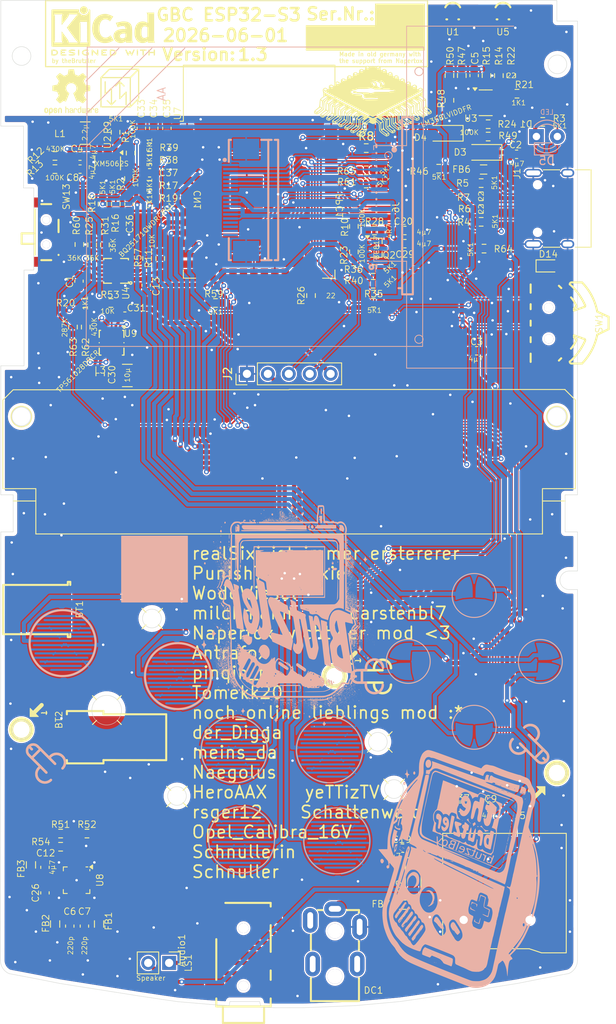
<source format=kicad_pcb>
(kicad_pcb (version 20240108) (generator "pcbnew") (generator_version "8.0")
  (layers (0 "F.Cu" signal) (31 "B.Cu" signal) (34 "B.Paste" user) (35 "F.Paste" user) (36 "B.SilkS" user "B.Silkscreen") (37 "F.SilkS" user "F.Silkscreen") (38 "B.Mask" user) (39 "F.Mask" user) (44 "Edge.Cuts" user))
  (net 0 "")
  (net 1 "/BAT+")
  (net 2 "GND")
  (net 3 "/VUSB")
  (net 4 "+3V3")
  (net 5 "/V_BATT")
  (net 6 "Net-(C12-Pad1)")
  (net 7 "/LED")
  (net 8 "Net-(D2-A)")
  (net 9 "Net-(D3-A)")
  (net 10 "Net-(DC1-Pad2)")
  (net 13 "Net-(FB6-Pad1)")
  (net 14 "Net-(J1-D+-PadA6)")
  (net 15 "Net-(J1-D--PadA7)")
  (net 16 "Net-(J1-CC1)")
  (net 19 "Net-(J1-CC2)")
  (net 23 "Net-(J6-Pin_16)")
  (net 24 "Net-(J6-Pin_11)")
  (net 25 "Net-(J6-Pin_17)")
  (net 26 "Net-(J6-Pin_18)")
  (net 27 "Net-(J6-Pin_7)")
  (net 28 "Net-(J6-Pin_15)")
  (net 29 "Net-(D14-A)")
  (net 30 "/EN")
  (net 31 "Net-(Audio1-Pad5)")
  (net 32 "/KEY_OPTION")
  (net 33 "/V_BAT_ADC")
  (net 34 "/D-")
  (net 35 "/D+")
  (net 36 "/KEY_UP")
  (net 37 "/KEY_LEFT")
  (net 38 "/KEY_DOWN")
  (net 39 "/KEY_RIGHT")
  (net 40 "/I2C_SDA")
  (net 41 "/I2C_CLK")
  (net 42 "/SD_MISO")
  (net 43 "/KEY_START")
  (net 44 "/LCD_~{CS}")
  (net 45 "/RXD")
  (net 46 "/TXD")
  (net 47 "/KEY_MENU")
  (net 48 "/I2S_WS")
  (net 49 "/KEY_B")
  (net 50 "/KEY_A")
  (net 51 "/KEY_SELECT")
  (net 52 "/LCD_BCKL")
  (net 53 "/LCD_DC")
  (net 54 "/SD_~{CS}")
  (net 55 "/SD_CLK")
  (net 56 "/SD_MOSI")
  (net 57 "/LCD_MOSI")
  (net 58 "/LCD_CLK")
  (net 59 "Net-(U7-IO46)")
  (net 60 "Net-(U7-IO14)")
  (net 61 "/I2S_DATA")
  (net 62 "/V_BOOST")
  (net 63 "Net-(Audio1-Pad3)")
  (net 64 "Net-(Audio1-Pad4)")
  (net 65 "Net-(R47-Pad2)")
  (net 66 "/LCD_RESET")
  (net 67 "/I2S_BCK")
  (net 68 "/KEY_BOOT")
  (net 69 "/STAT1")
  (net 70 "Net-(U9-SW)")
  (net 71 "Net-(U9-FB)")
  (net 72 "Net-(U4-ISET)")
  (net 73 "Net-(U4-TS)")
  (net 74 "Net-(U4-VSET)")
  (net 75 "/UVLO")
  (net 83 "Net-(Audio1-Pad6)")
  (net 84 "Net-(U8-OUTN)")
  (net 85 "Net-(U2-SW)")
  (net 86 "Net-(Q2-C)")
  (net 87 "Net-(U2-EN)")
  (net 88 "Net-(U2-FB)")
  (net 89 "Net-(U8-OUTP)")
  (net 90 "Net-(U8-GAIN_SLOT)")
  (net 91 "Net-(U8-SD_MODE)")
  (net 93 "Net-(D4-K)")
  (net 94 "Net-(U3B--)")
  (net 95 "Net-(U3B-+)")
  (net 99 "Net-(D1-K)")
  (net 100 "Net-(Q2-B)")
  (net 101 "Net-(U4-CHM_TMR)")
  (net 102 "Net-(U7-IO45)")
  (net 103 "Net-(R14-Pad1)")
  (net 104 "Net-(U3A-+)")
  (net 106 "Net-(R47-Pad1)")
  (net 108 "Net-(R14-Pad2)")
  (footprint "Resistor_SMD:R_0603_1608Metric" (layer "F.Cu") (at 114.0115 55.95 180)
    (property "Reference" "R12")
    (property "Value" "430K")
  )
  (footprint "Inductor_SMD:L_0805_2012Metric" (layer "F.Cu") (at 111.1 142 -90)
    (property "Reference" "FB3")
    (property "Value" "FerriteBead_Small" (hide yes))
  )
  (footprint "Resistor_SMD:R_0603_1608Metric" (layer "F.Cu") (at 166.4 46.2 -90)
    (property "Reference" "R15")
    (property "Value" "1K1")
  )
  (footprint "Capacitor_SMD:C_0603_1608Metric" (layer "F.Cu") (at 165.2 79.6 180)
    (property "Reference" "C3")
    (property "Value" "4µ7")
  )
  (footprint "Inductor_SMD:L_1210_3225Metric_Pad1.42x2.65mm_HandSolder" (layer "F.Cu") (at 117.6875 53.181 180)
    (property "Reference" "L1")
    (property "Value" "2.2µ")
  )
  (footprint "Resistor_SMD:R_0603_1608Metric" (layer "F.Cu") (at 118.529999 66.750001 -90)
    (property "Reference" "R25")
    (property "Value" "36K")
  )
  (footprint "Package_TO_SOT_SMD:SOT-23-5" (layer "F.Cu") (at 120.4115 56.85 -90)
    (property "Reference" "U2")
    (property "Value" "XM5062S")
  )
  (footprint "Resistor_SMD:R_0603_1608Metric" (layer "F.Cu") (at 121.4 61.8 90)
    (property "Reference" "R16")
    (property "Value" "5K1")
  )
  (footprint "Resistor_SMD:R_0603_1608Metric" (layer "F.Cu") (at 125.5 61 180)
    (property "Reference" "R19")
    (property "Value" "5K1")
  )
  (footprint "Resistor_SMD:R_0603_1608Metric" (layer "F.Cu") (at 150.3 64.5 -90)
    (property "Reference" "R10")
    (property "Value" "100K")
  )
  (footprint "Capacitor_SMD:C_0603_1608Metric" (layer "F.Cu") (at 127.6 52.6 90)
    (property "Reference" "C35")
    (property "Value" "4µ7")
  )
  (footprint "Resistor_SMD:R_0603_1608Metric" (layer "F.Cu") (at 133.5 73.8)
    (property "Reference" "R59")
    (property "Value" "5K1")
  )
  (footprint "Diode_SMD:Nexperia_CFP3_SOD-123W" (layer "F.Cu") (at 157.499 143.402 -90)
    (property "Reference" "D2")
    (property "Value" "D" (hide yes))
  )
  (footprint "Resistor_SMD:R_0603_1608Metric" (layer "F.Cu") (at 120.079999 66.75 -90)
    (property "Reference" "R31")
    (property "Value" "36K")
  )
  (footprint "Resistor_SMD:R_0603_1608Metric" (layer "F.Cu") (at 116.2 76.725 -90)
    (property "Reference" "R63")
    (property "Value" "287K")
  )
  (footprint "easyeda2kicad:VSON-10_L3.0-W3.0-P0.50-BL-EP1.65" (layer "F.Cu") (at 121.43 69.9 90)
    (property "Reference" "U4")
    (property "Value" "BQ25171QWDRCRQ1")
  )
  (footprint "Capacitor_SMD:C_0603_1608Metric" (layer "F.Cu") (at 170.053 55.753)
    (property "Reference" "C2")
    (property "Value" "4µ7")
  )
  (footprint "Diode_SMD:Nexperia_CFP3_SOD-123W" (layer "F.Cu") (at 166.008 55.518 180)
    (property "Reference" "D3")
    (property "Value" "D" (hide yes))
  )
  (footprint "Resistor_SMD:R_0603_1608Metric" (layer "F.Cu") (at 119.8 61.8 90)
    (property "Reference" "R18")
    (property "Value" "5K1")
  )
  (footprint "Resistor_SMD:R_0603_1608Metric" (layer "F.Cu") (at 163.3 135 180)
    (property "Reference" "R37")
    (property "Value" "5K1")
  )
  (footprint "Resistor_SMD:R_0603_1608Metric" (layer "F.Cu") (at 152.8 65 180)
    (property "Reference" "R28")
    (property "Value" "4R7")
  )
  (footprint "Capacitor_SMD:C_0603_1608Metric" (layer "F.Cu") (at 124.5 52.6 90)
    (property "Reference" "C33")
    (property "Value" "4µ7")
  )
  (footprint "easyeda2kicad:SW-TH_MSK12C02" (layer "F.Cu") (at 113.5 65.2 -90)
    (property "Reference" "SW13")
    (property "Value" "MSK12CO2-SZ")
  )
  (footprint "Package_TO_SOT_SMD:TSOT-23-8" (layer "F.Cu") (at 166.3 49.5)
    (property "Reference" "U3")
    (property "Value" "LM358LVIDDFR")
  )
  (footprint "TheBrutzlers_Lib:Symbol_kurzschlussblog" (layer "F.Cu") (at 119.6015 49.9985)
    (property "Reference" "SM3" (hide yes))
    (property "Value" "SYM_Arrow45_Tiny" (hide yes))
  )
  (footprint "Capacitor_SMD:C_0603_1608Metric" (layer "F.Cu") (at 117.0615 57.55 180)
    (property "Reference" "C8")
    (property "Value" "4µ7")
  )
  (footprint "Resistor_SMD:R_0603_1608Metric" (layer "F.Cu") (at 160.6 57.5 180)
    (property "Reference" "R46")
    (property "Value" "5K1")
  )
  (footprint "Capacitor_SMD:C_0603_1608Metric" (layer "F.Cu") (at 164.9 46.2 -90)
    (property "Reference" "C5")
    (property "Value" "4µ7" (hide yes))
  )
  (footprint "Resistor_SMD:R_0603_1608Metric" (layer "F.Cu") (at 165.75 59.25 180)
    (property "Reference" "R5")
    (property "Value" "5K1")
  )
  (footprint "Connector_PinHeader_2.54mm:PinHeader_1x02_P2.54mm_Vertical" (layer "F.Cu") (at 127.875 153.9 -90)
    (property "Reference" "LS1")
    (property "Value" "Speaker")
  )
  (footprint "Resistor_SMD:R_0603_1608Metric" (layer "F.Cu") (at 166.6 53.6 180)
    (property "Reference" "R49")
    (property "Value" "100K")
  )
  (footprint "Capacitor_SMD:C_0603_1608Metric" (layer "F.Cu") (at 123 61.8 90)
    (property "Reference" "C36")
    (property "Value" "220p")
  )
  (footprint "Resistor_SMD:R_0603_1608Metric" (layer "F.Cu") (at 166.6 52.1)
    (property "Reference" "R24")
    (property "Value" "1K1")
  )
  (footprint "Capacitor_SMD:C_0603_1608Metric" (layer "F.Cu") (at 117.589 149.431001 -90)
    (property "Reference" "C7")
    (property "Value" "220p")
  )
  (footprint "Resistor_SMD:R_0603_1608Metric" (layer "F.Cu") (at 123 58.7 -90)
    (property "Reference" "R2")
    (property "Value" "100K")
  )
  (footprint "easyeda2kicad:SW-SMD_TM-2023-1" (layer "F.Cu") (at 174.0375 76.25 -90)
    (property "Reference" "SW1")
    (property "Value" "TM-2023")
  )
  (footprint "Resistor_SMD:R_0603_1608Metric" (layer "F.Cu") (at 151.8 55)
    (property "Reference" "R8")
    (property "Value" "5K1")
  )
  (footprint "Capacitor_SMD:C_0603_1608Metric" (layer "F.Cu") (at 119.5 82.5 -90)
    (property "Reference" "C30")
    (property "Value" "4µ7")
  )
  (footprint "Resistor_SMD:R_0603_1608Metric" (layer "F.Cu") (at 120.8 73.8)
    (property "Reference" "R53")
    (property "Value" "10K")
  )
  (footprint "Capacitor_SMD:C_0603_1608Metric" (layer "F.Cu") (at 125.5 58 180)
    (property "Reference" "C37")
    (property "Value" "220p")
  )
  (footprint "easyeda2kicad:LED-SMD_3P-L3.0-W1.0-FD" (layer "F.Cu") (at 168.4 39.205616)
    (property "Reference" "U5")
    (property "Value" "PT12-21B/TR8")
  )
  (footprint "Resistor_SMD:R_0603_1608Metric" (layer "F.Cu") (at 116.98 66.7 -90)
    (property "Reference" "R60")
    (property "Value" "36K")
  )
  (footprint "Capacitor_SMD:C_0603_1608Metric" (layer "F.Cu") (at 156.229 139.973 180)
    (property "Reference" "C19")
    (property "Value" "4µ7")
  )
  (footprint "TheBrutzlers_Lib:ESP32-S3-WROOM-1" (layer "F.Cu") (at 138.8 57.84)
    (property "Reference" "U7")
    (property "Value" "ESP32-S3-WROOM-1-N16R8")
  )
  (footprint "Resistor_SMD:R_0603_1608Metric" (layer "F.Cu") (at 117.9 138.2)
    (property "Reference" "R52")
    (property "Value" "5K1")
  )
  (footprint "Resistor_SMD:R_0603_1608Metric" (layer "F.Cu") (at 121.3705 53.0775 90)
    (property "Reference" "R9")
    (property "Value" "5K1")
  )
  (footprint "Resistor_SMD:R_0603_1608Metric" (layer "F.Cu") (at 125.5 56.4 180)
    (property "Reference" "R38")
    (property "Value" "5K1")
  )
  (footprint "LED_SMD:LED_0603_1608Metric" (layer "F.Cu") (at 173.9 69.3)
    (property "Reference" "D14")
    (property "Value" "LED")
  )
  (footprint "Resistor_SMD:R_0603_1608Metric" (layer "F.Cu") (at 166.1 67.2)
    (property "Reference" "R64")
    (property "Value" "5K1")
  )
  (footprint "Resistor_SMD:R_0603_1608Metric" (layer "F.Cu") (at 173.228 51.816)
    (property "Reference" "R3")
    (property "Value" "5K1")
  )
  (footprint "Capacitor_SMD:C_0603_1608Metric" (layer "F.Cu") (at 115.811 149.431 90)
    (property "Reference" "C6")
    (property "Value" "220p")
  )
  (footprint "Resistor_SMD:R_0603_1608Metric" (layer "F.Cu") (at 125.5 59.5 180)
    (property "Reference" "R17")
    (property "Value" "5K1")
  )
  (footprint "Symbol:OSHW-Logo2_7.3x6mm_SilkScreen" (layer "F.Cu") (at 116 48.2)
    (property "Reference" "REF**" (hide yes))
    (property "Value" "OSHW-Logo2_7.3x6mm_SilkScreen" (hide yes))
  )
  (footprint "Inductor_SMD:L_0805_2012Metric" (layer "F.Cu") (at 166.05 57.6 180)
    (property "Reference" "FB6")
    (property "Value" "FerriteBead_Small" (hide yes))
  )
  (footprint "Resistor_SMD:R_0603_1608Metric" (layer "F.Cu") (at 125.2 68.4 90)
    (property "Reference" "R57")
    (property "Value" "10K")
  )
  (footprint "Capacitor_SMD:C_0603_1608Metric" (layer "F.Cu") (at 112.8 145.4 -90)
    (property "Reference" "C26")
    (property "Value" "4µ7" (hide yes))
  )
  (footprint "Connector_USB:USB_C_Receptacle_HRO_TYPE-C-31-M-12" (layer "F.Cu") (at 175.2 62.334 90)
    (property "Reference" "J1")
    (property "Value" "USB_C_Receptacle_USB2.0_16P" (hide yes))
  )
  (footprint "Symbol:KiCad-Logo2_5mm_SilkScreen" (layer "F.Cu") (at 119.86 40.77)
    (property "Reference" "REF**" (hide yes))
    (property "Value" "")
  )
  (footprint "easyeda2kicad:CONN-SMD_MY-ZJ-3030" (layer "F.Cu") (at 111.975 111 -90)
    (property "Reference" "BT1")
    (property "Value" "Battery_Cell")
  )
  (footprint "Resistor_SMD:R_0603_1608Metric" (layer "F.Cu") (at 150.3 67.6 -90)
    (property "Reference" "R23")
    (property "Value" "100K")
  )
  (footprint "Capacitor_SMD:C_0603_1608Metric" (layer "F.Cu") (at 116.93 71.15 -90)
    (property "Reference" "C1")
    (property "Value" "4µ7")
  )
  (footprint "Resistor_SMD:R_0603_1608Metric" (layer "F.Cu") (at 165.75 60.85 180)
    (property "Reference" "R7")
    (property "Value" "22")
  )
  (footprint "Resistor_SMD:R_0603_1608Metric" (layer "F.Cu") (at 163.4 46.2 -90)
    (property "Reference" "R47")
    (property "Value" "22" (hide yes))
  )
  (footprint "Package_DFN_QFN:QFN-16-1EP_3x3mm_P0.5mm_EP1.45x1.45mm" (layer "F.Cu") (at 116.64 143.86 -90)
    (property "Reference" "U8")
    (property "Value" "MAX98357AETE+T")
  )
  (footprint "Resistor_SMD:R_0603_1608Metric" (layer "F.Cu") (at 167.9 46.2 90)
    (property "Reference" "R14")
    (property "Value" "1K1")
  )
  (footprint "Resistor_SMD:R_0603_1608Metric" (layer "F.Cu") (at 114.7 139.8 180)
    (property "Reference" "R54")
    (property "Value" "5K1")
  )
  (footprint "easyeda2kicad:DC-IN-TH_DC-011A" (layer "F.Cu") (at 148 150.6835 90)
    (property "Reference" "DC1")
    (property "Value" "DC-011A" (hide yes))
  )
  (footprint "Capacitor_SMD:C_0603_1608Metric" (layer "F.Cu") (at 117.0525 55.975)
    (property "Reference" "C4")
    (property "Value" "4µ7")
  )
  (footprint "Inductor_SMD:L_1210_3225Metric_Pad1.42x2.65mm_HandSolder" (layer "F.Cu") (at 122.8 82.6)
    (property "Reference" "L3")
    (property "Value" "10µ")
  )
  (footprint "Inductor_SMD:L_0805_2012Metric" (layer "F.Cu") (at 156.229 146.831)
    (property "Reference" "FB7")
    (property "Value" "FerriteBead_Small" (hide yes))
  )
  (footprint "Resistor_SMD:R_0603_1608Metric" (layer "F.Cu") (at 126.8 68.4 90)
    (property "Reference" "R11")
    (property "Value" "1K1")
  )
  (footprint "Resistor_SMD:R_0603_1608Metric" (layer "F.Cu") (at 114.7 138.2)
    (property "Reference" "R51")
    (property "Value" "5K1")
  )
  (footprint "Capacitor_SMD:C_0603_1608Metric" (layer "F.Cu") (at 122.5 75.4 180)
    (property "Reference" "C31")
    (property "Value" "4µ7")
  )
  (footprint "Capacitor_SMD:C_0603_1608Metric" (layer "F.Cu") (at 156.5 66.6)
    (property "Reference" "C29")
    (property "Value" "4µ7")
  )
  (footprint "Capacitor_SMD:C_0603_1608Metric" (layer "F.Cu") (at 112.8 142.3 90)
    (property "Reference" "C12")
    (property "Value" "4µ7")
  )
  (footprint "Resistor_SMD:R_0603_1608Metric" (layer "F.Cu") (at 117.75 76.725001 -90)
    (property "Reference" "R62")
    (property "Value" "430K")
  )
  (footprint "Diode_SMD:Nexperia_CFP3_SOD-123W" (layer "F.Cu") (at 161.3 53.2 180)
    (property "Reference" "D4")
    (property "Value" "D" (hide yes))
  )
  (footprint "easyeda2kicad:BAT-SMD_MY-FJ-3031" (layer "F.Cu") (at 121.3 126.5 90)
    (property "Reference" "BT2")
    (property "Value" "Battery_Cell")
  )
  (footprint "Resistor_SMD:R_0603_1608Metric" (layer "F.Cu") (at 145.1 72.9 90)
    (property "Reference" "R26")
    (property "Value" "5K1" (hide yes))
  )
  (footprint "easyeda2kicad:VSON-10_L3.0-W3.0-P0.50-TL-EP-1" (layer "F.Cu") (at 120.9 78.625 -90)
    (property "Reference" "U9")
    (property "Value" "TPS61028DRCR")
  )
  (footprint "Inductor_SMD:L_0805_2012Metric" (layer "F.Cu") (at 114.033 149.177 -90)
    (property "Reference" "FB2")
    (property "Value" "FerriteBead_Small" (hide yes))
  )
  (footprint "Resistor_SMD:R_0603_1608Metric" (layer "F.Cu") (at 165.75 62.4)
    (property "Reference" "R6")
    (property "Value" "22")
  )
  (footprint "Capacitor_SMD:C_0603_1608Metric" (layer "F.Cu") (at 126 52.6 90)
    (property "Reference" "C34")
    (property "Value" "4µ7")
  )
  (footprint "Capacitor_SMD:C_0603_1608Metric" (layer "F.Cu") (at 125.08 71.65 90)
    (property "Reference" "C13")
    (property "Value" "4µ7")
  )
  (footprint "Resistor_SMD:R_0603_1608Metric" (layer "F.Cu") (at 114.0115 57.55)
    (property "Reference" "R13")
    (property "Value" "100K")
  )
  (footprint "Resistor_SMD:R_0603_1608Metric" (layer "F.Cu") (at 170.1 48.4 180)
    (property "Reference" "R21")
    (property "Value" "1K1")
  )
  (footprint "Resistor_SMD:R_0603_1608Metric" (layer "F.Cu") (at 117.7 73.8)
    (property "Reference" "R20")
    (property "Value" "1K1")
  )
  (footprint "Resistor_SMD:R_0603_1608Metric" (layer "F.Cu") (at 152.654 71.466)
    (property "Reference" "R40")
    (property "Value" "5K1")
  )
  (footprint "Resistor_SMD:R_0603_1608Metric" (layer "F.Cu") (at 161.9 46.2 -90)
    (property "Reference" "R50")
    (property "Value" "100K" (hide yes))
  )
  (footprint "TheBrutzlers_Lib:MicroSD_Self_ bomb" (layer "F.Cu") (at 168.5798 148.676)
    (property "Reference" "J5")
    (property "Value" "Micro_SD_Card_CD")
  )
  (footprint "Resistor_SMD:R_0603_1608Metric" (layer "F.Cu") (at 151.8 59.3)
    (property "Reference" "R61")
    (property "Value" "5K1")
  )
  (footprint "Resistor_SMD:R_0603_1608Metric" (layer "F.Cu") (at 161.9 49.2 -90)
    (property "Reference" "R48")
    (property "Value" "1K1" (hide yes))
  )
  (footprint "Resistor_SMD:R_0603_1608Metric" (layer "F.Cu") (at 125.5 54.9 180)
    (property "Reference" "R39")
    (property "Value" "5K1")
  )
  (footprint "easyeda2kicad:LED-SMD_3P-L3.0-W1.0-FD" (layer "F.Cu") (at 162.3 39.205616)
    (property "Reference" "U1")
    (property "Value" "VSMB10940")
  )
  (footprint "Connector_PinHeader_2.54mm:PinHeader_1x05_P2.54mm_Vertical" (layer "F.Cu") (at 137.320001 82.4 90)
    (property "Reference" "J2")
    (property "Value" "Conn_01x05_Pin")
  )
  (footprint "Resistor_SMD:R_0603_1608Metric" (layer "F.Cu") (at 169.4 46.2 -90)
    (property "Reference" "R22")
    (property "Value" "22")
  )
  (footprint "Package_TO_SOT_SMD:SOT-323_SC-70" (layer "F.Cu") (at 153 67.1)
    (property "Reference" "Q2")
    (property "Value" "BC817")
  )
  (footprint "Resistor_SMD:R_0603_1608Metric" (layer "F.Cu") (at 123.2 55.6 -90)
    (property "Reference" "R1")
    (property "Value" "100K")
  )
  (footprint "Capacitor_SMD:C_0603_1608Metric" (layer "F.Cu") (at 166.643 135.02 180)
    (property "Reference" "C9")
    (property "Value" "4µ7")
  )
  (footprint "easyeda2kicad:AUDIO-SMD_PJ-3420-A-SMT_C319102" (layer "F.Cu") (at 136.9 152.385001 90)
    (property "Reference" "Audio1")
    (property "Value" "PJ-3537-X")
  )
  (footprint "TheBrutzlers_Lib:Platinenmacher_14" (layer "F.Cu") (at 152.6 49.3)
    (property "Reference" "G***" (hide yes))
    (property "Value" "LOGO" (hide yes))
  )
  (footprint "Inductor_SMD:L_0805_2012Metric" (layer "F.Cu") (at 119.366999 149.177 -90)
    (property "Reference" "FB1")
    (property "Value" "FerriteBead_Small" (hide yes))
  )
  (footprint "Resistor_SMD:R_0603_1608Metric" (layer "F.Cu") (at 152.673 73.771)
    (property "Reference" "R35")
    (property "Value" "5K1")
  )
  (footprint "Capacitor_SMD:C_0603_1608Metric" (layer "F.Cu") (at 156.5 65)
    (property "Reference" "C20")
    (property "Value" "4µ7")
  )
  (footprint "Resistor_SMD:R_0603_1608Metric" (layer "F.Cu") (at 152.654 69.688)
    (property "Reference" "R36")
    (property "Value" "5K1")
  )
  (footprint "Resistor_SMD:R_0603_1608Metric" (layer "F.Cu") (at 165.75 63.95)
    (property "Reference" "R4")
    (property "Value" "5K1")
  )
  (footprint "Resistor_SMD:R_0603_1608Metric" (layer "F.Cu") (at 151.8 57.7 180)
    (property "Reference" "R65")
    (property "Value" "5K1")
  )
  (footprint "TheBrutzlers_Lib:RubberpadButton_GBC_CROSS" (layer "B.Cu") (at 164.907247 125.7572)
    (property "Reference" "SW5" (hide yes))
    (property "Value" "SW_Push" (hide yes))
  )
  (footprint "TheBrutzlers_Lib:RubberpadButton_GBC_CROSS" (layer "B.Cu") (at 156.4428 117.307247 -90)
    (property "Reference" "SW2" (hide yes))
    (property "Value" "SW_Push" (hide yes))
  )
  (footprint "LED_THT:LED_D3.0mm_FlatTop" (layer "B.Cu") (at 172.461 53.594)
    (property "Reference" "D1")
    (property "Value" "LED")
  )
  (footprint "easyeda2kicad:FPC-SMD_KH-CL0.5-H2.0-18PS" (layer "B.Cu") (at 136.27 61.3 -90)
    (property "Reference" "CN1")
    (property "Value" "KH-CL0.5-H2.0-18PS")
  )
  (footprint "TheBrutzlers_Lib:RubberpadButton_250µ_250µ" (layer "B.Cu") (at 128.924 119.145 180)
    (property "Reference" "SW12" (hide yes))
    (property "Value" "SW_Push" (hide yes))
  )
  (footprint "TheBrutzlers_Lib:solder connector 0.8mm 18 pin" (layer "B.Cu") (at 153.399996 61.999999)
    (property "Reference" "J6")
    (property "Value" "Conn_01x18_Socket")
  )
  (footprint "LOGO" (layer "B.Cu") (at 163.482181 142.320503 180)
    (property "Reference" "G***" (hide yes))
    (property "Value" "LOGO" (hide yes))
  )
  (footprint "TheBrutzlers_Lib:RubberpadButton_250µ_250µ" (layer "B.Cu") (at 148.228 139.084 180)
    (property "Reference" "SW10" (hide yes))
    (property "Value" "SW_Push" (hide yes))
  )
  (footprint "TheBrutzlers_Lib:RubberpadButton_250µ_250µ" (layer "B.Cu") (at 136.671 138.957)
    (property "Reference" "SW9" (hide yes))
    (property "Value" "SW_Push" (hide yes))
  )
  (footprint "TheBrutzlers_Lib:RubberpadButton_250µ_250µ" (layer "B.Cu") (at 114.954 115.081 180)
    (property "Reference" "SW11" (hide yes))
    (property "Value" "SW_Push" (hide yes))
  )
  (footprint "TheBrutzlers_Lib:RubberpadButton_GBC_CROSS" (layer "B.Cu") (at 164.892753 108.8428 180)
    (property "Reference" "SW4" (hide yes))
    (property "Value" "SW_Push" (hide yes))
  )
  (footprint "easyeda2kicad:FPC-SMD_18P-P0.80_HDGC_0.8K-BS-18PWB" (layer "B.Cu") (at 153.399996 62 -90)
    (property "Reference" "FPC1")
    (property "Value" "0.8K-BS-18PWB(H=2.0)")
  )
  (footprint "LED_SMD:LED_0603_1608Metric" (layer "B.Cu") (at 173.7 55.1)
    (property "Reference" "D5")
    (property "Value" "LED")
  )
  (footprint "LOGO" (layer "B.Cu") (at 142.24 111.506 180)
    (property "Reference" "G***" (hide yes))
    (property "Value" "LOGO" (hide yes))
  )
  (footprint "TheBrutzlers_Lib:RubberpadButton_250µ_250µ" (layer "B.Cu") (at 135.782 128.035)
    (property "Reference" "SW8" (hide yes))
    (property "Value" "SW_Push" (hide yes))
  )
  (footprint "TheBrutzlers_Lib:RubberpadButton_GBC_CROSS" (layer "B.Cu") (at 173.393672 117.30588 90)
    (property "Reference" "SW3" (hide yes))
    (property "Value" "SW_Push" (hide yes))
  )
  (footprint "TheBrutzlers_Lib:RubberpadButton_250µ_250µ" (layer "B.Cu") (at 147.339 128.035 180)
    (property "Reference" "SW7" (hide yes))
    (property "Value" "SW_Push" (hide yes))
  )
  (gr_line (start 110.845617 127.609616) (end 111.19917 127.96317) (stroke (width 0.3)) (layer "B.SilkS"))
  (gr_arc (start 110.845617 128.670277) (mid 110.8456 127.6096) (end 111.906277 127.609616) (stroke (width 0.3)) (layer "B.SilkS"))
  (gr_circle (center 114.942 115.084) (end 118.942 115.084) (stroke (width 0.254)) (fill none) (layer "B.SilkS"))
  (gr_line (start 156.7 54.699999) (end 156.7 40.2) (stroke (width 0.1)) (layer "B.SilkS"))
  (gr_line (start 151.779938 119.876) (end 150.774424 119.876) (stroke (width 0.3)) (layer "B.SilkS"))
  (gr_circle (center 128.942 119.084) (end 132.942 119.084) (stroke (width 0.254)) (fill none) (layer "B.SilkS"))
  (gr_line (start 171.535393 126.227933) (end 173.656713 128.349253) (stroke (width 0.3)) (layer "B.SilkS"))
  (gr_line (start 114.027597 129.730937) (end 111.906277 127.609616) (stroke (width 0.3)) (layer "B.SilkS"))
  (gr_line (start 152.699999 54.7) (end 156.7 54.699999) (stroke (width 0.1)) (layer "B.SilkS"))
  (gr_line (start 169.7 40.199999) (end 156.7 40.2) (stroke (width 0.1)) (layer "B.SilkS"))
  (gr_circle (center 158.2 78.2) (end 158.699999 78.2) (stroke (width 0.1)) (fill none) (layer "B.SilkS"))
  (gr_arc (start 170.983301 125.322288) (mid 172.524619 125.41681) (end 172.2425 126.93504) (stroke (width 0.3)) (layer "B.SilkS"))
  (gr_line (start 173.656713 129.409915) (end 173.30316 129.05636) (stroke (width 0.3)) (layer "B.SilkS"))
  (gr_arc (start 113.519029 131.697242) (mid 111.977706 131.602719) (end 112.25983 130.08449) (stroke (width 0.3)) (layer "B.SilkS"))
  (gr_line (start 156.714 68.733001) (end 152.714 68.733) (stroke (width 0.1)) (layer "B.SilkS"))
  (gr_line (start 152.699999 54.7) (end 152.7 55.199999) (stroke (width 0.1)) (layer "B.SilkS"))
  (gr_arc (start 150.774424 119.876) (mid 150.0244 119.126001) (end 150.774423 118.375999) (stroke (width 0.3)) (layer "B.SilkS"))
  (gr_line (start 170.474733 127.288593) (end 172.596053 129.409915) (stroke (width 0.3)) (layer "B.SilkS"))
  (gr_line (start 125.788999 42.857001) (end 117.788999 50.857) (stroke (width 0.1)) (layer "B.SilkS"))
  (gr_arc (start 153.810714 120.126) (mid 152.654 121.149038) (end 151.779938 119.876) (stroke (width 0.3)) (layer "B.SilkS"))
  (gr_arc (start 173.656713 128.349253) (mid 173.656731 129.40993) (end 172.596053 129.409915) (stroke (width 0.3)) (layer "B.SilkS"))
  (gr_line (start 151.274423 119.876) (end 151.274423 118.376) (stroke (width 0.3)) (layer "B.SilkS"))
  (gr_arc (start 171.18184 127.9957) (mid 169.66361 128.277831) (end 169.569087 126.736501) (stroke (width 0.3)) (layer "B.SilkS"))
  (gr_poly (pts (xy 158.640999 79.074) (xy 117.805 79.074) (xy 117.932 42.731999) (xy 158.768 42.732001)) (stroke (width 0.1)) (fill none) (layer "B.SilkS"))
  (gr_arc (start 151.803757 118.346717) (mid 152.677811 117.073669) (end 153.834534 118.096717) (stroke (width 0.3)) (layer "B.SilkS"))
  (gr_line (start 117.788999 46.857002) (end 121.789 42.857) (stroke (width 0.1)) (layer "B.SilkS"))
  (gr_arc (start 113.32049 129.02383) (mid 114.838727 128.741694) (end 114.933243 130.283029) (stroke (width 0.3)) (layer "B.SilkS"))
  (gr_line (start 151.803757 118.346717) (end 150.774423 118.375999) (stroke (width 0.3)) (layer "B.SilkS"))
  (gr_circle (center 158.2 45.7) (end 158.700001 45.7) (stroke (width 0.1)) (fill none) (layer "B.SilkS"))
  (gr_line (start 173.30316 127.9957) (end 172.2425 129.05636) (stroke (width 0.3)) (layer "B.SilkS"))
  (gr_line (start 156.7 81.71) (end 156.7 68.710001) (stroke (width 0.1)) (layer "B.SilkS"))
  (gr_line (start 150.024423 119.125999) (end 150.524424 119.126) (stroke (width 0.3)) (layer "B.SilkS"))
  (gr_rect (start 122.1 102.1) (end 130.1 110.1) (stroke (width 0.1)) (fill solid) (layer "B.SilkS"))
  (gr_line (start 129.789 42.857) (end 117.788998 54.857) (stroke (width 0.1)) (layer "B.SilkS"))
  (gr_line (start 112.966937 130.791597) (end 110.845617 128.670277) (stroke (width 0.3)) (layer "B.SilkS"))
  (gr_line (start 152.714 68.733) (end 152.713999 67.733) (stroke (width 0.1)) (layer "B.SilkS"))
  (gr_line (start 111.19917 129.02383) (end 112.25983 127.96317) (stroke (width 0.3)) (layer "B.SilkS"))
  (gr_circle (center 154.500001 55.900001) (end 154.95 55.95) (stroke (width 0.1)) (fill none) (layer "B.SilkS"))
  (gr_line (start 169.7 81.71) (end 156.7 81.71) (stroke (width 0.1)) (layer "B.SilkS"))
  (gr_rect (start 152.9415 37.53) (end 158.8585 40.47) (stroke (width 0.15)) (fill solid) (layer "F.SilkS"))
  (gr_line (start 124.567 113.359) (end 125.067 112.859) (stroke (width 0.12)) (layer "F.SilkS"))
  (gr_line (start 142.442 84.3) (end 175.942 84.3) (stroke (width 0.12)) (layer "F.SilkS"))
  (gr_arc (start 110.845617 128.670277) (mid 110.8456 127.6096) (end 111.906277 127.609616) (stroke (width 0.3)) (layer "F.SilkS"))
  (gr_line (start 150.799999 117.2) (end 150.8 117.15) (stroke (width 0.1)) (layer "F.SilkS"))
  (gr_line (start 111.692 96.334) (end 107.692 96.334) (stroke (width 0.12)) (layer "F.SilkS"))
  (gr_line (start 154.442 132.084) (end 153.942 131.584) (stroke (width 0.12)) (layer "F.SilkS"))
  (gr_line (start 150.9 117.2) (end 150.9 117.25) (stroke (width 0.1)) (layer "F.SilkS"))
  (gr_line (start 112.966937 130.791597) (end 110.845617 128.670277) (stroke (width 0.3)) (layer "F.SilkS"))
  (gr_line (start 151.049999 117.399999) (end 151.049999 117.000001) (stroke (width 0.1)) (layer "F.SilkS"))
  (gr_line (start 177.192 85.584) (end 177.192 96.334) (stroke (width 0.12)) (layer "F.SilkS"))
  (gr_line (start 116.911919 55.465) (end 117.193081 55.465) (stroke (width 0.12)) (layer "F.SilkS"))
  (gr_line (start 151.942 128.334) (end 152.442 127.834) (stroke (width 0.12)) (layer "F.SilkS"))
  (gr_line (start 118.567 121.459) (end 119.067 121.959) (stroke (width 0.12)) (layer "F.SilkS"))
  (gr_arc (start 152.774423 118.376) (mid 153.648477 117.102952) (end 154.8052 118.126) (stroke (width 0.3)) (layer "F.SilkS"))
  (gr_line (start 114.027597 129.730937) (end 111.906277 127.609616) (stroke (width 0.3)) (layer "F.SilkS"))
  (gr_line (start 112.7 123.55) (end 112.7 123.5) (stroke (width 0.1)) (layer "F.SilkS"))
  (gr_line (start 130.067 132.459) (end 129.567 132.959) (stroke (width 0.12)) (layer "F.SilkS"))
  (gr_arc (start 113.519029 131.697242) (mid 111.977706 131.602719) (end 112.25983 130.08449) (stroke (width 0.3)) (layer "F.SilkS"))
  (gr_arc (start 173.656713 128.349253) (mid 173.656731 129.40993) (end 172.596053 129.409915) (stroke (width 0.3)) (layer "F.SilkS"))
  (gr_line (start 175.942 84.334) (end 177.192 85.584) (stroke (width 0.12)) (layer "F.SilkS"))
  (gr_circle (center 109.942 87.584) (end 111.192 87.584) (stroke (width 0.12)) (fill none) (layer "F.SilkS"))
  (gr_line (start 171.535393 126.227933) (end 173.656713 128.349253) (stroke (width 0.3)) (layer "F.SilkS"))
  (gr_line (start 112.4 123.55) (end 112.4 123.600001) (stroke (width 0.1)) (layer "F.SilkS"))
  (gr_line (start 153.942 134.084) (end 154.442 133.584) (stroke (width 0.12)) (layer "F.SilkS"))
  (gr_line (start 118.567 124.959) (end 119.067 124.459) (stroke (width 0.12)) (layer "F.SilkS"))
  (gr_line (start 156.442 134.084) (end 155.942 133.584) (stroke (width 0.12)) (layer "F.SilkS"))
  (gr_circle (center 147.942 119.084) (end 149.192 119.084) (stroke (width 0.5)) (fill none) (layer "F.SilkS"))
  (gr_poly (pts (xy 111 124) (xy 111 123) (xy 112 124)) (stroke (width 0.1)) (fill solid) (layer "F.SilkS"))
  (gr_line (start 172 132.95) (end 172 133) (stroke (width 0.1)) (layer "F.SilkS"))
  (gr_line (start 130.067 134.959) (end 129.567 134.459) (stroke (width 0.12)) (layer "F.SilkS"))
  (gr_line (start 142.442 101.834) (end 173.192 101.834) (stroke (width 0.12)) (layer "F.SilkS"))
  (gr_arc (start 113.32049 129.02383) (mid 114.838727 128.741694) (end 114.933243 130.283029) (stroke (width 0.3)) (layer "F.SilkS"))
  (gr_poly (pts (xy 173.5 132.5) (xy 173.5 133.5) (xy 172.5 132.5)) (stroke (width 0.1)) (fill solid) (layer "F.SilkS"))
  (gr_line (start 142.442 101.834) (end 111.692 101.834) (stroke (width 0.12)) (layer "F.SilkS"))
  (gr_line (start 111.692 97.834) (end 111.692 101.834) (stroke (width 0.12)) (layer "F.SilkS"))
  (gr_rect (start 144.5415 40.16) (end 158.8585 43.1) (stroke (width 0.15)) (fill solid) (layer "F.SilkS"))
  (gr_line (start 112.25983 127.96317) (end 111.19917 129.02383) (stroke (width 0.3)) (layer "F.SilkS"))
  (gr_line (start 173.656713 129.409915) (end 173.30316 129.05636) (stroke (width 0.3)) (layer "F.SilkS"))
  (gr_line (start 172.1 132.95) (end 172.1 132.9) (stroke (width 0.1)) (layer "F.SilkS"))
  (gr_arc (start 154.805199 120.126) (mid 153.648485 121.149038) (end 152.774423 119.876) (stroke (width 0.3)) (layer "F.SilkS"))
  (gr_line (start 153.774424 119.876) (end 150.774424 119.876) (stroke (width 0.3)) (layer "F.SilkS"))
  (gr_line (start 112.5 123.55) (end 112.5 123.5) (stroke (width 0.1)) (layer "F.SilkS"))
  (gr_line (start 127.067 113.359) (end 126.567 112.859) (stroke (width 0.12)) (layer "F.SilkS"))
  (gr_line (start 127.567 134.959) (end 128.067 134.459) (stroke (width 0.12)) (layer "F.SilkS"))
  (gr_line (start 172.2425 129.05636) (end 173.30316 127.9957) (stroke (width 0.3)) (layer "F.SilkS"))
  (gr_line (start 173.192 101.834) (end 173.192 97.834) (stroke (width 0.12)) (layer "F.SilkS"))
  (gr_line (start 153.774424 118.376) (end 150.774423 118.375999) (stroke (width 0.3)) (layer "F.SilkS"))
  (gr_line (start 150.6 117.2) (end 150.6 117.15) (stroke (width 0.1)) (layer "F.SilkS"))
  (gr_line (start 149.5 117.25) (end 150.5 116.25) (stroke (width 0.5)) (layer "F.SilkS"))
  (gr_line (start 125.067 111.359) (end 124.567 110.859) (stroke (width 0.12)) (layer "F.SilkS"))
  (gr_line (start 173.192 96.334) (end 173.192 97.834) (stroke (width 0.12)) (layer "F.SilkS"))
  (gr_line (start 168.4225 46.437258) (end 168.4225 45.962742) (stroke (width 0.12)) (layer "F.SilkS"))
  (gr_rect (start 112.8795 37.1) (end 159.2375 45.116) (stroke (width 0.15)) (fill none) (layer "F.SilkS"))
  (gr_line (start 173.1 132.9) (end 172.1 133.9) (stroke (width 0.5)) (layer "F.SilkS"))
  (gr_arc (start 171.18184 127.9957) (mid 169.66361 128.277831) (end 169.569087 126.736501) (stroke (width 0.3)) (layer "F.SilkS"))
  (gr_line (start 110.845617 127.609616) (end 111.19917 127.96317) (stroke (width 0.3)) (layer "F.SilkS"))
  (gr_arc (start 170.983301 125.322288) (mid 172.524619 125.41681) (end 172.2425 126.93504) (stroke (width 0.3)) (layer "F.SilkS"))
  (gr_line (start 122.067 121.459) (end 121.567 121.959) (stroke (width 0.12)) (layer "F.SilkS"))
  (gr_arc (start 150.774424 119.876) (mid 150.0244 119.126001) (end 150.774423 118.375999) (stroke (width 0.3)) (layer "F.SilkS"))
  (gr_line (start 112.6 123.55) (end 112.6 123.6) (stroke (width 0.1)) (layer "F.SilkS"))
  (gr_line (start 171.550001 132.95) (end 172.15 132.95) (stroke (width 0.1)) (layer "F.SilkS"))
  (gr_line (start 150.024423 119.125999) (end 150.524424 119.126) (stroke (width 0.3)) (layer "F.SilkS"))
  (gr_line (start 121.567 124.459) (end 122.067 124.959) (stroke (width 0.12)) (layer "F.SilkS"))
  (gr_line (start 108.942 84.334) (end 107.692 85.584) (stroke (width 0.12)) (layer "F.SilkS"))
  (gr_line (start 175.942 97.834) (end 173.192 97.834) (stroke (width 0.12)) (layer "F.SilkS"))
  (gr_line (start 177.192 96.334) (end 173.192 96.334) (stroke (width 0.12)) (layer "F.SilkS"))
  (gr_line (start 128.067 132.959) (end 127.567 132.459) (stroke (width 0.12)) (layer "F.SilkS"))
  (gr_line (start 150.7 117.2) (end 150.7 117.25) (stroke (width 0.1)) (layer "F.SilkS"))
  (gr_line (start 142.442 84.334) (end 108.942 84.334) (stroke (width 0.12)) (layer "F.SilkS"))
  (gr_line (start 112.949999 123.749999) (end 112.949999 123.350002) (stroke (width 0.1)) (layer "F.SilkS"))
  (gr_line (start 150.5 117.2) (end 150.5 117.25) (stroke (width 0.1)) (layer "F.SilkS"))
  (gr_line (start 107.692 85.584) (end 107.692 96.334) (stroke (width 0.12)) (layer "F.SilkS"))
  (gr_line (start 127.067 110.859) (end 126.567 111.359) (stroke (width 0.12)) (layer "F.SilkS"))
  (gr_line (start 154.942 128.334) (end 154.442 127.834) (stroke (width 0.12)) (layer "F.SilkS"))
  (gr_line (start 156.442 131.584) (end 155.942 132.084) (stroke (width 0.12)) (layer "F.SilkS"))
  (gr_line (start 171.8 132.95) (end 171.8 133) (stroke (width 0.1)) (layer "F.SilkS"))
  (gr_line (start 116.911919 56.485) (end 117.193081 56.485) (stroke (width 0.12)) (layer "F.SilkS"))
  (gr_arc (start 151.049999 117.000001) (mid 151.132841 117.2) (end 151.049999 117.399999) (stroke (width 0.1)) (layer "F.SilkS"))
  (gr_line (start 111.692 97.834) (end 111.692 96.334) (stroke (width 0.12)) (layer "F.SilkS"))
  (gr_line (start 171.550001 132.750001) (end 171.550001 133.149999) (stroke (width 0.1)) (layer "F.SilkS"))
  (gr_line (start 151.274423 118.376) (end 151.274423 119.876) (stroke (width 0.3)) (layer "F.SilkS"))
  (gr_arc (start 171.550001 133.149999) (mid 171.467159 132.95) (end 171.550001 132.750001) (stroke (width 0.1)) (layer "F.SilkS"))
  (gr_line (start 151.049999 117.2) (end 150.45 117.2) (stroke (width 0.1)) (layer "F.SilkS"))
  (gr_circle (center 174.942 87.584) (end 176.192 87.584) (stroke (width 0.12)) (fill none) (layer "F.SilkS"))
  (gr_circle (center 109.942 125.584) (end 111.192 125.584) (stroke (width 0.5)) (fill none) (layer "F.SilkS"))
  (gr_line (start 170.474733 127.288593) (end 172.596053 129.409915) (stroke (width 0.3)) (layer "F.SilkS"))
  (gr_arc (start 112.949999 123.350002) (mid 113.03284 123.55) (end 112.949999 123.749999) (stroke (width 0.1)) (layer "F.SilkS"))
  (gr_line (start 112.8 123.55) (end 112.8 123.6) (stroke (width 0.1)) (layer "F.SilkS"))
  (gr_line (start 154.942 125.834) (end 154.442 126.334) (stroke (width 0.12)) (layer "F.SilkS"))
  (gr_line (start 111.4 123.6) (end 112.4 122.6) (stroke (width 0.5)) (layer "F.SilkS"))
  (gr_line (start 112.949999 123.55) (end 112.35 123.55) (stroke (width 0.1)) (layer "F.SilkS"))
  (gr_line (start 152.442 126.334) (end 151.942 125.834) (stroke (width 0.12)) (layer "F.SilkS"))
  (gr_line (start 171.9 132.95) (end 171.9 132.9) (stroke (width 0.1)) (layer "F.SilkS"))
  (gr_poly (pts (xy 149.1 117.65) (xy 149.1 116.65) (xy 150.100001 117.65)) (stroke (width 0.1)) (fill solid) (layer "F.SilkS"))
  (gr_line (start 111.692 97.834) (end 108.942 97.834) (stroke (width 0.12)) (layer "F.SilkS"))
  (gr_line (start 171.7 132.95) (end 171.7 132.9) (stroke (width 0.1)) (layer "F.SilkS"))
  (gr_circle (center 174.942 130.834) (end 176.192 130.834) (stroke (width 0.5)) (fill none) (layer "F.SilkS"))
  (gr_line (start 110.255 69.8) (end 110.255 81.426) (stroke (width 0.05)) (layer "Edge.Cuts"))
  (gr_circle (center 109.9566 43.822078) (end 110.4646 44.838078) (stroke (width 0.05)) (fill none) (layer "Edge.Cuts"))
  (gr_line (start 164.211 37.084) (end 159.258 37.084) (stroke (width 0.05)) (layer "Edge.Cuts"))
  (gr_line (start 177.442 106.334) (end 176.442 106.334) (stroke (width 0.05)) (layer "Edge.Cuts"))
  (gr_line (start 177.442 153.58408) (end 177.442 108.584) (stroke (width 0.05)) (layer "Edge.Cuts"))
  (gr_circle (center 174.9298 87.586278) (end 175.4378 88.602278) (stroke (width 0.05)) (fill none) (layer "Edge.Cuts"))
  (gr_line (start 155.942 158.584) (end 150.442 159.084) (stroke (width 0.05)) (layer "Edge.Cuts"))
  (gr_line (start 175.942 101.584) (end 175.942 97.084) (stroke (width 0.05)) (layer "Edge.Cuts"))
  (gr_line (start 139.342 159.284) (end 139.0295 159.259) (stroke (width 0.05)) (layer "Edge.Cuts"))
  (gr_line (start 164.211 37.084) (end 166.243 37.084) (stroke (width 0.05)) (layer "Edge.Cuts"))
  (gr_line (start 107.442 81.426) (end 107.442 97.084) (stroke (width 0.05)) (layer "Edge.Cuts"))
  (gr_arc (start 177.442 153.58408) (mid 177.156004 154.540883) (end 176.391977 155.183944) (stroke (width 0.05)) (layer "Edge.Cuts"))
  (gr_line (start 166.243 37.084) (end 170.7 37.084) (stroke (width 0.05)) (layer "Edge.Cuts"))
  (gr_line (start 177.442 39.584) (end 174.942 39.584) (stroke (width 0.05)) (layer "Edge.Cuts"))
  (gr_line (start 127.15 158.34992) (end 128.9 158.59992) (stroke (width 0.05)) (layer "Edge.Cuts"))
  (gr_line (start 150.442 159.084) (end 144.192 159.334) (stroke (width 0.05)) (layer "Edge.Cuts"))
  (gr_line (start 135.2545 158.584) (end 135.1545 159.084) (stroke (width 0.05)) (layer "Edge.Cuts"))
  (gr_circle (center 128.8288 133.636478) (end 129.3368 134.652478) (stroke (width 0.05)) (fill none) (layer "Edge.Cuts"))
  (gr_circle (center 109.9312 87.5792) (end 110.4392 88.5952) (stroke (width 0.05)) (fill none) (layer "Edge.Cuts"))
  (gr_line (start 140.692 159.334) (end 139.992 159.309) (stroke (width 0.05)) (layer "Edge.Cuts"))
  (gr_line (start 110.2 52.334) (end 110.2 59.834) (stroke (width 0.05)) (layer "Edge.Cuts"))
  (gr_line (start 114.65 156.39992) (end 112.13443 155.89992) (stroke (width 0.05)) (layer "Edge.Cuts"))
  (gr_line (start 107.442 37.084) (end 107.442 52.334) (stroke (width 0.05)) (layer "Edge.Cuts"))
  (gr_circle (center 174.9552 130.842478) (end 175.4632 131.858478) (stroke (width 0.05)) (fill none) (layer "Edge.Cuts"))
  (gr_circle (center 153.2128 127.057878) (end 153.7208 128.073878) (stroke (width 0.05)) (fill none) (layer "Edge.Cuts"))
  (gr_circle (center 155.1686 132.798278) (end 155.6766 133.814278) (stroke (width 0.05)) (fill none) (layer "Edge.Cuts"))
  (gr_line (start 159.258 37.084) (end 107.442 37.084) (stroke (width 0.05)) (layer "Edge.Cuts"))
  (gr_line (start 108.942 101.584) (end 107.442 101.584) (stroke (width 0.05)) (layer "Edge.Cuts"))
  (gr_line (start 138.8545 158.584) (end 139.0295 159.259) (stroke (width 0.05)) (layer "Edge.Cuts"))
  (gr_line (start 112.13443 155.89992) (end 108.45 155.19992) (stroke (width 0.05)) (layer "Edge.Cuts"))
  (gr_arc (start 108.450023 155.199864) (mid 107.685996 154.556803) (end 107.4 153.6) (stroke (width 0.05)) (layer "Edge.Cuts"))
  (gr_line (start 124.15 157.89992) (end 127.15 158.34992) (stroke (width 0.05)) (layer "Edge.Cuts"))
  (gr_line (start 108.942 97.084) (end 108.942 101.584) (stroke (width 0.05)) (layer "Edge.Cuts"))
  (gr_line (start 155.942 158.584) (end 157.692 158.334) (stroke (width 0.05)) (layer "Edge.Cuts"))
  (gr_line (start 110.2 59.834) (end 111.442 59.834) (stroke (width 0.05)) (layer "Edge.Cuts"))
  (gr_line (start 177.442 101.584) (end 175.942 101.584) (stroke (width 0.05)) (layer "Edge.Cuts"))
  (gr_line (start 174.942 37.084) (end 174.942 39.584) (stroke (width 0.05)) (layer "Edge.Cuts"))
  (gr_line (start 175.942 97.084) (end 177.442 97.084) (stroke (width 0.05)) (layer "Edge.Cuts"))
  (gr_line (start 107.442 52.334) (end 110.2 52.334) (stroke (width 0.05)) (layer "Edge.Cuts"))
  (gr_line (start 139.992 159.309) (end 139.342 159.284) (stroke (width 0.05)) (layer "Edge.Cuts"))
  (gr_line (start 128.9 158.59992) (end 132.817 158.934) (stroke (width 0.05)) (layer "Edge.Cuts"))
  (gr_circle (center 120.2944 123.222478) (end 122.0944 123.222478) (stroke (width 0.05)) (fill none) (layer "Edge.Cuts"))
  (gr_line (start 144.192 159.334) (end 142.442 159.334) (stroke (width 0.05)) (layer "Edge.Cuts"))
  (gr_arc (start 176.442 108.584) (mid 175.317 107.459) (end 176.442 106.334) (stroke (width 0.05)) (layer "Edge.Cuts"))
  (gr_line (start 157.692 158.334) (end 160.692 157.884) (stroke (width 0.05)) (layer "Edge.Cuts"))
  (gr_line (start 176.392 155.184) (end 172.70757 155.884) (stroke (width 0.05)) (layer "Edge.Cuts"))
  (gr_line (start 114.65 156.39992) (end 124.15 157.89992) (stroke (width 0.05)) (layer "Edge.Cuts"))
  (gr_line (start 107.442 97.084) (end 108.942 97.084) (stroke (width 0.05)) (layer "Edge.Cuts"))
  (gr_line (start 110.255 81.426) (end 107.442 81.426) (stroke (width 0.05)) (layer "Edge.Cuts"))
  (gr_line (start 160.692 157.884) (end 170.192 156.384) (stroke (width 0.05)) (layer "Edge.Cuts"))
  (gr_circle (center 125.7808 112.097278) (end 126.2888 113.113278) (stroke (width 0.05)) (fill none) (layer "Edge.Cuts"))
  (gr_line (start 174.942 37.084) (end 170.7 37.084) (stroke (width 0.05)) (layer "Edge.Cuts"))
  (gr_line (start 177.442 39.584) (end 177.442 97.084) (stroke (width 0.05)) (layer "Edge.Cuts"))
  (gr_line (start 138.8545 158.584) (end 135.2545 158.584) (stroke (width 0.05)) (layer "Edge.Cuts"))
  (gr_circle (center 109.9312 125.584678) (end 110.4392 126.600678) (stroke (width 0.05)) (fill none) (layer "Edge.Cuts"))
  (gr_line (start 111.442 59.834) (end 111.442 69.8) (stroke (width 0.05)) (layer "Edge.Cuts"))
  (gr_line (start 140.692 159.334) (end 142.442 159.334) (stroke (width 0.05)) (layer "Edge.Cuts"))
  (gr_circle (center 147.955 119.082278) (end 148.463 120.098278) (stroke (width 0.05)) (fill none) (layer "Edge.Cuts"))
  (gr_line (start 107.442 101.584) (end 107.4 153.6) (stroke (width 0.05)) (layer "Edge.Cuts"))
  (gr_circle (center 175.006 44.838078) (end 175.514 45.854078) (stroke (width 0.05)) (fill none) (layer "Edge.Cuts"))
  (gr_line (start 132.817 158.934) (end 135.1545 159.084) (stroke (width 0.05)) (layer "Edge.Cuts"))
  (gr_line (start 111.442 69.8) (end 110.255 69.8) (stroke (width 0.05)) (layer "Edge.Cuts"))
  (gr_line (start 172.70757 155.884) (end 170.192 156.384) (stroke (width 0.05)) (layer "Edge.Cuts"))
  (gr_line (start 177.442 101.584) (end 177.442 106.334) (stroke (width 0.05)) (layer "Edge.Cuts"))
  (gr_line (start 177.442 108.584) (end 176.442 108.584) (stroke (width 0.05)) (layer "Edge.Cuts"))
  (gr_text "brutzelBoy" (at 167.004263 142.083571 339) (layer "B.SilkS") (effects (font (size 1 1) (thickness 0.1)) (justify left bottom mirror)))
  (gr_text "AA" (at 127.536 47.524001 90) (layer "B.SilkS") (effects (font (size 1 1) (thickness 0.1)) (justify left bottom mirror)))
  (gr_text "by theBrutzler" (at 113.5585 44.7 0) (layer "F.SilkS") (effects (font (size 0.5 0.5) (thickness 0.1) (bold yes)) (justify left bottom)))
  (gr_text "Version:" (at 126.8585 44.5 -0) (layer "F.SilkS") (effects (font (size 1.5 1.5) (thickness 0.3) (bold yes)) (justify left bottom)))
  (gr_text "1.3" (at 136.0585 44.5 0) (layer "F.SilkS") (effects (font (size 1.5 1.5) (thickness 0.3) (bold yes)) (justify left bottom)))
  (gr_text "GBC ESP32-S3" (at 126.1585 39.7 0) (layer "F.SilkS") (effects (font (size 1.5 1.5) (thickness 0.3) (bold yes)) (justify left bottom)))
  (gr_text "${CURRENT_DATE}" (at 126.9585 42.2 0) (layer "F.SilkS") (effects (font (size 1.5 1.5) (thickness 0.3) (bold yes)) (justify left bottom)))
  (gr_text "22" (at 147.5 72.925 0) (layer "F.SilkS") (effects (font (size 0.6 0.6) (thickness 0.08))))
  (gr_text "realSixi ist immer erstererer\nPunishTheRookie\nWodoWiesel\nmilchmann      carstenbl7\nNapertox wichtiger mod <3\nAntrafox\npinqin_th\nTomekk20\nnoch_online lieblings mod :*\nder_Digga\nmeins_da\nNaegolus\nHeroAAX    yeTTizTV\nrsger12    Schattenwelt\nOpel_Calibra_16V\nSchnullerin\nSchnuller\n" (at 130.5052 143.7132 0) (layer "F.SilkS") (effects (font (size 1.5 1.5) (thickness 0.2)) (justify left bottom)))
  (gr_text "Ser.Nr.:" (at 144.3585 39.6 0) (layer "F.SilkS") (effects (font (size 1.5 1.5) (thickness 0.3) (bold yes)) (justify left bottom)))
  (gr_text "Made in old germany with \nthe support from Napertox" (at 148.4585 44.7 0) (layer "F.SilkS") (effects (font (size 0.5 0.5) (thickness 0.1) (bold yes)) (justify left bottom)))
  (segment (start 111.35 70.55) (end 111.2 70.7) (width 0.5) (layer "F.Cu") (net 1))
  (segment (start 119.960001 70.9) (end 118.729999 70.900001) (width 0.3) (layer "F.Cu") (net 1))
  (segment (start 111.95 70.55) (end 111.35 70.55) (width 0.5) (layer "F.Cu") (net 1))
  (segment (start 115.150001 66) (end 114.95 66) (width 0.5) (layer "F.Cu") (net 1))
  (segment (start 112.3 70.2) (end 111.95 70.55) (width 0.5) (layer "F.Cu") (net 1))
  (segment (start 115.2 65.950001) (end 115.150001 66) (width 0.5) (layer "F.Cu") (net 1))
  (segment (start 116.755 70.2) (end 113.3 70.2) (width 0.5) (layer "F.Cu") (net 1))
  (segment (start 118.729999 70.900001) (end 118.58 70.75) (width 0.3) (layer "F.Cu") (net 1))
  (segment (start 111.271 91.029) (end 111.271 108.985) (width 0.5) (layer "F.Cu") (net 1))
  (segment (start 114.04 66.75) (end 114.839999 65.950001) (width 0.5) (layer "F.Cu") (net 1))
  (segment (start 111.2 84.9) (end 112.3 86) (width 0.5) (layer "F.Cu") (net 1))
  (segment (start 113.3 67.849999) (end 114.04 67.109999) (width 0.5) (layer "F.Cu") (net 1))
  (segment (start 118.205 70.375) (end 118.58 70.75) (width 0.5) (layer "F.Cu") (net 1))
  (segment (start 116.93 70.375) (end 116.755 70.2) (width 0.5) (layer "F.Cu") (net 1))
  (segment (start 112.3 90) (end 111.271 91.029) (width 0.5) (layer "F.Cu") (net 1))
  (segment (start 114.839999 65.950001) (end 115.2 65.950001) (width 0.5) (layer "F.Cu") (net 1))
  (segment (start 111.2 70.7) (end 111.2 84.9) (width 0.5) (layer "F.Cu") (net 1))
  (segment (start 113.3 70.2) (end 113.3 67.849999) (width 0.5) (layer "F.Cu") (net 1))
  (segment (start 116.93 70.375) (end 118.205 70.375) (width 0.5) (layer "F.Cu") (net 1))
  (segment (start 112.3 86) (end 112.3 90) (width 0.5) (layer "F.Cu") (net 1))
  (segment (start 114.04 67.109999) (end 114.04 66.75) (width 0.5) (layer "F.Cu") (net 1))
  (segment (start 113.3 70.2) (end 112.3 70.2) (width 0.5) (layer "F.Cu") (net 1))
  (segment (start 175.525 137.171) (end 175.514 137.16) (width 0.5) (layer "F.Cu") (net 2))
  (segment (start 165.425 135.463) (end 165.868 135.02) (width 0.5) (layer "F.Cu") (net 2))
  (segment (start 128.355 52.58) (end 127.6 51.825) (width 0.5) (layer "F.Cu") (net 2))
  (segment (start 130.05 52.58) (end 128.355 52.58) (width 0.5) (layer "F.Cu") (net 2))
  (segment (start 172.0075 75.25) (end 171.9575 75.3) (width 0.2) (layer "F.Cu") (net 2))
  (segment (start 171.558 135.02) (end 171.704 134.874) (width 0.5) (layer "F.Cu") (net 2))
  (segment (start 160.925 149.971) (end 160.782 150.114) (width 0.5) (layer "F.Cu") (net 2))
  (segment (start 176.425 148.276) (end 176.425 150.009) (width 0.5) (layer "F.Cu") (net 2))
  (segment (start 172.72 71.6) (end 172.77 71.55) (width 0.2) (layer "F.Cu") (net 2))
  (segment (start 147.175 78.025) (end 147.1 78.1) (width 0.3) (layer "F.Cu") (net 2))
  (segment (start 160.925 148.276) (end 160.925 146.447) (width 0.5) (layer "F.Cu") (net 2))
  (segment (start 175.525 138.676) (end 175.525 137.171) (width 0.5) (layer "F.Cu") (net 2))
  (segment (start 176.425 146.409) (end 176.53 146.304) (width 0.5) (layer "F.Cu") (net 2))
  (segment (start 122.85 51.75) (end 122.925 51.825) (width 0.5) (layer "F.Cu") (net 2))
  (segment (start 160.925 148.276) (end 160.925 149.971) (width 0.5) (layer "F.Cu") (net 2))
  (segment (start 160.925 146.447) (end 160.782 146.304) (width 0.5) (layer "F.Cu") (net 2))
  (segment (start 165.425 137.675999) (end 165.425 135.463) (width 0.5) (layer "F.Cu") (net 2))
  (segment (start 175.514 139.954) (end 175.514 138.687) (width 0.5) (layer "F.Cu") (net 2))
  (segment (start 176.425 148.276) (end 176.425 146.409) (width 0.5) (layer "F.Cu") (net 2))
  (segment (start 176.425 150.009) (end 176.53 150.114) (width 0.5) (layer "F.Cu") (net 2))
  (segment (start 159.572 148.276) (end 159.512 148.336) (width 0.5) (layer "F.Cu") (net 2))
  (segment (start 175.514 138.687) (end 175.525 138.676) (width 0.5) (layer "F.Cu") (net 2))
  (segment (start 160.925 148.276) (end 159.572 148.276) (width 0.5) (layer "F.Cu") (net 2))
  (via (at 121.6 150.1) (size 0.6) (drill 0.3) (layers "F.Cu" "B.Cu") (net 2))
  (via (at 127.85 55.1) (size 0.6) (drill 0.3) (layers "F.Cu" "B.Cu") (net 2))
  (via (at 113.5 86.2) (size 0.6) (drill 0.3) (layers "F.Cu" "B.Cu") (net 2))
  (via (at 112.9 92.5) (size 0.6) (drill 0.3) (layers "F.Cu" "B.Cu") (net 2))
  (via (at 132.8928 89.662) (size 0.6) (drill 0.3) (layers "F.Cu" "B.Cu") (net 2))
  (via (at 164.95 78.2) (size 0.6) (drill 0.3) (layers "F.Cu" "B.Cu") (net 2))
  (via (at 176.1 40.9) (size 0.6) (drill 0.3) (layers "F.Cu" "B.Cu") (net 2))
  (via (at 133.9 66.7) (size 0.6) (drill 0.3) (layers "F.Cu" "B.Cu") (net 2))
  (via (at 170.18 127.762) (size 0.6) (drill 0.3) (layers "F.Cu" "B.Cu") (net 2))
  (via (at 156.9 57.6) (size 0.6) (drill 0.3) (layers "F.Cu" "B.Cu") (net 2))
  (via (at 155.5 92.4) (size 0.6) (drill 0.3) (layers "F.Cu" "B.Cu") (net 2))
  (via (at 171.704 100.076) (size 0.6) (drill 0.3) (layers "F.Cu" "B.Cu") (net 2))
  (via (at 148.8 69.8) (size 0.6) (drill 0.3) (layers "F.Cu" "B.Cu") (net 2))
  (via (at 137.6 73.8) (size 0.6) (drill 0.3) (layers "F.Cu" "B.Cu") (net 2))
  (via (at 139.85 125.35) (size 0.6) (drill 0.3) (layers "F.Cu" "B.Cu") (net 2))
  (via (at 112.38 65.25) (size 0.6) (drill 0.3) (layers "F.Cu" "B.Cu") (net 2))
  (via (at 112.45 61.4) (size 0.6) (drill 0.3) (layers "F.Cu" "B.Cu") (net 2))
  (via (at 155.3 53.65) (size 0.6) (drill 0.3) (layers "F.Cu" "B.Cu") (net 2))
  (via (at 157.3 73.3) (size 0.6) (drill 0.3) (layers "F.Cu" "B.Cu") (net 2))
  (via (at 159.85 110.15) (size 0.6) (drill 0.3) (layers "F.Cu" "B.Cu") (net 2))
  (via (at 168.6 102.4) (size 0.6) (drill 0.3) (layers "F.Cu" "B.Cu") (net 2))
  (via (at 132 54.9) (size 0.6) (drill 0.3) (layers "F.Cu" "B.Cu") (net 2))
  (via (at 133.731 119.38) (size 0.6) (drill 0.3) (layers "F.Cu" "B.Cu") (net 2))
  (via (at 168.8084 77.5716) (size 0.6) (drill 0.3) (layers "F.Cu" "B.Cu") (net 2))
  (via (at 166.6 141.3) (size 0.6) (drill 0.3) (layers "F.Cu" "B.Cu") (net 2))
  (via (at 108.6104 122.428) (size 0.6) (drill 0.3) (layers "F.Cu" "B.Cu") (net 2))
  (via (at 131.064 127.889) (size 0.6) (drill 0.3) (layers "F.Cu" "B.Cu") (net 2))
  (via (at 111.25 58.7) (size 0.6) (drill 0.3) (layers "F.Cu" "B.Cu") (net 2))
  (via (at 149.5 95.1) (size 0.6) (drill 0.3) (layers "F.Cu" "B.Cu") (net 2))
  (via (at 130 144.8) (size 0.6) (drill 0.3) (layers "F.Cu" "B.Cu") (net 2))
  (via (at 176.53 150.114) (size 0.6) (drill 0.3) (layers "F.Cu" "B.Cu") (net 2))
  (via (at 173.5 58.9) (size 0.6) (drill 0.3) (layers "F.Cu" "B.Cu") (net 2))
  (via (at 161.6964 71.0184) (size 0.6) (drill 0.3) (layers "F.Cu" "B.Cu") (net 2))
  (via (at 118.8 141.7) (size 0.6) (drill 0.3) (layers "F.Cu" "B.Cu") (net 2))
  (via (at 164.592 130.81) (size 0.6) (drill 0.3) (layers "F.Cu" "B.Cu") (net 2))
  (via (at 143.3068 92.5576) (size 0.6) (drill 0.3) (layers "F.Cu" "B.Cu") (net 2))
  (via (at 174.6 65.1) (size 0.6) (drill 0.3) (layers "F.Cu" "B.Cu") (net 2))
  (via (at 163.3 68.4) (size 0.6) (drill 0.3) (layers "F.Cu" "B.Cu") (net 2))
  (via (at 115.3 70.95) (size 0.6) (drill 0.3) (layers "F.Cu" "B.Cu") (net 2))
  (via (at 131.5 74.7) (size 0.6) (drill 0.3) (layers "F.Cu" "B.Cu") (net 2))
  (via (at 165.15 70.85) (size 0.6) (drill 0.3) (layers "F.Cu" "B.Cu") (net 2))
  (via (at 149.7 87.5) (size 0.6) (drill 0.3) (layers "F.Cu" "B.Cu") (net 2))
  (via (at 115.55 79.75) (size 0.6) (drill 0.3) (layers "F.Cu" "B.Cu") (net 2))
  (via (at 114.8 102) (size 0.6) (drill 0.3) (layers "F.Cu" "B.Cu") (net 2))
  (via (at 171.196 110.998) (size 0.6) (drill 0.3) (layers "F.Cu" "B.Cu") (net 2))
  (via (at 123.4 86.2) (size 0.6) (drill 0.3) (layers "F.Cu" "B.Cu") (net 2))
  (via (at 141.1 60.6) (size 0.6) (drill 0.3) (layers "F.Cu" "B.Cu") (net 2))
  (via (at 132.4 68.3) (size 0.6) (drill 0.3) (layers "F.Cu" "B.Cu") (net 2))
  (via (at 131.9 56.4) (size 0.6) (drill 0.3) (layers "F.Cu" "B.Cu") (net 2))
  (via (at 110.236 99.314) (size 0.6) (drill 0.3) (layers "F.Cu" "B.Cu") (net 2))
  (via (at 136.1948 79.4004) (size 0.6) (drill 0.3) (layers "F.Cu" "B.Cu") (net 2))
  (via (at 167.1 46.2) (size 0.6) (drill 0.3) (layers "F.Cu" "B.Cu") (net 2))
  (via (at 152.3492 128.9558) (size 0.6) (drill 0.3) (layers "F.Cu" "B.Cu") (net 2))
  (via (at 149.2 59.9) (size 0.6) (drill 0.3) (layers "F.Cu" "B.Cu") (net 2))
  (via (at 161.9 51.7) (size 0.6) (drill 0.3) (layers "F.Cu" "B.Cu") (net 2))
  (via (at 123.35 118.65) (size 0.6) (drill 0.3) (layers "F.Cu" "B.Cu") (net 2))
  (via (at 117.4 155.3) (size 0.6) (drill 0.3) (layers "F.Cu" "B.Cu") (net 2))
  (via (at 162.4 74.9) (size 0.6) (drill 0.3) (layers "F.Cu" "B.Cu") (net 2))
  (via (at 164.846 114.554) (size 0.6) (drill 0.3) (layers "F.Cu" "B.Cu") (net 2))
  (via (at 157.6 53.7) (size 0.6) (drill 0.3) (layers "F.Cu" "B.Cu") (net 2))
  (via (at 142.85 129.35) (size 0.6) (drill 0.3) (layers "F.Cu" "B.Cu") (net 2))
  (via (at 133.6 69.1) (size 0.6) (drill 0.3) (layers "F.Cu" "B.Cu") (net 2))
  (via (at 123.15 131.45) (size 0.6) (drill 0.3) (layers "F.Cu" "B.Cu") (net 2))
  (via (at 122.55 71.7) (size 0.6) (drill 0.3) (layers "F.Cu" "B.Cu") (net 2))
  (via (at 138.7 84.9) (size 0.6) (drill 0.3) (layers "F.Cu" "B.Cu") (net 2))
  (via (at 122.2 58.7) (size 0.6) (drill 0.3) (layers "F.Cu" "B.Cu") (net 2))
  (via (at 128.778 110.998) (size 0.6) (drill 0.3) (layers "F.Cu" "B.Cu") (net 2))
  (via (at 117.8 139.7) (size 0.6) (drill 0.3) (layers "F.Cu" "B.Cu") (net 2))
  (via (at 108.5 145.9) (size 0.6) (drill 0.3) (layers "F.Cu" "B.Cu") (net 2))
  (via (at 163.5 63.3) (size 0.6) (drill 0.3) (layers "F.Cu" "B.Cu") (net 2))
  (via (at 114.3 151.4) (size 0.6) (drill 0.3) (layers "F.Cu" "B.Cu") (net 2))
  (via (at 176.53 146.304) (size 0.6) (drill 0.3) (layers "F.Cu" "B.Cu") (net 2))
  (via (at 143.4592 157.9118) (size 0.6) (drill 0.3) (layers "F.Cu" "B.Cu") (net 2))
  (via (at 108.6866 127.9144) (size 0.6) (drill 0.3) (layers "F.Cu" "B.Cu") (net 2))
  (via (at 159.512 148.336) (size 0.6) (drill 0.3) (layers "F.Cu" "B.Cu") (net 2))
  (via (at 137.3 60.4) (size 0.6) (drill 0.3) (layers "F.Cu" "B.Cu") (net 2))
  (via (at 118.75 74.9) (size 0.6) (drill 0.3) (layers "F.Cu" "B.Cu") (net 2))
  (via (at 133.7 72.3) (size 0.6) (drill 0.3) (layers "F.Cu" "B.Cu") (net 2))
  (via (at 169.1 72.1) (size 0.6) (drill 0.3) (layers "F.Cu" "B.Cu") (net 2))
  (via (at 127.8 59.4) (size 0.6) (drill 0.3) (layers "F.Cu" "B.Cu") (net 2))
  (via (at 131.7 51.5) (size 0.6) (drill 0.3) (layers "F.Cu" "B.Cu") (net 2))
  (via (at 152.4 108.966) (size 0.6) (drill 0.3) (layers "F.Cu" "B.Cu") (net 2))
  (via (at 111.7 150.1) (size 0.6) (drill 0.3) (layers "F.Cu" "B.Cu") (net 2))
  (via (at 168.6 51.1) (size 0.6) (drill 0.3) (layers "F.Cu" "B.Cu") (net 2))
  (via (at 171.704 134.874) (size 0.6) (drill 0.3) (layers "F.Cu" "B.Cu") (net 2))
  (via (at 159.6 73.3) (size 0.6) (drill 0.3) (layers "F.Cu" "B.Cu") (net 2))
  (via (at 114.8 124.2) (size 0.6) (drill 0.3) (layers "F.Cu" "B.Cu") (net 2))
  (via (at 171.2 91.2) (size 0.6) (drill 0.3) (layers "F.Cu" "B.Cu") (net 2))
  (via (at 156.6 59.6) (size 0.6) (drill 0.3) (layers "F.Cu" "B.Cu") (net 2))
  (via (at 164.9 75) (size 0.6) (drill 0.3) (layers "F.Cu" "B.Cu") (net 2))
  (via (at 112.8 99.45) (size 0.6) (drill 0.3) (layers "F.Cu" "B.Cu") (net 2))
  (via (at 114.5 141.7) (size 0.6) (drill 0.3) (layers "F.Cu" "B.Cu") (net 2))
  (via (at 127.8 86.7) (size 0.6) (drill 0.3) (layers "F.Cu" "B.Cu") (net 2))
  (via (at 159.9 87.3) (size 0.6) (drill 0.3) (layers "F.Cu" "B.Cu") (net 2))
  (via (at 156.2 70.1) (size 0.6) (drill 0.3) (layers "F.Cu" "B.Cu") (net 2))
  (via (at 168.91 132.334) (size 0.6) (drill 0.3) (layers "F.Cu" "B.Cu") (net 2))
  (via (at 144 143.8) (size 0.6) (drill 0.3) (layers "F.Cu" "B.Cu") (net 2))
  (via (at 155.7 57.7) (size 0.6) (drill 0.3) (layers "F.Cu" "B.Cu") (net 2))
  (via (at 162.7886 132.461) (size 0.6) (drill 0.3) (layers "F.Cu" "B.Cu") (net 2))
  (via (at 118 153.6) (size 0.6) (drill 0.3) (layers "F.Cu" "B.Cu") (net 2))
  (via (at 132.5 65.6) (size 0.6) (drill 0.3) (layers "F.Cu" "B.Cu") (net 2))
  (via (at 163.6 116.3) (size 0.6) (drill 0.3) (layers "F.Cu" "B.Cu") (net 2))
  (via (at 175.7426 133.5786) (size 0.6) (drill 0.3) (layers "F.Cu" "B.Cu") (net 2))
  (via (at 139.5 68.4) (size 0.6) (drill 0.3) (layers "F.Cu" "B.Cu") (net 2))
  (via (at 159.7 48.2) (size 0.6) (drill 0.3) (layers "F.Cu" "B.Cu") (net 2))
  (via (at 112 79.9) (size 0.6) (drill 0.3) (layers "F.Cu" "B.Cu") (net 2))
  (via (at 155.9 106.2) (size 0.6) (drill 0.3) (layers "F.Cu" "B.Cu") (net 2))
  (via (at 115.15 72.95) (size 0.6) (drill 0.3) (layers "F.Cu" "B.Cu") (net 2))
  (via (at 171.2 122.2) (size 0.6) (drill 0.3) (layers "F.Cu" "B.Cu") (net 2))
  (via (at 172.9232 154.4574) (size 0.6) (drill 0.3) (layers "F.Cu" "B.Cu") (net 2))
  (via (at 108.7628 102.87) (size 0.6) (drill 0.3) (layers "F.Cu" "B.Cu") (net 2))
  (via (at 169 74.8) (size 0.6) (drill 0.3) (layers "F.Cu" "B.Cu") (net 2))
  (via (at 167.140357 75.909643) (size 0.6) (drill 0.3) (layers "F.Cu" "B.Cu") (net 2))
  (via (at 158.242 123.444) (size 0.6) (drill 0.3) (layers "F.Cu" "B.Cu") (net 2))
  (via (at 162.2 76.6) (size 0.6) (drill 0.3) (layers "F.Cu" "B.Cu") (net 2))
  (via (at 166 133.1) (size 0.6) (drill 0.3) (layers "F.Cu" "B.Cu") (net 2))
  (via (at 171.95 50.1) (size 0.6) (drill 0.3) (layers "F.Cu" "B.Cu") (net 2))
  (via (at 120.25 58.95) (size 0.6) (drill 0.3) (layers "F.Cu" "B.Cu") (net 2))
  (via (at 141.8 68.5) (size 0.6) (drill 0.3) (layers "F.Cu" "B.Cu") (net 2))
  (via (at 160.4 63.4) (size 0.6) (drill 0.3) (layers "F.Cu" "B.Cu") (net 2))
  (via (at 119.865 115.285) (size 0.6) (drill 0.3) (layers "F.Cu" "B.Cu") (net 2))
  (via (at 166.7751 91.6) (size 0.6) (drill 0.3) (layers "F.Cu" "B.Cu") (net 2))
  (via (at 108.7 82.8) (size 0.6) (drill 0.3) (layers "F.Cu" "B.Cu") (net 2))
  (via (at 156.7 51.5) (size 0.6) (drill 0.3) (layers "F.Cu" "B.Cu") (net 2))
  (via (at 128.05 57.6) (size 0.6) (drill 0.3) (layers "F.Cu" "B.Cu") (net 2))
  (via (at 121.412 94.361) (size 0.6) (drill 0.3) (layers "F.Cu" "B.Cu") (net 2))
  (via (at 132.8928 89.662) (size 0.6) (drill 0.3) (layers "F.Cu" "B.Cu") (net 2))
  (via (at 170.4 53) (size 0.6) (drill 0.3) (layers "F.Cu" "B.Cu") (net 2))
  (via (at 145.3 51.6) (size 0.6) (drill 0.3) (layers "F.Cu" "B.Cu") (net 2))
  (via (at 123.1 153.4) (size 0.6) (drill 0.3) (layers "F.Cu" "B.Cu") (net 2))
  (via (at 119.3 90) (size 0.6) (drill 0.3) (layers "F.Cu" "B.Cu") (net 2))
  (via (at 110.6 147.5) (size 0.6) (drill 0.3) (layers "F.Cu" "B.Cu") (net 2))
  (via (at 125.5 60.3) (size 0.6) (drill 0.3) (layers "F.Cu" "B.Cu") (net 2))
  (via (at 150.8 144) (size 0.6) (drill 0.3) (layers "F.Cu" "B.Cu") (net 2))
  (via (at 123.4 80.1) (size 0.6) (drill 0.3) (layers "F.Cu" "B.Cu") (net 2))
  (via (at 174.5 57) (size 0.6) (drill 0.3) (layers "F.Cu" "B.Cu") (net 2))
  (via (at 163.6 66.3) (size 0.6) (drill 0.3) (layers "F.Cu" "B.Cu") (net 2))
  (via (at 133.0452 79.502) (size 0.6) (drill 0.3) (layers "F.Cu" "B.Cu") (net 2))
  (via (at 148.5 73.7) (size 0.6) (drill 0.3) (layers "F.Cu" "B.Cu") (net 2))
  (via (at 164.2 42.6) (size 0.6) (drill 0.3) (layers "F.Cu" "B.Cu") (net 2))
  (via (at 116.55 60.4) (size 0.6) (drill 0.3) (layers "F.Cu" "B.Cu") (net 2))
  (via (at 146.0754 114.5032) (size 0.6) (drill 0.3) (layers "F.Cu" "B.Cu") (net 2))
  (via (at 174.371 99.441) (size 0.6) (drill 0.3) (layers "F.Cu" "B.Cu") (net 2))
  (via (at 157.4 56.3) (size 0.6) (drill 0.3) (layers "F.Cu" "B.Cu") (net 2))
  (via (at 156.7 61.3) (size 0.6) (drill 0.3) (layers "F.Cu" "B.Cu") (net 2))
  (via (at 114.5 82.8) (size 0.6) (drill 0.3) (layers "F.Cu" "B.Cu") (net 2))
  (via (at 164.2 47.8) (size 0.6) (drill 0.3) (layers "F.Cu" "B.Cu") (net 2))
  (via (at 111.2 55.2) (size 0.6) (drill 0.3) (layers "F.Cu" "B.Cu") (net 2))
  (via (at 121.6 155.5) (size 0.6) (drill 0.3) (layers "F.Cu" "B.Cu") (net 2))
  (via (at 125.4 129.8) (size 0.6) (drill 0.3) (layers "F.Cu" "B.Cu") (net 2))
  (via (at 123 65.5) (size 0.6) (drill 0.3) (layers "F.Cu" "B.Cu") (net 2))
  (via (at 111.3 51.8) (size 0.6) (drill 0.3) (layers "F.Cu" "B.Cu") (net 2))
  (via (at 108.9 106.7) (size 0.6) (drill 0.3) (layers "F.Cu" "B.Cu") (net 2))
  (via (at 159.4 68.9) (size 0.6) (drill 0.3) (layers "F.Cu" "B.Cu") (net 2))
  (via (at 137.3632 86.5124) (size 0.6) (drill 0.3) (layers "F.Cu" "B.Cu") (net 2))
  (via (at 164.1 51.4) (size 0.6) (drill 0.3) (layers "F.Cu" "B.Cu") (net 2))
  (via (at 112.1 81.7) (size 0.6) (drill 0.3) (layers "F.Cu" "B.Cu") (net 2))
  (via (at 113.4 153.6) (size 0.6) (drill 0.3) (layers "F.Cu" "B.Cu") (net 2))
  (via (at 175.514 137.16) (size 0.6) (drill 0.3) (layers "F.Cu" "B.Cu") (net 2))
  (via (at 165.5 68.8) (size 0.6) (drill 0.3) (layers "F.Cu" "B.Cu") (net 2))
  (via (at 123.8 77.25) (size 0.6) (drill 0.3) (layers "F.Cu" "B.Cu") (net 2))
  (via (at 122.5 85.2) (size 0.6) (drill 0.3) (layers "F.Cu" "B.Cu") (net 2))
  (via (at 157.9 74.9) (size 0.6) (drill 0.3) (layers "F.Cu" "B.Cu") (net 2))
  (via (at 115.9 64) (size 0.6) (drill 0.3) (layers "F.Cu" "B.Cu") (net 2))
  (via (at 149 54.5) (size 0.6) (drill 0.3) (layers "F.Cu" "B.Cu") (net 2))
  (via (at 153.6 100.9) (size 0.6) (drill 0.3) (layers "F.Cu" "B.Cu") (net 2))
  (via (at 149.1 76.6) (size 0.6) (drill 0.3) (layers "F.Cu" "B.Cu") (net 2))
  (via (at 162 84.95) (size 0.6) (drill 0.3) (layers "F.Cu" "B.Cu") (net 2))
  (via (at 127.6 88) (size 0.6) (drill 0.3) (layers "F.Cu" "B.Cu") (net 2))
  (via (at 125.2 79.2) (size 0.6) (drill 0.3) (layers "F.Cu" "B.Cu") (net 2))
  (via (at 115.1 98.15) (size 0.6) (drill 0.3) (layers "F.Cu" "B.Cu") (net 2))
  (via (at 173.228 109.347) (size 0.6) (drill 0.3) (layers "F.Cu" "B.Cu") (net 2))
  (via (at 129.45 129.15) (size 0.6) (drill 0.3) (layers "F.Cu" "B.Cu") (net 2))
  (via (at 155.448 138.938) (size 0.6) (drill 0.3) (layers "F.Cu" "B.Cu") (net 2))
  (via (at 115.65 58.85) (size 0.6) (drill 0.3) (layers "F.Cu" "B.Cu") (net 2))
  (via (at 152.4 112.522) (size 0.6) (drill 0.3) (layers "F.Cu" "B.Cu") (net 2))
  (via (at 108.9152 92.6846) (size 0.6) (drill 0.3) (layers "F.Cu" "B.Cu") (net 2))
  (via (at 118.55 72.7) (size 0.6) (drill 0.3) (layers "F.Cu" "B.Cu") (net 2))
  (via (at 123.4 73.8) (size 0.6) (drill 0.3) (layers "F.Cu" "B.Cu") (net 2))
  (via (at 118.7 56.7) (size 0.6) (drill 0.3) (layers "F.Cu" "B.Cu") (net 2))
  (via (at 120.1 130.7) (size 0.6) (drill 0.3) (layers "F.Cu" "B.Cu") (net 2))
  (via (at 122.85 51.75) (size 0.6) (drill 0.3) (layers "F.Cu" "B.Cu") (net 2))
  (via (at 169.3 86) (size 0.6) (drill 0.3) (layers "F.Cu" "B.Cu") (net 2))
  (via (at 140.55 128.9) (size 0.6) (drill 0.3) (layers "F.Cu" "B.Cu") (net 2))
  (via (at 131.3 149.1) (size 0.6) (drill 0.3) (layers "F.Cu" "B.Cu") (net 2))
  (via (at 121.4 87.9) (size 0.6) (drill 0.3) (layers "F.Cu" "B.Cu") (net 2))
  (via (at 133.9 54.9) (size 0.6) (drill 0.3) (layers "F.Cu" "B.Cu") (net 2))
  (via (at 112 71.4) (size 0.6) (drill 0.3) (layers "F.Cu" "B.Cu") (net 2))
  (via (at 176.2 49.7) (size 0.6) (drill 0.3) (layers "F.Cu" "B.Cu") (net 2))
  (via (at 132.334 77.216) (size 0.6) (drill 0.3) (layers "F.Cu" "B.Cu") (net 2))
  (via (at 174.5 59.6) (size 0.6) (drill 0.3) (layers "F.Cu" "B.Cu") (net 2))
  (via (at 150.3 51.5) (size 0.6) (drill 0.3) (layers "F.Cu" "B.Cu") (net 2))
  (via (at 118.8 146) (size 0.6) (drill 0.3) (layers "F.Cu" "B.Cu") (net 2))
  (via (at 164.7 85.8) (size 0.6) (drill 0.3) (layers "F.Cu" "B.Cu") (net 2))
  (via (at 146.9 86.8) (size 0.6) (drill 0.3) (layers "F.Cu" "B.Cu") (net 2))
  (via (at 162.689594 47.712259) (size 0.6) (drill 0.3) (layers "F.Cu" "B.Cu") (net 2))
  (via (at 170.434 131.826) (size 0.6) (drill 0.3) (layers "F.Cu" "B.Cu") (net 2))
  (via (at 152.9 80.05) (size 0.6) (drill 0.3) (layers "F.Cu" "B.Cu") (net 2))
  (via (at 112.1 83.5) (size 0.6) (drill 0.3) (layers "F.Cu" "B.Cu") (net 2))
  (via (at 164.3 52.8) (size 0.6) (drill 0.3) (layers "F.Cu" "B.Cu") (net 2))
  (via (at 138.3 86.2) (size 0.6) (drill 0.3) (layers "F.Cu" "B.Cu") (net 2))
  (via (at 160.5026 156.4894) (size 0.6) (drill 0.3) (layers "F.Cu" "B.Cu") (net 2))
  (via (at 115.1 68.8) (size 0.6) (drill 0.3) (layers "F.Cu" "B.Cu") (net 2))
  (via (at 113.2 51.9) (size 0.6) (drill 0.3) (layers "F.Cu" "B.Cu") (net 2))
  (via (at 176.0474 104.7242) (size 0.6) (drill 0.3) (layers "F.Cu" "B.Cu") (net 2))
  (via (at 114.5 146) (size 0.6) (drill 0.3) (layers "F.Cu" "B.Cu") (net 2))
  (via (at 119.8 85.4) (size 0.6) (drill 0.3) (layers "F.Cu" "B.Cu") (net 2))
  (via (at 126 149.6) (size 0.6) (drill 0.3) (layers "F.Cu" "B.Cu") (net 2))
  (via (at 176.0728 92.1004) (size 0.6) (drill 0.3) (layers "F.Cu" "B.Cu") (net 2))
  (via (at 169.9 40.4) (size 0.6) (drill 0.3) (layers "F.Cu" "B.Cu") (net 2))
  (via (at 144.5 55) (size 0.6) (drill 0.3) (layers "F.Cu" "B.Cu") (net 2))
  (via (at 127.65 62.1) (size 0.6) (drill 0.3) (layers "F.Cu" "B.Cu") (net 2))
  (via (at 116.64 143.86) (size 0.6) (drill 0.3) (layers "F.Cu" "B.Cu") (net 2))
  (via (at 137.463604 64.863604) (size 0.6) (drill 0.3) (layers "F.Cu" "B.Cu") (net 2))
  (via (at 165.1 118.872) (size 0.6) (drill 0.3) (layers "F.Cu" "B.Cu") (net 2))
  (via (at 128.6 157.2) (size 0.6) (drill 0.3) (layers "F.Cu" "B.Cu") (net 2))
  (via (at 171.8 38.3) (size 0.6) (drill 0.3) (layers "F.Cu" "B.Cu") (net 2))
  (via (at 144.78 109.22) (size 0.6) (drill 0.3) (layers "F.Cu" "B.Cu") (net 2))
  (via (at 142.95 61.6) (size 0.6) (drill 0.3) (layers "F.Cu" "B.Cu") (net 2))
  (via (at 135.8 84.8) (size 0.6) (drill 0.3) (layers "F.Cu" "B.Cu") (net 2))
  (via (at 160.782 146.304) (size 0.6) (drill 0.3) (layers "F.Cu" "B.Cu") (net 2))
  (via (at 133.4008 87.9348) (size 0.6) (drill 0.3) (layers "F.Cu" "B.Cu") (net 2))
  (via (at 108.7 114.7) (size 0.6) (drill 0.3) (layers "F.Cu" "B.Cu") (net 2))
  (via (at 150.4 92.6) (size 0.6) (drill 0.3) (layers "F.Cu" "B.Cu") (net 2))
  (via (at 134 56.4) (size 0.6) (drill 0.3) (layers "F.Cu" "B.Cu") (net 2))
  (via (at 156.8 83.8) (size 0.6) (drill 0.3) (layers "F.Cu" "B.Cu") (net 2))
  (via (at 175.514 139.954) (size 0.6) (drill 0.3) (layers "F.Cu" "B.Cu") (net 2))
  (via (at 142.9 150) (size 0.6) (drill 0.3) (layers "F.Cu" "B.Cu") (net 2))
  (via (at 161.9 41.8) (size 0.6) (drill 0.3) (layers "F.Cu" "B.Cu") (net 2))
  (via (at 175.641 110.871) (size 0.6) (drill 0.3) (layers "F.Cu" "B.Cu") (net 2))
  (via (at 167.064861 73.8) (size 0.6) (drill 0.3) (layers "F.Cu" "B.Cu") (net 2))
  (via (at 166 42) (size 0.6) (drill 0.3) (layers "F.Cu" "B.Cu") (net 2))
  (via (at 139.2 95.1) (size 0.6) (drill 0.3) (layers "F.Cu" "B.Cu") (net 2))
  (via (at 143.7 64.6) (size 0.6) (drill 0.3) (layers "F.Cu" "B.Cu") (net 2))
  (via (at 116.3 136.7) (size 0.6) (drill 0.3) (layers "F.Cu" "B.Cu") (net 2))
  (via (at 159.2 64.9) (size 0.6) (drill 0.3) (layers "F.Cu" "B.Cu") (net 2))
  (via (at 159.7 44.5) (size 0.6) (drill 0.3) (layers "F.Cu" "B.Cu") (net 2))
  (via (at 136.2964 77.6224) (size 0.6) (drill 0.3) (layers "F.Cu" "B.Cu") (net 2))
  (via (at 109.2 153.8) (size 0.6) (drill 0.3) (layers "F.Cu" "B.Cu") (net 2))
  (via (at 155.2 83.8) (size 0.6) (drill 0.3) (layers "F.Cu" "B.Cu") (net 2))
  (via (at 175.7934 122.1232) (size 0.6) (drill 0.3) (layers "F.Cu" "B.Cu") (net 2))
  (via (at 169.3 69.7) (size 0.6) (drill 0.3) (layers "F.Cu" "B.Cu") (net 2))
  (via (at 156.2 55.3) (size 0.6) (drill 0.3) (layers "F.Cu" "B.Cu") (net 2))
  (via (at 160.782 150.114) (size 0.6) (drill 0.3) (layers "F.Cu" "B.Cu") (net 2))
  (via (at 117.7 66.7) (size 0.6) (drill 0.3) (layers "F.Cu" "B.Cu") (net 2))
  (via (at 164.9 40.4) (size 0.6) (drill 0.3) (layers "F.Cu" "B.Cu") (net 2))
  (via (at 167.0304 77.6224) (size 0.6) (drill 0.3) (layers "F.Cu" "B.Cu") (net 2))
  (segment (start 131.168 127.785) (end 131.064 127.889) (width 0.5) (layer "B.Cu") (net 2))
  (segment (start 151.6784 128.285) (end 151.339 128.285) (width 0.5) (layer "B.Cu") (net 2))
  (segment (start 131.782 127.785) (end 131.168 127.785) (width 0.5) (layer "B.Cu") (net 2))
  (segment (start 152.3492 128.9558) (end 151.6784 128.285) (width 0.5) (layer "B.Cu") (net 2))
  (segment (start 132.924 119.395) (end 133.716 119.395) (width 0.5) (layer "B.Cu") (net 2))
  (segment (start 153.4 55.2) (end 153.3 55.1) (width 0.2) (layer "B.Cu") (net 2))
  (segment (start 119.058 115.3) (end 119.85 115.3) (width 0.5) (layer "B.Cu") (net 2))
  (segment (start 133.716 119.395) (end 133.731 119.38) (width 0.5) (layer "B.Cu") (net 2))
  (segment (start 167.407999 55.518) (end 169.043 55.518) (width 0.5) (layer "F.Cu") (net 3))
  (segment (start 171.092 140.208) (end 159.258 140.208) (width 0.5) (layer "F.Cu") (net 3))
  (segment (start 123.58 70.9) (end 122.900001 70.9) (width 0.3) (layer "F.Cu") (net 3))
  (segment (start 170.434 112.109206) (end 170.434 113.074661) (width 0.5) (layer "F.Cu") (net 3))
  (segment (start 172.454 138.846) (end 171.092 140.208) (width 0.5) (layer "F.Cu") (net 3))
  (segment (start 169.278 56.678) (end 169.3 56.7) (width 0.5) (layer "F.Cu") (net 3))
  (segment (start 170.434 113.074661) (end 169.56 113.948661) (width 0.5) (layer "F.Cu") (net 3))
  (segment (start 157.499 140.468) (end 157.004 139.973) (width 1) (layer "F.Cu") (net 3))
  (segment (start 157.499 142.002001) (end 157.499 140.468) (width 1) (layer "F.Cu") (net 3))
  (segment (start 132.2 71.6) (end 126.9 71.6) (width 0.5) (layer "F.Cu") (net 3))
  (segment (start 157.004 139.134) (end 157.004 139.973) (width 0.5) (layer "F.Cu") (net 3))
  (segment (start 165.275 67.2) (end 166.225 68.15) (width 0.5) (layer "F.Cu") (net 3))
  (segment (start 169.043 55.518) (end 169.278 55.753) (width 0.5) (layer "F.Cu") (net 3))
  (segment (start 157.988 138.938) (end 157.2 138.938) (width 0.5) (layer "F.Cu") (net 3))
  (segment (start 132.5 71.9) (end 132.2 71.6) (width 0.5) (layer "F.Cu") (net 3))
  (segment (start 160.9 67.2) (end 165.275 67.2) (width 0.5) (layer "F.Cu") (net 3))
  (segment (start 159.258 140.208) (end 157.988 138.938) (width 0.5) (layer "F.Cu") (net 3))
  (segment (start 126.9 71.6) (end 126.2 70.9) (width 0.5) (layer "F.Cu") (net 3))
  (segment (start 169.56 113.948661) (end 169.56 121.70705) (width 0.5) (layer "F.Cu") (net 3))
  (segment (start 169.799 121.94605) (end 169.799 122.047) (width 0.5) (layer "F.Cu") (net 3))
  (segment (start 166.225 68.15) (end 169.3 68.15) (width 0.5) (layer "F.Cu") (net 3))
  (segment (start 169.56 121.70705) (end 169.799 121.94605) (width 0.5) (layer "F.Cu") (net 3))
  (segment (start 157.2 138.938) (end 157.004 139.134) (width 0.5) (layer "F.Cu") (net 3))
  (segment (start 126.2 70.9) (end 123.58 70.9) (width 0.5) (layer "F.Cu") (net 3))
  (segment (start 169.278 55.753) (end 169.278 56.678) (width 0.5) (layer "F.Cu") (net 3))
  (via (at 170.434 112.109206) (size 0.6) (drill 0.3) (layers "F.Cu" "B.Cu") (net 3))
  (via (at 169.3 68.15) (size 0.6) (drill 0.3) (layers "F.Cu" "B.Cu") (net 3))
  (via (at 160.9 67.2) (size 0.6) (drill 0.3) (layers "F.Cu" "B.Cu") (net 3))
  (via (at 132.5 71.9) (size 0.6) (drill 0.3) (layers "F.Cu" "B.Cu") (net 3))
  (via (at 169.799 122.047) (size 0.6) (drill 0.3) (layers "F.Cu" "B.Cu") (net 3))
  (via (at 172.454 138.846) (size 0.6) (drill 0.3) (layers "F.Cu" "B.Cu") (net 3))
  (via (at 169.3 56.7) (size 0.6) (drill 0.3) (layers "F.Cu" "B.Cu") (net 3))
  (segment (start 170 84.4) (end 172.9 87.3) (width 0.5) (layer "B.Cu") (net 3))
  (segment (start 169.3 68.15) (end 169.3 68) (width 0.5) (layer "B.Cu") (net 3))
  (segment (start 152.579996 73.1) (end 155.879996 73.1) (width 0.5) (layer "B.Cu") (net 3))
  (segment (start 132.5 71.9) (end 134.5 69.9) (width 0.5) (layer "B.Cu") (net 3))
  (segment (start 172.15 126.96405) (end 170.372 125.18605) (width 0.5) (layer "B.Cu") (net 3))
  (segment (start 170 94) (end 170 101.396761) (width 0.5) (layer "B.Cu") (net 3))
  (segment (start 172.9 87.3) (end 172.9 91.1) (width 0.5) (layer "B.Cu") (net 3))
  (segment (start 160.08995 67.2) (end 160.9 67.2) (width 0.5) (layer "B.Cu") (net 3))
  (segment (start 142 69.9) (end 145.3 66.6) (width 0.5) (layer "B.Cu") (net 3))
  (segment (start 134.5 69.9) (end 142 69.9) (width 0.5) (layer "B.Cu") (net 3))
  (segment (start 172.454 134.563339) (end 172.15 134.259339) (width 0.5) (layer "B.Cu") (net 3))
  (segment (start 155.879996 71.409954) (end 160.08995 67.2) (width 0.5) (layer "B.Cu") (net 3))
  (segment (start 172.454 138.846) (end 172.454 134.563339) (width 0.5) (layer "B.Cu") (net 3))
  (segment (start 170.372 122.62) (end 169.799 122.047) (width 0.5) (layer "B.Cu") (net 3))
  (segment (start 152.579996 71.079996) (end 152.579996 73.1) (width 0.5) (layer "B.Cu") (net 3))
  (segment (start 170.434 101.830761) (end 170.434 112.109206) (width 0.5) (layer "B.Cu") (net 3))
  (segment (start 169.3 68) (end 169.3 56.7) (width 0.5) (layer "B.Cu") (net 3))
  (segment (start 172.9 91.1) (end 170 94) (width 0.5) (layer "B.Cu") (net 3))
  (segment (start 148.1 66.6) (end 152.579996 71.079996) (width 0.5) (layer "B.Cu") (net 3))
  (segment (start 172.15 134.259339) (end 172.15 126.96405) (width 0.5) (layer "B.Cu") (net 3))
  (segment (start 170.372 125.18605) (end 170.372 122.62) (width 0.5) (layer "B.Cu") (net 3))
  (segment (start 155.879996 73.1) (end 155.879996 71.409954) (width 0.5) (layer "B.Cu") (net 3))
  (segment (start 169.3 68) (end 170 68.7) (width 0.5) (layer "B.Cu") (net 3))
  (segment (start 145.3 66.6) (end 148.1 66.6) (width 0.5) (layer "B.Cu") (net 3))
  (segment (start 170 101.396761) (end 170.434 101.830761) (width 0.5) (layer "B.Cu") (net 3))
  (segment (start 170 68.7) (end 170 84.4) (width 0.5) (layer "B.Cu") (net 3))
  (segment (start 166.475 47.675) (end 167.325 48.525) (width 0.2) (layer "F.Cu") (net 4))
  (segment (start 109.5 142.2) (end 109.5 151.2) (width 0.5) (layer "F.Cu") (net 4))
  (segment (start 164.95 45.4) (end 164.95 41.65) (width 0.2) (layer "F.Cu") (net 4))
  (segment (start 164.95 41.55) (end 163.85 40.45) (width 0.2) (layer "F.Cu") (net 4))
  (segment (start 152.625 52.4) (end 151.6 52.4) (width 0.2) (layer "F.Cu") (net 4))
  (segment (start 164.35 77.35) (end 163.5 76.5) (width 0.5) (layer "F.Cu") (net 4))
  (segment (start 163.4 70.725) (end 163.4 75.375) (width 0.5) (layer "F.Cu") (net 4))
  (segment (start 165.65 40.85) (end 164.95 41.55) (width 0.2) (layer "F.Cu") (net 4))
  (segment (start 161.45 116.95) (end 162 117.5) (width 0.5) (layer "F.Cu") (net 4))
  (segment (start 153.479 73.752) (end 153.498 73.771) (width 0.2) (layer "F.Cu") (net 4))
  (segment (start 163.4 75.375) (end 163.35 75.425) (width 0.5) (layer "F.Cu") (net 4))
  (segment (start 155.1 65.8) (end 155.1 65.625) (width 0.5) (layer "F.Cu") (net 4))
  (segment (start 123.975 53.375) (end 124.5 53.375) (width 0.5) (layer "F.Cu") (net 4))
  (segment (start 127.6 53.375) (end 124.5 53.375) (width 0.5) (layer "F.Cu") (net 4))
  (segment (start 111.1 140.9375) (end 112.2375 139.8) (width 0.5) (layer "F.Cu") (net 4))
  (segment (start 124.675 56.4) (end 124.675 54.9) (width 0.2) (layer "F.Cu") (net 4))
  (segment (start 113.875 139.8) (end 113.875 138.2) (width 0.5) (layer "F.Cu") (net 4))
  (segment (start 165.625 47.366938) (end 165.933062 47.675) (width 0.2) (layer "F.Cu") (net 4))
  (segment (start 116.2775 53.2585) (end 116.2 53.181) (width 0.5) (layer "F.Cu") (net 4))
  (segment (start 163.5 76.5) (end 159.25 80.75) (width 0.5) (layer "F.Cu") (net 4))
  (segment (start 157.7582 69.925) (end 164.2 69.925) (width 0.5) (layer "F.Cu") (net 4))
  (segment (start 165.781957 45.4) (end 164.95 45.4) (width 0.5) (layer "F.Cu") (net 4))
  (segment (start 116.2775 55.975) (end 116.2775 53.2585) (width 0.5) (layer "F.Cu") (net 4))
  (segment (start 170.15 38.885616) (end 169.15 37.885616) (width 0.2) (layer "F.Cu") (net 4))
  (segment (start 124.675 54.9) (end 124.675 53.55) (width 0.2) (layer "F.Cu") (net 4))
  (segment (start 142.460001 85) (end 139.860001 82.4) (width 0.5) (layer "F.Cu") (net 4))
  (segment (start 152.625 55) (end 152.625 52.4) (width 0.2) (layer "F.Cu") (net 4))
  (segment (start 123.85 156.2) (end 129.4 156.2) (width 0.5) (layer "F.Cu") (net 4))
  (segment (start 161.425 57.5) (end 161.4 57.475) (width 0.2) (layer "F.Cu") (net 4))
  (segment (start 116.2775 55.975) (end 116.2775 55.8775) (width 0.5) (layer "F.Cu") (net 4))
  (segment (start 165.65 77.35) (end 164.35 77.35) (width 0.5) (layer "F.Cu") (net 4))
  (segment (start 154.413744 73.771) (end 153.498 73.771) (width 0.2) (layer "F.Cu") (net 4))
  (segment (start 155.725 66.6) (end 155.725 66.425) (width 0.5) (layer "F.Cu") (net 4))
  (segment (start 168.91 113.411) (end 169.4105 112.9105) (width 0.5) (layer "F.Cu") (net 4))
  (segment (start 123.35 52.75) (end 123.975 53.375) (width 0.5) (layer "F.Cu") (net 4))
  (segment (start 165.806957 45.375) (end 166.4 45.375) (width 0.2) (layer "F.Cu") (net 4))
  (segment (start 170.15 38.885616) (end 170.1 38.935616) (width 0.2) (layer "F.Cu") (net 4))
  (segment (start 156.217744 75.575) (end 154.413744 73.771) (width 0.2) (layer "F.Cu") (net 4))
  (segment (start 155.1 65.625) (end 155.725 65) (width 0.5) (layer "F.Cu") (net 4))
  (segment (start 127.725 53.5) (end 127.6 53.375) (width 0.5) (layer "F.Cu") (net 4))
  (segment (start 161.4 57.475) (end 161.4 56.5) (width 0.2) (layer "F.Cu") (net 4))
  (segment (start 159.25 80.75) (end 154.65 80.75) (width 0.5) (layer "F.Cu") (net 4))
  (segment (start 167.624999 135.226999) (end 167.418 135.02) (width 0.5) (layer "F.Cu") (net 4))
  (segment (start 165.975 77.675) (end 165.65 77.35) (width 0.5) (layer "F.Cu") (net 4))
  (segment (start 155.725 66.6) (end 155.725 67.8918) (width 0.5) (layer "F.Cu") (net 4))
  (segment (start 165.781957 45.4) (end 165.625 45.556957) (width 0.2) (layer "F.Cu") (net 4))
  (segment (start 165.781957 45.4) (end 165.806957 45.375) (width 0.2) (layer "F.Cu") (net 4))
  (segment (start 163.2 75.575) (end 156.217744 75.575) (width 0.2) (layer "F.Cu") (net 4))
  (segment (start 109.5 151.2) (end 112.6 154.3) (width 0.5) (layer "F.Cu") (net 4))
  (segment (start 155.725 66.425) (end 155.1 65.8) (width 0.5) (layer "F.Cu") (net 4))
  (segment (start 165.275 45.4) (end 164.95 45.4) (width 0.2) (layer "F.Cu") (net 4))
  (segment (start 155.725 67.8918) (end 157.7582 69.925) (width 0.5) (layer "F.Cu") (net 4))
  (segment (start 167.4251 83.9) (end 165.975 82.4499) (width 0.5) (layer "F.Cu") (net 4))
  (segment (start 116.2775 55.975) (end 114.8615 55.975) (width 0.5) (layer "F.Cu") (net 4))
  (segment (start 162 117.5) (end 163.805 117.5) (width 0.5) (layer "F.Cu") (net 4))
  (segment (start 114.8615 55.975) (end 114.8365 55.95) (width 0.5) (layer "F.Cu") (net 4))
  (segment (start 164.2 69.925) (end 163.4 70.725) (width 0.5) (layer "F.Cu") (net 4))
  (segment (start 169.15 37.885616) (end 165.65 37.885616) (width 0.2) (layer "F.Cu") (net 4))
  (segment (start 165.975 82.4499) (end 165.975 77.675) (width 0.5) (layer "F.Cu") (net 4))
  (segment (start 163.85 40.45) (end 163.85 38.88) (width 0.2) (layer "F.Cu") (net 4))
  (segment (start 165.65 37.885616) (end 165.65 40.85) (width 0.2) (layer "F.Cu") (net 4))
  (segment (start 150.4 85) (end 142.460001 85) (width 0.5) (layer "F.Cu") (net 4))
  (segment (start 167.624999 137.676) (end 167.624999 135.226999) (width 0.5) (layer "F.Cu") (net 4))
  (segment (start 129.7 53.5) (end 127.725 53.5) (width 0.5) (layer "F.Cu") (net 4))
  (segment (start 167.325 48.525) (end 167.4375 48.525) (width 0.2) (layer "F.Cu") (net 4))
  (segment (start 164.95 45.4) (end 164.95 41.55) (width 0.2) (layer "F.Cu") (net 4))
  (segment (start 168.91 113.411) (end 168.91 122.047) (width 0.5) (layer "F.Cu") (net 4))
  (segment (start 116.2775 55.8775) (end 115.5 55.1) (width 0.5) (layer "F.Cu") (net 4))
  (segment (start 153.479 71.466) (end 153.479 73.752) (width 0.2) (layer "F.Cu") (net 4))
  (segment (start 163.4 75.375) (end 163.2 75.575) (width 0.2) (layer "F.Cu") (net 4))
  (segment (start 153.479 69.688) (end 153.479 71.466) (width 0.2) (layer "F.Cu") (net 4))
  (segment (start 111.1 140.9375) (end 110.7625 140.9375) (width 0.5) (layer "F.Cu") (net 4))
  (segment (start 130.05 53.85) (end 129.7 53.5) (width 0.5) (layer "F.Cu") (net 4))
  (segment (start 121.95 154.3) (end 123.85 156.2) (width 0.5) (layer "F.Cu") (net 4))
  (segment (start 110.7625 140.9375) (end 109.5 142.2) (width 0.5) (layer "F.Cu") (net 4))
  (segment (start 112.6 154.3) (end 121.95 154.3) (width 0.5) (layer "F.Cu") (net 4))
  (segment (start 112.2375 139.8) (end 113.875 139.8) (width 0.5) (layer "F.Cu") (net 4))
  (segment (start 163.805 117.5) (end 165.862 115.443) (width 0.5) (layer "F.Cu") (net 4))
  (segment (start 154.65 80.75) (end 150.4 85) (width 0.5) (layer "F.Cu") (net 4))
  (segment (start 151.6 52.4) (end 156.7 52.4) (width 0.5) (layer "F.Cu") (net 4))
  (segment (start 165.625 45.556957) (end 165.625 47.366938) (width 0.2) (layer "F.Cu") (net 4))
  (segment (start 165.933062 47.675) (end 166.475 47.675) (width 0.2) (layer "F.Cu") (net 4))
  (segment (start 124.675 53.55) (end 124.5 53.375) (width 0.2) (layer "F.Cu") (net 4))
  (via (at 167.6 136.1) (size 0.6) (drill 0.3) (layers "F.Cu" "B.Cu") (net 4))
  (via (at 164.2 69.925) (size 0.6) (drill 0.3) (layers "F.Cu" "B.Cu") (net 4))
  (via (at 167.4251 83.9) (size 0.6) (drill 0.3) (layers "F.Cu" "B.Cu") (net 4))
  (via (at 129.4 156.2) (size 0.6) (drill 0.3) (layers "F.Cu" "B.Cu") (net 4))
  (via (at 123.35 52.75) (size 0.6) (drill 0.3) (layers "F.Cu" "B.Cu") (net 4))
  (via (at 163.4 75.375) (size 0.6) (drill 0.3) (layers "F.Cu" "B.Cu") (net 4))
  (via (at 115.5 55.1) (size 0.6) (drill 0.3) (layers "F.Cu" "B.Cu") (net 4))
  (via (at 156.7 52.4) (size 0.6) (drill 0.3) (layers "F.Cu" "B.Cu") (net 4))
  (via (at 161.4 56.5) (size 0.6) (drill 0.3) (layers "F.Cu" "B.Cu") (net 4))
  (via (at 165.862 115.443) (size 0.6) (drill 0.3) (layers "F.Cu" "B.Cu") (net 4))
  (via (at 169.4105 112.9105) (size 0.6) (drill 0.3) (layers "F.Cu" "B.Cu") (net 4))
  (via (at 161.45 116.95) (size 0.6) (drill 0.3) (layers "F.Cu" "B.Cu") (net 4))
  (via (at 151.6 52.4) (size 0.6) (drill 0.3) (layers "F.Cu" "B.Cu") (net 4))
  (via (at 163.5 76.5) (size 0.6) (drill 0.3) (layers "F.Cu" "B.Cu") (net 4))
  (via (at 165.781957 45.4) (size 0.6) (drill 0.3) (layers "F.Cu" "B.Cu") (net 4))
  (via (at 155.1 65.8) (size 0.6) (drill 0.3) (layers "F.Cu" "B.Cu") (net 4))
  (via (at 168.91 122.047) (size 0.6) (drill 0.3) (layers "F.Cu" "B.Cu") (net 4))
  (segment (start 169.672 123.19) (end 169.672 125.476) (width 0.5) (layer "B.Cu") (net 4))
  (segment (start 169.3 94.9) (end 169.3 101.616) (width 0.5) (layer "B.Cu") (net 4))
  (segment (start 168.784499 134.984499) (end 171.45 132.318999) (width 0.5) (layer "B.Cu") (net 4))
  (segment (start 153.4 61.6) (end 155 61.6) (width 0.5) (layer "B.Cu") (net 4))
  (segment (start 168.91 122.047) (end 168.91 120.29) (width 0.5) (layer "B.Cu") (net 4))
  (segment (start 168.91 120.29) (end 170.29412 118.90588) (width 0.5) (layer "B.Cu") (net 4))
  (segment (start 171.45 132.318999) (end 171.45 127.254) (width 0.5) (layer "B.Cu") (net 4))
  (segment (start 161.4 58.9) (end 161.4 56.5) (width 0.5) (layer "B.Cu") (net 4))
  (segment (start 160.207247 115.707247) (end 156.2396 115.707247) (width 0.5) (layer "B.Cu") (net 4))
  (segment (start 165.781957 45.4) (end 161.3 45.4) (width 0.5) (layer "B.Cu") (net 4))
  (segment (start 168.91 122.428) (end 169.672 123.19) (width 0.5) (layer "B.Cu") (net 4))
  (segment (start 166.878 115.443) (end 165.862 115.443) (width 0.5) (layer "B.Cu") (net 4))
  (segment (start 136.55 61.05) (end 136.8 61.3) (width 0.2) (layer "B.Cu") (net 4))
  (segment (start 121 55.1) (end 115.5 55.1) (width 0.5) (layer "B.Cu") (net 4))
  (segment (start 167.4251 83.9) (end 167.4751 83.95) (width 0.5) (layer "B.Cu") (net 4))
  (segment (start 167.4751 93.0751) (end 169.3 94.9) (width 0.5) (layer "B.Cu") (net 4))
  (segment (start 164.7 69.425) (end 164.7 62.2) (width 0.5) (layer "B.Cu") (net 4))
  (segment (start 166.532353 108.6) (end 166.492753 108.6396) (width 0.5) (layer "B.Cu") (net 4))
  (segment (start 164.7 62.2) (end 161.4 58.9) (width 0.5) (layer "B.Cu") (net 4))
  (segment (start 155 65.7) (end 155.1 65.8) (width 0.5) (layer "B.Cu") (net 4))
  (segment (start 169.672 125.476) (end 169.53 125.618) (width 0.5) (layer "B.Cu") (net 4))
  (segment (start 161.3 45.4) (end 160.7 46) (width 0.5) (layer "B.Cu") (net 4))
  (segment (start 151.780762 61.6) (end 150.830762 62.55) (width 0.5) (layer "B.Cu") (net 4))
  (segment (start 138.05 62.55) (end 136.8 61.3) (width 0.5) (layer "B.Cu") (net 4))
  (segment (start 163.5 75.475) (end 163.4 75.375) (width 0.5) (layer "B.Cu") (net 4))
  (segment (start 156.7 52.4) (end 160.4 52.4) (width 0.5) (layer "B.Cu") (net 4))
  (segment (start 161.45 116.95) (end 160.207247 115.707247) (width 0.5) (layer "B.Cu") (net 4))
  (segment (start 169.3 101.616) (end 169.784 102.1) (width 0.5) (layer "B.Cu") (net 4))
  (segment (start 163.5 76.5) (end 163.5 75.475) (width 0.5) (layer "B.Cu") (net 4))
  (segment (start 169.4105 112.142756) (end 169.784 111.769256) (width 0.5) (layer "B.Cu") (net 4))
  (segment (start 168.91 122.047) (end 168.91 122.428) (width 0.5) (layer "B.Cu") (net 4))
  (segment (start 170.29412 118.90588) (end 173.596872 118.90588) (width 0.5) (layer "B.Cu") (net 4))
  (segment (start 123.7 52.4) (end 123.35 52.75) (width 0.5) (layer "B.Cu") (net 4))
  (segment (start 155 62.4) (end 153.399997 62.4) (width 0.5) (layer "B.Cu") (net 4))
  (segment (start 169.53 125.618) (end 165.808447 125.618) (width 0.5) (layer "B.Cu") (net 4))
  (segment (start 171.45 127.254) (end 169.672 125.476) (width 0.5) (layer "B.Cu") (net 4))
  (segment (start 169.784 109.392) (end 169.56 109.616) (width 0.5) (layer "B.Cu") (net 4))
  (segment (start 150.830762 62.55) (end 138.05 62.55) (width 0.5) (layer "B.Cu") (net 4))
  (segment (start 160.4 52.4) (end 161.4 53.4) (width 0.5) (layer "B.Cu") (net 4))
  (segment (start 169.784 102.1) (end 169.784 109.392) (width 0.5) (layer "B.Cu") (net 4))
  (segment (start 123.35 52.75) (end 121 55.1) (width 0.5) (layer "B.Cu") (net 4))
  (segment (start 151.6 52.4) (end 123.7 52.4) (width 0.5) (layer "B.Cu") (net 4))
  (segment (start 167.6 136.1) (end 167.668998 136.1) (width 0.5) (layer "B.Cu") (net 4))
  (segment (start 169.4105 112.9105) (end 169.4105 112.142756) (width 0.5) (layer "B.Cu") (net 4))
  (segment (start 135.32 61.05) (end 136.55 61.05) (width 0.2) (layer "B.Cu") (net 4))
  (segment (start 160.7 46) (end 160.7 52.1) (width 0.5) (layer "B.Cu") (net 4))
  (segment (start 169.784 109.84) (end 169.56 109.616) (width 0.5) (layer "B.Cu") (net 4))
  (segment (start 169.8 140) (end 169.8 136) (width 0.5) (layer "B.Cu") (net 4))
  (segment (start 161.4 53.4) (end 161.4 56.5) (width 0.5) (layer "B.Cu") (net 4))
  (segment (start 166.1982 125.618) (end 165.6018 126.2144) (width 0.5) (layer "B.Cu") (net 4))
  (segment (start 129.4 156.2) (end 134.3 156.2) (width 0.5) (layer "B.Cu") (net 4))
  (segment (start 145.5 145) (end 164.8 145) (width 0.5) (layer "B.Cu") (net 4))
  (segment (start 169.784 111.769256) (end 169.784 109.84) (width 0.5) (layer "B.Cu") (net 4))
  (segment (start 155 62.4) (end 155 65.7) (width 0.5) (layer "B.Cu") (net 4))
  (segment (start 135.32 61.55) (end 136.55 61.55) (width 0.2) (layer "B.Cu") (net 4))
  (segment (start 169.56 109.616) (end 168.544 108.6) (width 0.5) (layer "B.Cu") (net 4))
  (segment (start 164.8 145) (end 169.8 140) (width 0.5) (layer "B.Cu") (net 4))
  (segment (start 168.544 108.6) (end 166.532353 108.6) (width 0.5) (layer "B.Cu") (net 4))
  (segment (start 134.3 156.2) (end 145.5 145) (width 0.5) (layer "B.Cu") (net 4))
  (segment (start 155 61.6) (end 155 62.4) (width 0.5) (layer "B.Cu") (net 4))
  (segment (start 167.4751 83.95) (end 167.4751 93.0751) (width 0.5) (layer "B.Cu") (net 4))
  (segment (start 160.7 52.1) (end 160.4 52.4) (width 0.5) (layer "B.Cu") (net 4))
  (segment (start 136.55 61.55) (end 136.8 61.3) (width 0.2) (layer "B.Cu") (net 4))
  (segment (start 164.2 69.925) (end 164.7 69.425) (width 0.5) (layer "B.Cu") (net 4))
  (segment (start 153.399997 62.4) (end 153.399996 62.399999) (width 0.5) (layer "B.Cu") (net 4))
  (segment (start 167.668998 136.1) (end 168.784499 134.984499) (width 0.5) (layer "B.Cu") (net 4))
  (segment (start 153.4 61.6) (end 151.780762 61.6) (width 0.5) (layer "B.Cu") (net 4))
  (segment (start 169.4105 112.9105) (end 166.878 115.443) (width 0.5) (layer "B.Cu") (net 4))
  (segment (start 169.8 136) (end 168.784499 134.984499) (width 0.5) (layer "B.Cu") (net 4))
  (segment (start 115.75 74.7) (end 115.9 74.55) (width 0.2) (layer "F.Cu") (net 5))
  (segment (start 122.1 76.4) (end 122.7 76.4) (width 0.2) (layer "F.Cu") (net 5))
  (segment (start 121.3125 82.1125) (end 120.925 81.725) (width 0.3) (layer "F.Cu") (net 5))
  (segment (start 123.930495 54.269938) (end 123.425433 54.775) (width 0.2) (layer "F.Cu") (net 5))
  (segment (start 115.3 74.7) (end 114.7 75.3) (width 0.5) (layer "F.Cu") (net 5))
  (segment (start 114.95 63) (end 116.3 63) (width 0.5) (layer "F.Cu") (net 5))
  (segment (start 121.9 76.6) (end 122.1 76.4) (width 0.2) (layer "F.Cu") (net 5))
  (segment (start 120.925 81.725) (end 119.5 81.725) (width 0.3) (layer "F.Cu") (net 5))
  (segment (start 119.399999 75.900001) (end 117.75 75.900001) (width 0.2) (layer "F.Cu") (net 5))
  (segment (start 118.5 60.8) (end 118.5 62.4) (width 0.2) (layer "F.Cu") (net 5))
  (segment (start 118.5 62.4) (end 118.05 62.85) (width 0.2) (layer "F.Cu") (net 5))
  (segment (start 121.9 77.125) (end 121.9 76.6) (width 0.2) (layer "F.Cu") (net 5))
  (segment (start 117.3 74.55) (end 117.75 75) (width 0.2) (layer "F.Cu") (net 5))
  (segment (start 115.9 74.55) (end 117.3 74.55) (width 0.2) (layer "F.Cu") (net 5))
  (segment (start 118.05 62.85) (end 115.1 62.85) (width 0.2) (layer "F.Cu") (net 5))
  (segment (start 115.75 74.7) (end 115.3 74.7) (width 0.5) (layer "F.Cu") (net 5))
  (segment (start 117.75 75) (end 117.75 75.900001) (width 0.2) (layer "F.Cu") (net 5))
  (segment (start 119.9 80.125) (end 119.9 80.450767) (width 0.3) (layer "F.Cu") (net 5))
  (segment (start 115.1 62.85) (end 114.95 63) (width 0.2) (layer "F.Cu") (net 5))
  (segment (start 116.9 82.3) (end 118.925 82.3) (width 0.5) (layer "F.Cu") (net 5))
  (segment (start 114.7 75.3) (end 114.7 80.1) (width 0.5) (layer "F.Cu") (net 5))
  (segment (start 118.925 82.3) (end 119.5 81.725) (width 0.5) (layer "F.Cu") (net 5))
  (segment (start 114.7 80.1) (end 116.9 82.3) (width 0.5) (layer "F.Cu") (net 5))
  (segment (start 119.7 75.6) (end 119.399999 75.900001) (width 0.2) (layer "F.Cu") (net 5))
  (segment (start 119.5 80.850767) (end 119.5 81.725) (width 0.3) (layer "F.Cu") (net 5))
  (segment (start 119.9 80.450767) (end 119.5 80.850767) (width 0.3) (layer "F.Cu") (net 5))
  (segment (start 123.425433 54.775) (end 123.2 54.775) (width 0.2) (layer "F.Cu") (net 5))
  (segment (start 121.3125 82.6) (end 121.3125 82.1125) (width 0.3) (layer "F.Cu") (net 5))
  (via (at 116.3 63) (size 0.6) (drill 0.3) (layers "F.Cu" "B.Cu") (net 5))
  (via (at 118.5 60.8) (size 0.6) (drill 0.3) (layers "F.Cu" "B.Cu") (net 5))
  (via (at 123.930495 54.269938) (size 0.6) (drill 0.3) (layers "F.Cu" "B.Cu") (net 5))
  (via (at 115.75 74.7) (size 0.6) (drill 0.3) (layers "F.Cu" "B.Cu") (net 5))
  (via (at 119.7 75.6) (size 0.6) (drill 0.3) (layers "F.Cu" "B.Cu") (net 5))
  (via (at 122.7 76.4) (size 0.6) (drill 0.3) (layers "F.Cu" "B.Cu") (net 5))
  (segment (start 117.55 63) (end 116.3 63) (width 0.5) (layer "B.Cu") (net 5))
  (segment (start 115.75 74.7) (end 115.75 74.375) (width 0.5) (layer "B.Cu") (net 5))
  (segment (start 118.75 71.375) (end 118.75 64.2) (width 0.5) (layer "B.Cu") (net 5))
  (segment (start 123.966227 58.433773) (end 121.6 60.8) (width 0.2) (layer "B.Cu") (net 5))
  (segment (start 120.5 76.4) (end 119.7 75.6) (width 0.2) (layer "B.Cu") (net 5))
  (segment (start 122.7 76.4) (end 120.5 76.4) (width 0.2) (layer "B.Cu") (net 5))
  (segment (start 115.75 74.375) (end 118.75 71.375) (width 0.5) (layer "B.Cu") (net 5))
  (segment (start 123.930495 54.269938) (end 123.966227 54.30567) (width 0.2) (layer "B.Cu") (net 5))
  (segment (start 121.6 60.8) (end 118.5 60.8) (width 0.2) (layer "B.Cu") (net 5))
  (segment (start 123.966227 54.30567) (end 123.966227 58.433773) (width 0.2) (layer "B.Cu") (net 5))
  (segment (start 118.75 64.2) (end 117.55 63) (width 0.5) (layer "B.Cu") (net 5))
  (segment (start 115.2025 144.11) (end 114.69 144.11) (width 0.3) (layer "F.Cu") (net 6))
  (segment (start 115.2025 144.61) (end 114.61 144.61) (width 0.3) (layer "F.Cu") (net 6))
  (segment (start 112.8 144.625) (end 114.175 144.625) (width 0.5) (layer "F.Cu") (net 6))
  (segment (start 114.175 144.625) (end 114.4 144.4) (width 0.5) (layer "F.Cu") (net 6))
  (segment (start 114.69 144.11) (end 114.4 144.4) (width 0.3) (layer "F.Cu") (net 6))
  (segment (start 111.1 143.0625) (end 112.7875 143.0625) (width 0.5) (layer "F.Cu") (net 6))
  (segment (start 112.7875 143.0625) (end 112.8 143.075) (width 0.5) (layer "F.Cu") (net 6))
  (segment (start 114.61 144.61) (end 114.4 144.4) (width 0.3) (layer "F.Cu") (net 6))
  (segment (start 112.8 143.075) (end 112.8 144.625) (width 0.5) (layer "F.Cu") (net 6))
  (segment (start 169.7 53.6) (end 169.7 51.7) (width 0.2) (layer "F.Cu") (net 7))
  (segment (start 169.7 51.7) (end 170.309 51.091) (width 0.2) (layer "F.Cu") (net 7))
  (segment (start 149.6 64.5) (end 151.11 64.5) (width 0.2) (layer "F.Cu") (net 7))
  (segment (start 170.309 51.091) (end 174.691 51.091) (width 0.2) (layer "F.Cu") (net 7))
  (segment (start 164.958062 65.1) (end 168.2 65.1) (width 0.2) (layer "F.Cu") (net 7))
  (segment (start 163.868062 64.01) (end 164.958062 65.1) (width 0.2) (layer "F.Cu") (net 7))
  (segment (start 169.1 54.2) (end 169.7 53.6) (width 0.2) (layer "F.Cu") (net 7))
  (segment (start 149.11 64.01) (end 149.6 64.5) (width 0.2) (layer "F.Cu") (net 7))
  (segment (start 151.11 64.5) (end 151.6 64.01) (width 0.2) (layer "F.Cu") (net 7))
  (segment (start 174.691 51.091) (end 175.001 51.401) (width 0.2) (layer "F.Cu") (net 7))
  (segment (start 175.001 51.401) (end 175.001 53.594) (width 0.2) (layer "F.Cu") (net 7))
  (segment (start 151.6 64.01) (end 163.868062 64.01) (width 0.2) (layer "F.Cu") (net 7))
  (segment (start 147.55 64.01) (end 149.11 64.01) (width 0.2) (layer "F.Cu") (net 7))
  (via (at 169.1 54.2) (size 0.6) (drill 0.3) (layers "F.Cu" "B.Cu") (net 7))
  (via (at 168.2 65.1) (size 0.6) (drill 0.3) (layers "F.Cu" "B.Cu") (net 7))
  (segment (start 168.2 65.1) (end 168.2 55.1) (width 0.2) (layer "B.Cu") (net 7))
  (segment (start 174.487501 54.107499) (end 175.001 53.594) (width 0.2) (layer "B.Cu") (net 7))
  (segment (start 174.487501 55.1) (end 174.487501 54.107499) (width 0.2) (layer "B.Cu") (net 7))
  (segment (start 168.2 55.1) (end 169.1 54.2) (width 0.2) (layer "B.Cu") (net 7))
  (segment (start 157.2915 145.009499) (end 157.499 144.801999) (width 1) (layer "F.Cu") (net 8))
  (segment (start 157.2915 146.831) (end 157.2915 145.009499) (width 1) (layer "F.Cu") (net 8))
  (segment (start 164.608001 55.518) (end 164.608001 57.220501) (width 0.5) (layer "F.Cu") (net 9))
  (segment (start 164.608001 57.220501) (end 164.9875 57.6) (width 0.5) (layer "F.Cu") (net 9))
  (segment (start 155.1665 146.831) (end 148.5025 146.831) (width 1) (layer "F.Cu") (net 10))
  (segment (start 148.5025 146.831) (end 148 147.3335) (width 1) (layer "F.Cu") (net 10))
  (segment (start 172.7 64.014) (end 172.7 60.654) (width 0.3) (layer "F.Cu") (net 13))
  (segment (start 169.396499 59.883999) (end 167.1125 57.6) (width 0.5) (layer "F.Cu") (net 13))
  (segment (start 172.7 60.654) (end 171.929999 59.883999) (width 0.3) (layer "F.Cu") (net 13))
  (segment (start 171.155 64.784001) (end 171.929999 64.784001) (width 0.3) (layer "F.Cu") (net 13))
  (segment (start 171.155 59.883999) (end 169.396499 59.883999) (width 0.5) (layer "F.Cu") (net 13))
  (segment (start 171.929999 59.883999) (end 171.155 59.883999) (width 0.3) (layer "F.Cu") (net 13))
  (segment (start 171.929999 64.784001) (end 172.7 64.014) (width 0.3) (layer "F.Cu") (net 13))
  (segment (start 166.575 60.85) (end 167.309 61.584) (width 0.2) (layer "F.Cu") (net 14))
  (segment (start 171.155 62.584) (end 172.03 62.584) (width 0.2) (layer "F.Cu") (net 14))
  (segment (start 167.309 61.584) (end 171.155 61.584) (width 0.2) (layer "F.Cu") (net 14))
  (segment (start 172.03 62.584) (end 172.13 62.484) (width 0.2) (layer "F.Cu") (net 14))
  (segment (start 172.13 61.63) (end 172.084 61.584) (width 0.2) (layer "F.Cu") (net 14))
  (segment (start 172.13 62.484) (end 172.13 61.63) (width 0.2) (layer "F.Cu") (net 14))
  (segment (start 172.084 61.584) (end 171.155 61.584) (width 0.2) (layer "F.Cu") (net 14))
  (segment (start 171.155 63.084) (end 170.28 63.084) (width 0.2) (layer "F.Cu") (net 15))
  (segment (start 166.575 62.4) (end 166.891 62.084) (width 0.2) (layer "F.Cu") (net 15))
  (segment (start 166.891 62.084) (end 170.1 62.084) (width 0.2) (layer "F.Cu") (net 15))
  (segment (start 170.1 62.084) (end 171.155 62.084) (width 0.2) (layer "F.Cu") (net 15))
  (segment (start 170.28 63.084) (end 170.1 62.904) (width 0.2) (layer "F.Cu") (net 15))
  (segment (start 170.1 62.904) (end 170.1 62.084) (width 0.2) (layer "F.Cu") (net 15))
  (segment (start 171.116 63.684) (end 166.841 63.684) (width 0.2) (layer "F.Cu") (net 16))
  (segment (start 166.841 63.684) (end 166.575 63.95) (width 0.2) (layer "F.Cu") (net 16))
  (segment (start 171.155001 63.584) (end 171.155001 63.644999) (width 0.2) (layer "F.Cu") (net 16))
  (segment (start 171.155001 63.644999) (end 171.116 63.684) (width 0.2) (layer "F.Cu") (net 16))
  (segment (start 167.15 59.25) (end 168.484 60.584) (width 0.2) (layer "F.Cu") (net 19))
  (segment (start 168.484 60.584) (end 171.155 60.584) (width 0.2) (layer "F.Cu") (net 19))
  (segment (start 166.575 59.25) (end 167.15 59.25) (width 0.2) (layer "F.Cu") (net 19))
  (segment (start 151.3 65.8) (end 151.3 65.675) (width 0.5) (layer "F.Cu") (net 24))
  (segment (start 151.3 65.675) (end 151.975 65) (width 0.5) (layer "F.Cu") (net 24))
  (via (at 151.3 65.8) (size 0.6) (drill 0.3) (layers "F.Cu" "B.Cu") (net 24))
  (segment (start 153.399999 64.8) (end 153.4 64.799999) (width 0.5) (layer "B.Cu") (net 24))
  (segment (start 151.5 63.2) (end 153.399999 63.2) (width 0.5) (layer "B.Cu") (net 24))
  (segment (start 151.5 64.8) (end 151.5 64) (width 0.5) (layer "B.Cu") (net 24))
  (segment (start 151.500002 65.599998) (end 153.399996 65.599998) (width 0.5) (layer "B.Cu") (net 24))
  (segment (start 136.8 62.9) (end 136.8 62.4) (width 0.5) (layer "B.Cu") (net 24))
  (segment (start 136.8 62.4) (end 136.450001 62.050001) (width 0.2) (layer "B.Cu") (net 24))
  (segment (start 151.5 64) (end 153.4 64) (width 0.5) (layer "B.Cu") (net 24))
  (segment (start 153.399999 63.2) (end 153.4 63.200001) (width 0.5) (layer "B.Cu") (net 24))
  (segment (start 136.450001 62.050001) (end 135.32 62.050001) (width 0.2) (layer "B.Cu") (net 24))
  (segment (start 151.5 64) (end 151.5 63.2) (width 0.5) (layer "B.Cu") (net 24))
  (segment (start 136.45 63.55) (end 135.32 63.55) (width 0.2) (layer "B.Cu") (net 24))
  (segment (start 151.5 64.8) (end 151.5 65.6) (width 0.5) (layer "B.Cu") (net 24))
  (segment (start 136.8 63.2) (end 136.45 63.55) (width 0.2) (layer "B.Cu") (net 24))
  (segment (start 135.32 63.049999) (end 136.650001 63.049999) (width 0.2) (layer "B.Cu") (net 24))
  (segment (start 136.65 62.55) (end 136.8 62.4) (width 0.2) (layer "B.Cu") (net 24))
  (segment (start 135.32 62.55) (end 136.65 62.55) (width 0.2) (layer "B.Cu") (net 24))
  (segment (start 136.8 63.2) (end 151.5 63.2) (width 0.5) (layer "B.Cu") (net 24))
  (segment (start 136.650001 63.049999) (end 136.8 62.9) (width 0.2) (layer "B.Cu") (net 24))
  (segment (start 151.5 65.6) (end 151.3 65.8) (width 0.5) (layer "B.Cu") (net 24))
  (segment (start 136.8 63.2) (end 136.8 62.9) (width 0.5) (layer "B.Cu") (net 24))
  (segment (start 151.3 65.8) (end 151.500002 65.599998) (width 0.5) (layer "B.Cu") (net 24))
  (segment (start 153.100001 64.2) (end 153.4 63.900001) (width 0.2) (layer "B.Cu") (net 24))
  (segment (start 151.5 64.8) (end 153.399999 64.8) (width 0.5) (layer "B.Cu") (net 24))
  (segment (start 167.325 67.6) (end 166.925 67.2) (width 0.2) (layer "F.Cu") (net 29))
  (segment (start 172.987501 67.6) (end 171.4 67.6) (width 0.2) (layer "F.Cu") (net 29))
  (segment (start 173.5 68.112499) (end 174.687501 69.3) (width 0.2) (layer "F.Cu") (net 29))
  (segment (start 171.4 67.6) (end 167.325 67.6) (width 0.2) (layer "F.Cu") (net 29))
  (segment (start 174.687501 69.3) (end 172.987501 67.6) (width 0.2) (layer "F.Cu") (net 29))
  (segment (start 127.15 54.075) (end 126.325 54.9) (width 0.2) (layer "F.Cu") (net 30))
  (segment (start 129.72 55.12) (end 128.675 54.075) (width 0.2) (layer "F.Cu") (net 30))
  (segment (start 130.05 55.12) (end 129.72 55.12) (width 0.2) (layer "F.Cu") (net 30))
  (segment (start 128.675 54.075) (end 127.15 54.075) (width 0.2) (layer "F.Cu") (net 30))
  (segment (start 141.95 154.985001) (end 141.95 152.585) (width 0.5) (layer "F.Cu") (net 31))
  (segment (start 127.875 153.9) (end 137.764999 153.9) (width 0.5) (layer "F.Cu") (net 31))
  (segment (start 135.1 150.8) (end 135.1 147.985001) (width 0.5) (layer "F.Cu") (net 31))
  (segment (start 141.95 152.585) (end 140.815 151.45) (width 0.5) (layer "F.Cu") (net 31))
  (segment (start 135.1 147.985001) (end 134.8 147.685001) (width 0.5) (layer "F.Cu") (net 31))
  (segment (start 134.8 147.685001) (end 133.4 147.685001) (width 0.5) (layer "F.Cu") (net 31))
  (segment (start 140.815 151.45) (end 135.75 151.45) (width 0.5) (layer "F.Cu") (net 31))
  (segment (start 137.764999 153.9) (end 138.85 154.985001) (width 0.5) (layer "F.Cu") (net 31))
  (segment (start 135.75 151.45) (end 135.1 150.8) (width 0.5) (layer "F.Cu") (net 31))
  (segment (start 138.85 154.985001) (end 141.95 154.985001) (width 0.5) (layer "F.Cu") (net 31))
  (segment (start 132.85 93.85) (end 140.481047 93.85) (width 0.5) (layer "F.Cu") (net 32))
  (segment (start 141.544 107.221872) (end 141.544 107.25) (width 0.5) (layer "F.Cu") (net 32))
  (segment (start 132.4 94.3) (end 132.85 93.85) (width 0.5) (layer "F.Cu") (net 32))
  (segment (start 130.1 66.6) (end 130.05 66.55) (width 0.5) (layer "F.Cu") (net 32))
  (segment (start 164.985141 73.25) (end 172.0075 73.25) (width 0.2) (layer "F.Cu") (net 32))
  (segment (start 140.481047 93.85) (end 141.254274 94.623227) (width 0.5) (layer "F.Cu") (net 32))
  (segment (start 141.204274 106.882146) (end 141.544 107.221872) (width 0.5) (layer "F.Cu") (net 32))
  (segment (start 141.204274 106.302246) (end 141.204274 106.882146) (width 0.5) (layer "F.Cu") (net 32))
  (segment (start 131.5 66.6) (end 130.1 66.6) (width 0.5) (layer "F.Cu") (net 32))
  (segment (start 141.254274 94.623227) (end 141.254274 106.252246) (width 0.5) (layer "F.Cu") (net 32))
  (segment (start 154.249152 74.8792) (end 154.934976 75.565024) (width 0.2) (layer "F.Cu") (net 32))
  (segment (start 164.2 74.035141) (end 164.985141 73.25) (width 0.2) (layer "F.Cu") (net 32))
  (segment (start 141.254274 106.252246) (end 141.204274 106.302246) (width 0.5) (layer "F.Cu") (net 32))
  (segment (start 133 74.8) (end 133.0792 74.8792) (width 0.2) (layer "F.Cu") (net 32))
  (segment (start 133.0792 74.8792) (end 154.249152 74.8792) (width 0.2) (layer "F.Cu") (net 32))
  (via (at 141.544 107.25) (size 0.6) (drill 0.3) (layers "F.Cu" "B.Cu") (net 32))
  (via (at 154.934976 75.565024) (size 0.6) (drill 0.3) (layers "F.Cu" "B.Cu") (net 32))
  (via (at 131.5 66.6) (size 0.6) (drill 0.3) (layers "F.Cu" "B.Cu") (net 32))
  (via (at 164.2 74.035141) (size 0.6) (drill 0.3) (layers "F.Cu" "B.Cu") (net 32))
  (via (at 132.4 94.3) (size 0.6) (drill 0.3) (layers "F.Cu" "B.Cu") (net 32))
  (via (at 133 74.8) (size 0.6) (drill 0.3) (layers "F.Cu" "B.Cu") (net 32))
  (segment (start 140.716 124.2701) (end 140.716 127.375999) (width 0.5) (layer "B.Cu") (net 32))
  (segment (start 164.2 74.035141) (end 164.085141 74.15) (width 0.2) (layer "B.Cu") (net 32))
  (segment (start 140.716 127.375999) (end 139.782 128.309999) (width 0.5) (layer "B.Cu") (net 32))
  (segment (start 132.1 78.8) (end 133.3 77.6) (width 0.5) (layer "B.Cu") (net 32))
  (segment (start 132.1 88.696193) (end 132.1 78.8) (width 0.5) (layer "B.Cu") (net 32))
  (segment (start 156.35 74.15) (end 154.934976 75.565024) (width 0.2) (layer "B.Cu") (net 32))
  (segment (start 130.319239 67.780761) (end 130.319239 70.132233) (width 0.5) (layer "B.Cu") (net 32))
  (segment (start 164.085141 74.15) (end 156.35 74.15) (width 0.2) (layer "B.Cu") (net 32))
  (segment (start 132.4 94.3) (end 132.4 90.9472) (width 0.5) (layer "B.Cu") (net 32))
  (segment (start 132 90.5472) (end 132 88.796193) (width 0.5) (layer "B.Cu") (net 32))
  (segment (start 130.319239 70.132233) (end 130.7 70.512994) (width 0.5) (layer "B.Cu") (net 32))
  (segment (start 130.7 70.512994) (end 130.7 72.5) (width 0.5) (layer "B.Cu") (net 32))
  (segment (start 133.3 77.6) (end 133.3 75.1) (width 0.5) (layer "B.Cu") (net 32))
  (segment (start 141.544 107.25) (end 141.544 123.4421) (width 0.5) (layer "B.Cu") (net 32))
  (segment (start 131.5 66.6) (end 130.319239 67.780761) (width 0.5) (layer "B.Cu") (net 32))
  (segment (start 141.544 123.4421) (end 140.716 124.2701) (width 0.5) (layer "B.Cu") (net 32))
  (segment (start 132 88.796193) (end 132.1 88.696193) (width 0.5) (layer "B.Cu") (net 32))
  (segment (start 130.7 72.5) (end 133 74.8) (width 0.5) (layer "B.Cu") (net 32))
  (segment (start 132.4 90.9472) (end 132 90.5472) (width 0.5) (layer "B.Cu") (net 32))
  (segment (start 133.3 75.1) (end 133 74.8) (width 0.5) (layer "B.Cu") (net 32))
  (segment (start 166.075 49.541206) (end 166.075 51.047182) (width 0.2) (layer "F.Cu") (net 33))
  (segment (start 164 52.1) (end 165.775 52.1) (width 0.2) (layer "F.Cu") (net 33))
  (segment (start 162.625 50.725) (end 164 52.1) (width 0.2) (layer "F.Cu") (net 33))
  (segment (start 130.36 56.39) (end 130.05 56.39) (width 0.2) (layer "F.Cu") (net 33))
  (segment (start 124.05 57.275) (end 123.2 56.425) (width 0.2) (layer "F.Cu") (net 33))
  (segment (start 131.05 55.7) (end 130.36 56.39) (width 0.2) (layer "F.Cu") (net 33))
  (segment (start 162.366938 49.375) (end 162.625 49.633062) (width 0.2) (layer "F.Cu") (net 33))
  (segment (start 165.708794 49.175) (end 166.075 49.541206) (width 0.2) (layer "F.Cu") (net 33))
  (segment (start 130.05 56.39) (end 128.482182 56.39) (width 0.2) (layer "F.Cu") (net 33))
  (segment (start 166.075 51.047182) (end 165.775 51.347182) (width 0.2) (layer "F.Cu") (net 33))
  (segment (start 155.2 54.5) (end 156.022182 54.5) (width 0.2) (layer "F.Cu") (net 33))
  (segment (start 161.175 49.633062) (end 161.433062 49.375) (width 0.2) (layer "F.Cu") (net 33))
  (segment (start 128.482182 56.39) (end 127.597182 57.275) (width 0.2) (layer "F.Cu") (net 33))
  (segment (start 161.175 50.530026) (end 161.175 49.633062) (width 0.2) (layer "F.Cu") (net 33))
  (segment (start 127.597182 57.275) (end 124.05 57.275) (width 0.2) (layer "F.Cu") (net 33))
  (segment (start 123 57.875) (end 123 56.625) (width 0.2) (layer "F.Cu") (net 33))
  (segment (start 156.022182 54.5) (end 158.522182 52) (width 0.2) (layer "F.Cu") (net 33))
  (segment (start 162.625 49.633062) (end 162.625 50.725) (width 0.2) (layer "F.Cu") (net 33))
  (segment (start 141.3 55.7) (end 131.05 55.7) (width 0.2) (layer "F.Cu") (net 33))
  (segment (start 141.3 55.7) (end 142.1 55.7) (width 0.2) (layer "F.Cu") (net 33))
  (segment (start 165.775 51.347182) (end 165.775 52.1) (width 0.2) (layer "F.Cu") (net 33))
  (segment (start 165.1625 49.175) (end 165.708794 49.175) (width 0.2) (layer "F.Cu") (net 33))
  (segment (start 123 56.625) (end 123.2 56.425) (width 0.2) (layer "F.Cu") (net 33))
  (segment (start 159.705026 52) (end 161.175 50.530026) (width 0.2) (layer "F.Cu") (net 33))
  (segment (start 158.522182 52) (end 159.705026 52) (width 0.2) (layer "F.Cu") (net 33))
  (segment (start 142.1 55.7) (end 144.1 53.7) (width 0.2) (layer "F.Cu") (net 33))
  (segment (start 161.433062 49.375) (end 162.366938 49.375) (width 0.2) (layer "F.Cu") (net 33))
  (via (at 155.2 54.5) (size 0.6) (drill 0.3) (layers "F.Cu" "B.Cu") (net 33))
  (via (at 144.1 53.7) (size 0.6) (drill 0.3) (layers "F.Cu" "B.Cu") (net 33))
  (segment (start 144.1 53.7) (end 144.15 53.75) (width 0.2) (layer "B.Cu") (net 33))
  (segment (start 154.45 53.75) (end 155.2 54.5) (width 0.2) (layer "B.Cu") (net 33))
  (segment (start 144.15 53.75) (end 154.45 53.75) (width 0.2) (layer "B.Cu") (net 33))
  (segment (start 133.55 65.45) (end 131.18 67.82) (width 0.2) (layer "F.Cu") (net 34))
  (segment (start 150.872182 61.15) (end 151.327818 61.15) (width 0.2) (layer "F.Cu") (net 34))
  (segment (start 151.327818 61.15) (end 151.927818 60.55) (width 0.2) (layer "F.Cu") (net 34))
  (segment (start 131.18 67.82) (end 130.05 67.82) (width 0.2) (layer "F.Cu") (net 34))
  (segment (start 151.927818 60.55) (end 163.075 60.55) (width 0.2) (layer "F.Cu") (net 34))
  (segment (start 150.314982 60.5928) (end 150.872182 61.15) (width 0.2) (layer "F.Cu") (net 34))
  (segment (start 141.437508 61.667518) (end 137.655026 65.45) (width 0.2) (layer "F.Cu") (net 34))
  (segment (start 163.075 60.55) (end 164.925 62.4) (width 0.2) (layer "F.Cu") (net 34))
  (segment (start 150.314982 60.556882) (end 150.314982 60.5928) (width 0.2) (layer "F.Cu") (net 34))
  (segment (start 137.655026 65.45) (end 133.55 65.45) (width 0.2) (layer "F.Cu") (net 34))
  (segment (start 141.437508 61.272182) (end 141.437508 61.667518) (width 0.2) (layer "F.Cu") (net 34))
  (segment (start 141.984467 60.725223) (end 141.437508 61.272182) (width 0.2) (layer "F.Cu") (net 34))
  (via (at 150.314982 60.556882) (size 0.6) (drill 0.3) (layers "F.Cu" "B.Cu") (net 34))
  (via (at 141.984467 60.725223) (size 0.6) (drill 0.3) (layers "F.Cu" "B.Cu") (net 34))
  (segment (start 141.984467 60.725223) (end 142.15969 60.55) (width 0.2) (layer "B.Cu") (net 34))
  (segment (start 142.15969 60.55) (end 150.3081 60.55) (width 0.2) (layer "B.Cu") (net 34))
  (segment (start 150.3081 60.55) (end 150.314982 60.556882) (width 0.2) (layer "B.Cu") (net 34))
  (segment (start 151.1 60.5) (end 151.4 60.2) (width 0.2) (layer "F.Cu") (net 35))
  (segment (start 163.95 60.85) (end 164.925 60.85) (width 0.2) (layer "F.Cu") (net 35))
  (segment (start 137.8 65.8) (end 133.7 65.8) (width 0.2) (layer "F.Cu") (net 35))
  (segment (start 151.4 60.2) (end 163.3 60.2) (width 0.2) (layer "F.Cu") (net 35))
  (segment (start 130.41 69.09) (end 130.05 69.09) (width 0.2) (layer "F.Cu") (net 35))
  (segment (start 151.1 60.6) (end 151.1 60.5) (width 0.2) (layer "F.Cu") (net 35))
  (segment (start 163.3 60.2) (end 163.95 60.85) (width 0.2) (layer "F.Cu") (net 35))
  (segment (start 141.987508 61.612492) (end 137.8 65.8) (width 0.2) (layer "F.Cu") (net 35))
  (segment (start 141.987508 61.5) (end 141.987508 61.612492) (width 0.2) (layer "F.Cu") (net 35))
  (segment (start 133.7 65.8) (end 130.41 69.09) (width 0.2) (layer "F.Cu") (net 35))
  (via (at 141.987508 61.5) (size 0.6) (drill 0.3) (layers "F.Cu" "B.Cu") (net 35))
  (via (at 151.1 60.6) (size 0.6) (drill 0.3) (layers "F.Cu" "B.Cu") (net 35))
  (segment (start 141.987508 61.5) (end 142.587508 60.9) (width 0.2) (layer "B.Cu") (net 35))
  (segment (start 150.593118 61.106882) (end 151.1 60.6) (width 0.2) (layer "B.Cu") (net 35))
  (segment (start 142.587508 60.9) (end 149.880282 60.9) (width 0.2) (layer "B.Cu") (net 35))
  (segment (start 150.087164 61.106882) (end 150.593118 61.106882) (width 0.2) (layer "B.Cu") (net 35))
  (segment (start 149.880282 60.9) (end 150.087164 61.106882) (width 0.2) (layer "B.Cu") (net 35))
  (segment (start 128.05 60.2) (end 127.125 61.125) (width 0.5) (layer "F.Cu") (net 36))
  (segment (start 130.05 60.2) (end 128.05 60.2) (width 0.5) (layer "F.Cu") (net 36))
  (segment (start 126.15 62.61005) (end 126.15 62.625) (width 0.5) (layer "F.Cu") (net 36))
  (segment (start 126.15 62.45) (end 126.15 62.625) (width 0.3) (layer "F.Cu") (net 36))
  (segment (start 127.125 61.125) (end 127.125 61.63505) (width 0.5) (layer "F.Cu") (net 36))
  (segment (start 126.15 62.625) (end 119.8 62.625) (width 0.3) (layer "F.Cu") (net 36))
  (segment (start 127.125 61.63505) (end 126.15 62.61005) (width 0.5) (layer "F.Cu") (net 36))
  (via (at 126.15 62.625) (size 0.6) (drill 0.3) (layers "F.Cu" "B.Cu") (net 36))
  (segment (start 128.15 84.838478) (end 128.15 78.136141) (width 0.5) (layer "B.Cu") (net 36))
  (segment (start 126.8 72.128427) (end 126.1 71.428427) (width 0.5) (layer "B.Cu") (net 36))
  (segment (start 128.15 78.136141) (end 126.8 76.786141) (width 0.5) (layer "B.Cu") (net 36))
  (segment (start 143.131515 96.3048) (end 130.9048 96.3048) (width 0.5) (layer "B.Cu") (net 36))
  (segment (start 155.917715 109.091) (end 143.131515 96.3048) (width 0.5) (layer "B.Cu") (net 36))
  (segment (start 126.1 62.675) (end 126.15 62.625) (width 0.5) (layer "B.Cu") (net 36))
  (segment (start 130.9048 96.3048) (end 126.7 92.1) (width 0.5) (layer "B.Cu") (net 36))
  (segment (start 126.1 71.428427) (end 126.1 62.675) (width 0.5) (layer "B.Cu") (net 36))
  (segment (start 163.1 109.091) (end 155.917715 109.091) (width 0.5) (layer "B.Cu") (net 36))
  (segment (start 126.7 86.288478) (end 128.15 84.838478) (width 0.5) (layer "B.Cu") (net 36))
  (segment (start 126.8 76.786141) (end 126.8 72.128427) (width 0.5) (layer "B.Cu") (net 36))
  (segment (start 126.7 92.1) (end 126.7 86.288478) (width 0.5) (layer "B.Cu") (net 36))
  (segment (start 127.3 58) (end 126.275 58) (width 0.5) (layer "F.Cu") (net 37))
  (segment (start 126.325 58.05) (end 126.275 58) (width 0.5) (layer "F.Cu") (net 37))
  (segment (start 125.5 62) (end 125.5 61.825) (width 0.5) (layer "F.Cu") (net 37))
  (segment (start 129.82 58.7) (end 128 58.7) (width 0.5) (layer "F.Cu") (net 37))
  (segment (start 128 58.7) (end 127.3 58) (width 0.5) (layer "F.Cu") (net 37))
  (segment (start 126.325 61) (end 126.325 58.05) (width 0.5) (layer "F.Cu") (net 37))
  (segment (start 130.05 58.93) (end 129.82 58.7) (width 0.5) (layer "F.Cu") (net 37))
  (segment (start 125.5 61.825) (end 126.325 61) (width 0.5) (layer "F.Cu") (net 37))
  (segment (start 126.275 59.45) (end 126.325 59.5) (width 0.3) (layer "F.Cu") (net 37))
  (via (at 125.5 62) (size 0.6) (drill 0.3) (layers "F.Cu" "B.Cu") (net 37))
  (segment (start 159.893 111.252) (end 157.159477 111.252) (width 0.5) (layer "B.Cu") (net 37))
  (segment (start 127.640381 93.959619) (end 126.05 92.369238) (width 0.5) (layer "B.Cu") (net 37))
  (segment (start 126.05 87.230762) (end 126.05 86.019239) (width 0.5) (layer "B.Cu") (net 37))
  (segment (start 172.9 116.55) (end 172.15 116.55) (width 0.5) (layer "B.Cu") (net 37))
  (segment (start 157.159477 111.252) (end 142.862277 96.9548) (width 0.5) (layer "B.Cu") (net 37))
  (segment (start 165.733 117.092) (end 159.893 111.252) (width 0.5) (layer "B.Cu") (net 37))
  (segment (start 125.45 71.697665) (end 125.45 62.05) (width 0.5) (layer "B.Cu") (net 37))
  (segment (start 172.15 116.55) (end 171.608 117.092) (width 0.5) (layer "B.Cu") (net 37))
  (segment (start 126.15 72.397665) (end 125.45 71.697665) (width 0.5) (layer "B.Cu") (net 37))
  (segment (start 130.635562 96.9548) (end 127.640381 93.959619) (width 0.5) (layer "B.Cu") (net 37))
  (segment (start 126.05 92.369238) (end 126.05 92.35) (width 0.5) (layer "B.Cu") (net 37))
  (segment (start 126.15 77.05538) (end 126.15 72.397665) (width 0.5) (layer "B.Cu") (net 37))
  (segment (start 126.05 92.369238) (end 126.05 87.230762) (width 0.5) (layer "B.Cu") (net 37))
  (segment (start 127.5 84.569239) (end 127.5 78.40538) (width 0.5) (layer "B.Cu") (net 37))
  (segment (start 171.608 117.092) (end 165.733 117.092) (width 0.5) (layer "B.Cu") (net 37))
  (segment (start 142.862277 96.9548) (end 130.635562 96.9548) (width 0.5) (layer "B.Cu") (net 37))
  (segment (start 125.45 62.05) (end 125.5 62) (width 0.5) (layer "B.Cu") (net 37))
  (segment (start 126.05 86.019239) (end 127.5 84.569239) (width 0.5) (layer "B.Cu") (net 37))
  (segment (start 127.5 78.40538) (end 126.15 77.05538) (width 0.5) (layer "B.Cu") (net 37))
  (segment (start 119.80758 60.98258) (end 119.8 60.975) (width 0.5) (layer "F.Cu") (net 38))
  (segment (start 119.80758 61.775) (end 119.80758 60.98258) (width 0.5) (layer "F.Cu") (net 38))
  (via (at 119.80758 61.775) (size 0.6) (drill 0.3) (layers "F.Cu" "B.Cu") (net 38))
  (segment (start 125.5 72.666904) (end 125.5 77.324619) (width 0.5) (layer "B.Cu") (net 38))
  (segment (start 159.639 112.014) (end 162.675 115.05) (width 0.5) (layer "B.Cu") (net 38))
  (segment (start 123.125 61.775) (end 123.9 61) (width 0.5) (layer "B.Cu") (net 38))
  (segment (start 130.366323 97.6048) (end 142.593038 97.6048) (width 0.5) (layer "B.Cu") (net 38))
  (segment (start 125.4 85.719238) (end 125.4 92.638477) (width 0.5) (layer "B.Cu") (net 38))
  (segment (start 124.8 71.966904) (end 125.5 72.666904) (width 0.5) (layer "B.Cu") (net 38))
  (segment (start 160.145 121.414) (end 160.145 124.373) (width 0.5) (layer "B.Cu") (net 38))
  (segment (start 126.85 84.269238) (end 125.4 85.719238) (width 0.5) (layer "B.Cu") (net 38))
  (segment (start 142.593038 97.6048) (end 157.002238 112.014) (width 0.5) (layer "B.Cu") (net 38))
  (segment (start 126.85 78.674619) (end 126.85 84.269238) (width 0.5) (layer "B.Cu") (net 38))
  (segment (start 119.80758 61.775) (end 123.125 61.775) (width 0.5) (layer "B.Cu") (net 38))
  (segment (start 162.675 118.884) (end 160.145 121.414) (width 0.5) (layer "B.Cu") (net 38))
  (segment (start 157.002238 112.014) (end 159.639 112.014) (width 0.5) (layer "B.Cu") (net 38))
  (segment (start 124.08995 61) (end 124.8 61.71005) (width 0.5) (layer "B.Cu") (net 38))
  (segment (start 162.675 115.05) (end 162.675 118.884) (width 0.5) (layer "B.Cu") (net 38))
  (segment (start 123.9 61) (end 124.08995 61) (width 0.5) (layer "B.Cu") (net 38))
  (segment (start 125.4 92.638477) (end 130.366323 97.6048) (width 0.5) (layer "B.Cu") (net 38))
  (segment (start 163.267647 126) (end 163.307247 125.9604) (width 0.5) (layer "B.Cu") (net 38))
  (segment (start 124.8 61.71005) (end 124.8 71.966904) (width 0.5) (layer "B.Cu") (net 38))
  (segment (start 125.5 77.324619) (end 126.85 78.674619) (width 0.5) (layer "B.Cu") (net 38))
  (segment (start 161.772 126) (end 163.267647 126) (width 0.5) (layer "B.Cu") (net 38))
  (segment (start 160.145 124.373) (end 161.772 126) (width 0.5) (layer "B.Cu") (net 38))
  (segment (start 124 61.9) (end 124 61.675) (width 0.5) (layer "F.Cu") (net 39))
  (segment (start 124 61.675) (end 124.675 61) (width 0.5) (layer "F.Cu") (net 39))
  (via (at 124 61.9) (size 0.6) (drill 0.3) (layers "F.Cu" "B.Cu") (net 39))
  (segment (start 153.552 118.5) (end 151.13 116.078) (width 0.5) (layer "B.Cu") (net 39))
  (segment (start 151.13 107.061) (end 142.3238 98.2548) (width 0.5) (layer "B.Cu") (net 39))
  (segment (start 124.75 85.45) (end 126.2 84) (width 0.5) (layer "B.Cu") (net 39))
  (segment (start 124.85 72.936143) (end 124 72.086143) (width 0.5) (layer "B.Cu") (net 39))
  (segment (start 126.2 78.943858) (end 124.85 77.593858) (width 0.5) (layer "B.Cu") (net 39))
  (segment (start 124.75 92.907716) (end 124.75 85.45) (width 0.5) (layer "B.Cu") (net 39))
  (segment (start 126.2 84) (end 126.2 78.943858) (width 0.5) (layer "B.Cu") (net 39))
  (segment (start 151.13 107.4) (end 151.13 107.061) (width 0.5) (layer "B.Cu") (net 39))
  (segment (start 130.097085 98.2548) (end 125.130761 93.288477) (width 0.5) (layer "B.Cu") (net 39))
  (segment (start 151.13 107.4) (end 151.13 107.061001) (width 0.5) (layer "B.Cu") (net 39))
  (segment (start 151.13 116.078) (end 151.13 107.4) (width 0.5) (layer "B.Cu") (net 39))
  (segment (start 142.3238 98.2548) (end 130.097085 98.2548) (width 0.5) (layer "B.Cu") (net 39))
  (segment (start 124 72.086143) (end 124 61.9) (width 0.5) (layer "B.Cu") (net 39))
  (segment (start 124.85 77.593858) (end 124.85 72.936143) (width 0.5) (layer "B.Cu") (net 39))
  (segment (start 155.4 118.5) (end 153.552 118.5) (width 0.5) (layer "B.Cu") (net 39))
  (segment (start 125.130761 93.288477) (end 124.75 92.907716) (width 0.5) (layer "B.Cu") (net 39))
  (segment (start 149.7 73.8) (end 151.819 73.8) (width 0.2) (layer "F.Cu") (net 40))
  (segment (start 146.3 67.75) (end 146.3 55.3) (width 0.2) (layer "F.Cu") (net 40))
  (segment (start 146.48 55.12) (end 147.55 55.12) (width 0.2) (layer "F.Cu") (net 40))
  (segment (start 151.819 73.8) (end 151.848 73.771) (width 0.2) (layer "F.Cu") (net 40))
  (segment (start 146.3 55.3) (end 146.48 55.12) (width 0.2) (layer "F.Cu") (net 40))
  (segment (start 146.05 68) (end 146.3 67.75) (width 0.2) (layer "F.Cu") (net 40))
  (via (at 146.05 68) (size 0.6) (drill 0.3) (layers "F.Cu" "B.Cu") (net 40))
  (via (at 149.7 73.8) (size 0.6) (drill 0.3) (layers "F.Cu" "B.Cu") (net 40))
  (segment (start 149.7 73.8) (end 149.7 74.9) (width 0.2) (layer "B.Cu") (net 40))
  (segment (start 149.7 73.8) (end 149.7 72.8) (width 0.2) (layer "B.Cu") (net 40))
  (segment (start 146.05 69.15) (end 146.05 68) (width 0.2) (layer "B.Cu") (net 40))
  (segment (start 142.4 82.2) (end 142.4 82.4) (width 0.2) (layer "B.Cu") (net 40))
  (segment (start 149.7 74.9) (end 142.4 82.2) (width 0.2) (layer "B.Cu") (net 40))
  (segment (start 149.7 72.8) (end 146.05 69.15) (width 0.2) (layer "B.Cu") (net 40))
  (segment (start 149.5 70.7) (end 147.46 70.7) (width 0.2) (layer "F.Cu") (net 41))
  (segment (start 145.5 68.3) (end 145.5 67.772182) (width 0.2) (layer "F.Cu") (net 41))
  (segment (start 146.476447 53.85) (end 147.55 53.85) (width 0.2) (layer "F.Cu") (net 41))
  (segment (start 145.5 67.772182) (end 145.9 67.372182) (width 0.2) (layer "F.Cu") (net 41))
  (segment (start 150.512 69.688) (end 151.829 69.688) (width 0.2) (layer "F.Cu") (net 41))
  (segment (start 145.9 67.372182) (end 145.9 54.426447) (width 0.2) (layer "F.Cu") (net 41))
  (segment (start 147.46 70.7) (end 146.55 69.79) (width 0.2) (layer "F.Cu") (net 41))
  (segment (start 146.55 69.79) (end 146.55 69.35) (width 0.2) (layer "F.Cu") (net 41))
  (segment (start 149.5 70.7) (end 150.512 69.688) (width 0.2) (layer "F.Cu") (net 41))
  (segment (start 146.55 69.35) (end 145.5 68.3) (width 0.2) (layer "F.Cu") (net 41))
  (segment (start 145.9 54.426447) (end 146.476447 53.85) (width 0.2) (layer "F.Cu") (net 41))
  (via (at 149.5 70.7) (size 0.6) (drill 0.3) (layers "F.Cu" "B.Cu") (net 41))
  (segment (start 150.9 76.440001) (end 144.940001 82.4) (width 0.2) (layer "B.Cu") (net 41))
  (segment (start 149.5 70.7) (end 150.9 72.1) (width 0.2) (layer "B.Cu") (net 41))
  (segment (start 150.9 72.1) (end 150.9 76.440001) (width 0.2) (layer "B.Cu") (net 41))
  (segment (start 166.8 112.7) (end 166.8 122.9) (width 0.2) (layer "F.Cu") (net 42))
  (segment (start 134.515285 88.699259) (end 135.066026 89.25) (width 0.2) (layer "F.Cu") (net 42))
  (segment (start 169.15 92.234922) (end 169.15 110.35) (width 0.2) (layer "F.Cu") (net 42))
  (segment (start 164.2298 133.9702) (end 164.2298 137.676) (width 0.2) (layer "F.Cu") (net 42))
  (segment (start 134.355 70.34) (end 134.355 71.555) (width 0.2) (layer "F.Cu") (net 42))
  (segment (start 134.355 71.555) (end 134.5 71.7) (width 0.2) (layer "F.Cu") (net 42))
  (segment (start 166.8 122.9) (end 168.1 124.2) (width 0.2) (layer "F.Cu") (net 42))
  (segment (start 168.1 130.1) (end 164.2298 133.9702) (width 0.2) (layer "F.Cu") (net 42))
  (segment (start 135.066026 89.25) (end 166.165078 89.25) (width 0.2) (layer "F.Cu") (net 42))
  (segment (start 168.1 124.2) (end 168.1 130.1) (width 0.2) (layer "F.Cu") (net 42))
  (segment (start 166.165078 89.25) (end 169.15 92.234922) (width 0.2) (layer "F.Cu") (net 42))
  (segment (start 169.15 110.35) (end 166.8 112.7) (width 0.2) (layer "F.Cu") (net 42))
  (via (at 134.5 71.7) (size 0.6) (drill 0.3) (layers "F.Cu" "B.Cu") (net 42))
  (via (at 134.515285 88.699259) (size 0.6) (drill 0.3) (layers "F.Cu" "B.Cu") (net 42))
  (segment (start 133.8 79.297058) (end 134.005025 79.092033) (width 0.2) (layer "B.Cu") (net 42))
  (segment (start 134.3 71.9) (end 134.5 71.7) (width 0.2) (layer "B.Cu") (net 42))
  (segment (start 134.515285 88.699259) (end 134.515285 87.63796) (width 0.2) (layer "B.Cu") (net 42))
  (segment (start 134.2 78.897059) (end 134.2 78.897057) (width 0.2) (layer "B.Cu") (net 42))
  (segment (start 134.3 78.797057) (end 134.3 71.9) (width 0.2) (layer "B.Cu") (net 42))
  (segment (start 134.2 78.897057) (end 134.3 78.797057) (width 0.2) (layer "B.Cu") (net 42))
  (segment (start 134.005025 79.092033) (end 134.005026 79.092033) (width 0.2) (layer "B.Cu") (net 42))
  (segment (start 133.8 86.922675) (end 133.8 79.297058) (width 0.2) (layer "B.Cu") (net 42))
  (segment (start 134.005026 79.092033) (end 134.2 78.897059) (width 0.2) (layer "B.Cu") (net 42))
  (segment (start 134.515285 87.63796) (end 133.8 86.922675) (width 0.2) (layer "B.Cu") (net 42))
  (segment (start 129.990811 93.2) (end 128.55 91.759189) (width 0.5) (layer "F.Cu") (net 43))
  (segment (start 126.325 56.4) (end 127.2 56.4) (width 0.2) (layer "F.Cu") (net 43))
  (segment (start 141.904274 94.353989) (end 140.750285 93.2) (width 0.5) (layer "F.Cu") (net 43))
  (segment (start 128.55 91.759189) (end 128.55 90.26005) (width 0.5) (layer "F.Cu") (net 43))
  (segment (start 130.05 64.01) (end 127.49 64.01) (width 0.5) (layer "F.Cu") (net 43))
  (segment (start 128.55 90.26005) (end 128.6 90.21005) (width 0.5) (layer "F.Cu") (net 43))
  (segment (start 141.904274 106.592196) (end 141.904274 94.353989) (width 0.5) (layer "F.Cu") (net 43))
  (segment (start 140.750285 93.2) (end 129.990811 93.2) (width 0.5) (layer "F.Cu") (net 43))
  (segment (start 127.49 64.01) (end 127.1 64.4) (width 0.5) (layer "F.Cu") (net 43))
  (segment (start 127.2 56.4) (end 127.3 56.5) (width 0.2) (layer "F.Cu") (net 43))
  (via (at 127.3 56.5) (size 0.6) (drill 0.3) (layers "F.Cu" "B.Cu") (net 43))
  (via (at 141.904274 106.592196) (size 0.6) (drill 0.3) (layers "F.Cu" "B.Cu") (net 43))
  (via (at 127.1 64.4) (size 0.6) (drill 0.3) (layers "F.Cu" "B.Cu") (net 43))
  (via (at 128.6 90.21005) (size 0.6) (drill 0.3) (layers "F.Cu" "B.Cu") (net 43))
  (segment (start 126.75 71.159189) (end 127.45 71.859189) (width 0.5) (layer "B.Cu") (net 43))
  (segment (start 128.6 87.6) (end 128.6 90.21005) (width 0.5) (layer "B.Cu") (net 43))
  (segment (start 126.9 64.2) (end 127.1 64.4) (width 0.2) (layer "B.Cu") (net 43))
  (segment (start 127.1 64.4) (end 126.75 64.75) (width 0.5) (layer "B.Cu") (net 43))
  (segment (start 127.3 56.9) (end 126.9 57.3) (width 0.2) (layer "B.Cu") (net 43))
  (segment (start 127.45 71.859189) (end 127.45 76.516903) (width 0.5) (layer "B.Cu") (net 43))
  (segment (start 126.9 57.3) (end 126.9 64.2) (width 0.2) (layer "B.Cu") (net 43))
  (segment (start 142.344 123.63205) (end 141.416 124.56005) (width 0.5) (layer "B.Cu") (net 43))
  (segment (start 142.344 107.031922) (end 142.344 123.63205) (width 0.5) (layer "B.Cu") (net 43))
  (segment (start 128.8 77.866903) (end 128.8 87.4) (width 0.5) (layer "B.Cu") (net 43))
  (segment (start 127.45 76.516903) (end 128.8 77.866903) (width 0.5) (layer "B.Cu") (net 43))
  (segment (start 140.930001 139.231999) (end 140.671 139.231999) (width 0.5) (layer "B.Cu") (net 43))
  (segment (start 128.8 87.4) (end 128.6 87.6) (width 0.5) (layer "B.Cu") (net 43))
  (segment (start 126.75 64.75) (end 126.75 71.159189) (width 0.5) (layer "B.Cu") (net 43))
  (segment (start 141.416 124.56005) (end 141.416 138.746) (width 0.5) (layer "B.Cu") (net 43))
  (segment (start 127.3 56.5) (end 127.3 56.9) (width 0.2) (layer "B.Cu") (net 43))
  (segment (start 141.416 138.746) (end 140.930001 139.231999) (width 0.5) (layer "B.Cu") (net 43))
  (segment (start 141.904274 106.592196) (end 142.344 107.031922) (width 0.5) (layer "B.Cu") (net 43))
  (segment (start 151.025 57.7) (end 152.625 59.3) (width 0.2) (layer "F.Cu") (net 44))
  (segment (start 150.975 57.7) (end 151.025 57.7) (width 0.2) (layer "F.Cu") (net 44))
  (segment (start 149.9 57.6) (end 150.875 57.6) (width 0.2) (layer "F.Cu") (net 44))
  (segment (start 150.875 57.6) (end 150.975 57.7) (width 0.2) (layer "F.Cu") (net 44))
  (via (at 149.9 57.6) (size 0.6) (drill 0.3) (layers "F.Cu" "B.Cu") (net 44))
  (segment (start 135.32 59.05) (end 142.372182 59.05) (width 0.2) (layer "B.Cu") (net 44))
  (segment (start 143.822182 57.6) (end 149.9 57.6) (width 0.2) (layer "B.Cu") (net 44))
  (segment (start 142.372182 59.05) (end 143.822182 57.6) (width 0.2) (layer "B.Cu") (net 44))
  (segment (start 152.569996 58.4) (end 150.794974 58.4) (width 0.2) (layer "B.Cu") (net 44))
  (segment (start 149.994974 57.6) (end 149.9 57.6) (width 0.2) (layer "B.Cu") (net 44))
  (segment (start 150.794974 58.4) (end 149.994974 57.6) (width 0.2) (layer "B.Cu") (net 44))
  (segment (start 149.09 56.55) (end 155.55 56.55) (width 0.2) (layer "F.Cu") (net 45))
  (segment (start 159.900001 55.5) (end 159.900001 57.374999) (width 0.2) (layer "F.Cu") (net 45))
  (segment (start 155.55 56.55) (end 155.9 56.9) (width 0.2) (layer "F.Cu") (net 45))
  (segment (start 159.175 56.9) (end 159.775 57.5) (width 0.2) (layer "F.Cu") (net 45))
  (segment (start 147.98 57.66) (end 147.55 57.66) (width 0.2) (layer "F.Cu") (net 45))
  (segment (start 155.9 56.9) (end 159.175 56.9) (width 0.2) (layer "F.Cu") (net 45))
  (segment (start 159.900001 53.2) (end 159.900001 55.5) (width 0.2) (layer "F.Cu") (net 45))
  (segment (start 149.09 56.55) (end 147.98 57.66) (width 0.2) (layer "F.Cu") (net 45))
  (segment (start 159.900001 57.374999) (end 159.775 57.5) (width 0.2) (layer "F.Cu") (net 45))
  (segment (start 159.050001 52.35) (end 159.050001 53.799999) (width 0.2) (layer "F.Cu") (net 46))
  (segment (start 156.65 56.2) (end 147.74 56.2) (width 0.2) (layer "F.Cu") (net 46))
  (segment (start 159.050001 53.799999) (end 156.65 56.2) (width 0.2) (layer "F.Cu") (net 46))
  (segment (start 161.9 50.025) (end 161.9 50.3) (width 0.2) (layer "F.Cu") (net 46))
  (segment (start 161.9 50.3) (end 159.85 52.35) (width 0.2) (layer "F.Cu") (net 46))
  (segment (start 159.85 52.35) (end 159.050001 52.35) (width 0.2) (layer "F.Cu") (net 46))
  (segment (start 172.9075 78.35) (end 172.0075 79.25) (width 0.2) (layer "F.Cu") (net 47))
  (segment (start 130.05 65.28) (end 128.1999 65.28) (width 0.5) (layer "F.Cu") (net 47))
  (segment (start 128.1999 65.28) (end 128.135349 65.344551) (width 0.5) (layer "F.Cu") (net 47))
  (segment (start 130.55 91.85) (end 162.45 91.85) (width 0.2) (layer "F.Cu") (net 47))
  (segment (start 130.094 91.394) (end 130.6 91.9) (width 0.5) (layer "F.Cu") (net 47))
  (segment (start 164.40896 75.831142) (end 165.077818 76.5) (width 0.2) (layer "F.Cu") (net 47))
  (segment (start 172.9075 76.5) (end 172.9075 78.35) (width 0.2) (layer "F.Cu") (net 47))
  (segment (start 165.077818 76.5) (end 172.9075 76.5) (width 0.2) (layer "F.Cu") (net 47))
  (segment (start 141.419239 91.9) (end 143.694 94.174761) (width 0.5) (layer "F.Cu") (net 47))
  (segment (start 143.694 94.174761) (end 143.694 106.65) (width 0.5) (layer "F.Cu") (net 47))
  (segment (start 130.6 91.9) (end 141.419239 91.9) (width 0.5) (layer "F.Cu") (net 47))
  (segment (start 130.094 91.394) (end 130.55 91.85) (width 0.2) (layer "F.Cu") (net 47))
  (segment (start 162.45 91.85) (end 164 93.4) (width 0.2) (layer "F.Cu") (net 47))
  (segment (start 143.694 106.65) (end 143.744 106.7) (width 0.5) (layer "F.Cu") (net 47))
  (via (at 128.135349 65.344551) (size 0.6) (drill 0.3) (layers "F.Cu" "B.Cu") (net 47))
  (via (at 164 93.4) (size 0.6) (drill 0.3) (layers "F.Cu" "B.Cu") (net 47))
  (via (at 143.744 106.7) (size 0.6) (drill 0.3) (layers "F.Cu" "B.Cu") (net 47))
  (via (at 130.094 91.394) (size 0.6) (drill 0.3) (layers "F.Cu" "B.Cu") (net 47))
  (via (at 164.40896 75.831142) (size 0.6) (drill 0.3) (layers "F.Cu" "B.Cu") (net 47))
  (segment (start 164.461091 84.561091) (end 163.8 85.222182) (width 0.2) (layer "B.Cu") (net 47))
  (segment (start 128.05 70.620711) (end 128.05 65.4299) (width 0.5) (layer "B.Cu") (net 47))
  (segment (start 129.95 88.088476) (end 130.15 87.888476) (width 0.5) (layer "B.Cu") (net 47))
  (segment (start 163.8 93.2) (end 164 93.4) (width 0.2) (layer "B.Cu") (net 47))
  (segment (start 142.816 127.762) (end 143.337 127.762) (width 0.5) (layer "B.Cu") (net 47))
  (segment (start 128.75 75.978427) (end 128.75 71.320711) (width 0.5) (layer "B.Cu") (net 47))
  (segment (start 163.8 85.222182) (end 163.8 93.2) (width 0.2) (layer "B.Cu") (net 47))
  (segment (start 130.15 87.888476) (end 130.15 77.378427) (width 0.5) (layer "B.Cu") (net 47))
  (segment (start 143.337 127.762) (end 143.339 127.76) (width 0.5) (layer "B.Cu") (net 47))
  (segment (start 128.75 71.320711) (end 128.05 70.620711) (width 0.5) (layer "B.Cu") (net 47))
  (segment (start 164.3 84.322182) (end 164.5 84.522182) (width 0.2) (layer "B.Cu") (net 47))
  (segment (start 142.816 125.13995) (end 142.816 127.762) (width 0.5) (layer "B.Cu") (net 47))
  (segment (start 164.40896 75.831142) (end 164.3 75.940102) (width 0.2) (layer "B.Cu") (net 47))
  (segment (start 128.05 65.4299) (end 128.135349 65.344551) (width 0.5) (layer "B.Cu") (net 47))
  (segment (start 143.744 124.21195) (end 142.816 125.13995) (width 0.5) (layer "B.Cu") (net 47))
  (segment (start 130.094 91.394) (end 129.95 91.25) (width 0.5) (layer "B.Cu") (net 47))
  (segment (start 129.95 91.25) (end 129.95 88.088476) (width 0.5) (layer "B.Cu") (net 47))
  (segment (start 143.744 106.7) (end 143.744 124.21195) (width 0.5) (layer "B.Cu") (net 47))
  (segment (start 130.15 77.378427) (end 128.75 75.978427) (width 0.5) (layer "B.Cu") (net 47))
  (segment (start 164.3 75.940102) (end 164.3 84.322182) (width 0.2) (layer "B.Cu") (net 47))
  (segment (start 148.55 59.5) (end 148.55 60.355026) (width 0.2) (layer "F.Cu") (net 48))
  (segment (start 122.897487 108.497487) (end 122.897487 117.702513) (width 0.2) (layer "F.Cu") (net 48))
  (segment (start 147.98 58.93) (end 148.55 59.5) (width 0.2) (layer "F.Cu") (net 48))
  (segment (start 120.65 135.855025) (end 120.65 143.35) (width 0.2) (layer "F.Cu") (net 48))
  (segment (start 115.344974 120.55) (end 113.7 122.194974) (width 0.2) (layer "F.Cu") (net 48))
  (segment (start 122.9 108.5) (end 122.897487 108.497487) (width 0.2) (layer "F.Cu") (net 48))
  (segment (start 113.7 128.905026) (end 115.647487 130.852513) (width 0.2) (layer "F.Cu") (net 48))
  (segment (start 149.75 61.65) (end 150.2 62.1) (width 0.2) (layer "F.Cu") (net 48))
  (segment (start 162.6 62.7) (end 162.6 63.46) (width 0.2) (layer "F.Cu") (net 48))
  (segment (start 150.2 62.1) (end 162 62.1) (width 0.2) (layer "F.Cu") (net 48))
  (segment (start 120.05 120.55) (end 115.344974 120.55) (width 0.2) (layer "F.Cu") (net 48))
  (segment (start 151.100006 108.5) (end 122.9 108.5) (width 0.2) (layer "F.Cu") (net 48))
  (segment (start 149.75 61.555026) (end 149.75 61.65) (width 0.2) (layer "F.Cu") (net 48))
  (segment (start 122.897487 117.702513) (end 120.05 120.55) (width 0.2) (layer "F.Cu") (net 48))
  (segment (start 115.647487 130.852513) (end 120.65 135.855025) (width 0.2) (layer "F.Cu") (net 48))
  (segment (start 120.65 143.35) (end 120 144) (width 0.2) (layer "F.Cu") (net 48))
  (segment (start 148.55 60.355026) (end 149.75 61.555026) (width 0.2) (layer "F.Cu") (net 48))
  (segment (start 162 62.1) (end 162.6 62.7) (width 0.2) (layer "F.Cu") (net 48))
  (segment (start 147.55 58.93) (end 147.98 58.93) (width 0.2) (layer "F.Cu") (net 48))
  (segment (start 154.5 105.100006) (end 151.100006 108.5) (width 0.2) (layer "F.Cu") (net 48))
  (segment (start 113.7 122.194974) (end 113.7 128.905026) (width 0.2) (layer "F.Cu") (net 48))
  (segment (start 118.0775 144.11) (end 119.89 144.11) (width 0.3) (layer "F.Cu") (net 48))
  (via (at 162.6 63.46) (size 0.6) (drill 0.3) (layers "F.Cu" "B.Cu") (net 48))
  (via (at 154.5 105.100006) (size 0.6) (drill 0.3) (layers "F.Cu" "B.Cu") (net 48))
  (segment (start 166.2 75.589949) (end 166.514861 75.275088) (width 0.2) (layer "B.Cu") (net 48))
  (segment (start 168 102.6) (end 168 95.267116) (width 0.2) (layer "B.Cu") (net 48))
  (segment (start 154.5 105.100006) (end 154.699994 105.100006) (width 0.2) (layer "B.Cu") (net 48))
  (segment (start 166.2 93.467116) (end 166.2 75.589949) (width 0.2) (layer "B.Cu") (net 48))
  (segment (start 168 95.267116) (end 166.2 93.467116) (width 0.2) (layer "B.Cu") (net 48))
  (segment (start 166.35 104.25) (end 168 102.6) (width 0.2) (layer "B.Cu") (net 48))
  (segment (start 166.514861 75.275088) (end 166.514861 73.514861) (width 0.2) (layer "B.Cu") (net 48))
  (segment (start 154.699994 105.100006) (end 155.55 104.25) (width 0.2) (layer "B.Cu") (net 48))
  (segment (start 155.55 104.25) (end 166.35 104.25) (width 0.2) (layer "B.Cu") (net 48))
  (segment (start 162.6 69.6) (end 162.6 63.46) (width 0.2) (layer "B.Cu") (net 48))
  (segment (start 166.514861 73.514861) (end 162.6 69.6) (width 0.2) (layer "B.Cu") (net 48))
  (segment (start 157.114238 110.886) (end 130.314 110.886) (width 0.5) (layer "F.Cu") (net 49))
  (segment (start 167.9 94.844761) (end 167.9 103.228428) (width 0.5) (layer "F.Cu") (net 49))
  (segment (start 163.605239 90.55) (end 167.9 94.844761) (width 0.5) (layer "F.Cu") (net 49))
  (segment (start 131.3 90.340865) (end 131.509135 90.55) (width 0.5) (layer "F.Cu") (net 49))
  (segment (start 129.921 111.279) (end 129.921 113.792) (width 0.5) (layer "F.Cu") (net 49))
  (segment (start 165.692953 105.435475) (end 162.564763 105.435475) (width 0.5) (layer "F.Cu") (net 49))
  (segment (start 131.509135 90.55) (end 163.605239 90.55) (width 0.5) (layer "F.Cu") (net 49))
  (segment (start 167.9 103.228428) (end 165.692953 105.435475) (width 0.5) (layer "F.Cu") (net 49))
  (segment (start 130.314 110.886) (end 129.921 111.279) (width 0.5) (layer "F.Cu") (net 49))
  (segment (start 130.05 57.66) (end 131.36 57.66) (width 0.5) (layer "F.Cu") (net 49))
  (segment (start 131.36 57.66) (end 131.6 57.9) (width 0.5) (layer "F.Cu") (net 49))
  (segment (start 162.564763 105.435475) (end 157.114238 110.886) (width 0.5) (layer "F.Cu") (net 49))
  (via (at 131.6 57.9) (size 0.6) (drill 0.3) (layers "F.Cu" "B.Cu") (net 49))
  (via (at 129.921 113.792) (size 0.6) (drill 0.3) (layers "F.Cu" "B.Cu") (net 49))
  (via (at 131.3 90.340865) (size 0.6) (drill 0.3) (layers "F.Cu" "B.Cu") (net 49))
  (segment (start 129.35 70.082233) (end 129.35 66.039088) (width 0.5) (layer "B.Cu") (net 49))
  (segment (start 129.485349 62.395399) (end 128.9 61.81005) (width 0.5) (layer "B.Cu") (net 49))
  (segment (start 127.0508 113.792) (end 129.921 113.792) (width 0.5) (layer "B.Cu") (net 49))
  (segment (start 131.45 76.839949) (end 131.069239 76.459188) (width 0.5) (layer "B.Cu") (net 49))
  (segment (start 131.25 88.626954) (end 131.45 88.426954) (width 0.5) (layer "B.Cu") (net 49))
  (segment (start 124.1552 118.87) (end 124.1552 116.6876) (width 0.5) (layer "B.Cu") (net 49))
  (segment (start 129.485349 65.903739) (end 129.485349 62.395399) (width 0.5) (layer "B.Cu") (net 49))
  (segment (start 131.45 88.426954) (end 131.45 76.839949) (width 0.5) (layer "B.Cu") (net 49))
  (segment (start 128.9 61.81005) (end 128.9 60.6) (width 0.5) (layer "B.Cu") (net 49))
  (segment (start 128.9 60.6) (end 131.6 57.9) (width 0.5) (layer "B.Cu") (net 49))
  (segment (start 124.1552 116.6876) (end 127.0508 113.792) (width 0.5) (layer "B.Cu") (net 49))
  (segment (start 131.069238 76.459188) (end 130.05 75.43995) (width 0.5) (layer "B.Cu") (net 49))
  (segment (start 131.069239 76.459188) (end 131.069238 76.459188) (width 0.5) (layer "B.Cu") (net 49))
  (segment (start 124.924 118.87) (end 124.1552 118.87) (width 0.5) (layer "B.Cu") (net 49))
  (segment (start 129.35 66.039088) (end 129.485349 65.903739) (width 0.5) (layer "B.Cu") (net 49))
  (segment (start 131.3 90.340865) (end 131.25 90.290865) (width 0.5) (layer "B.Cu") (net 49))
  (segment (start 130.05 70.782233) (end 129.35 70.082233) (width 0.5) (layer "B.Cu") (net 49))
  (segment (start 130.05 75.43995) (end 130.05 70.782233) (width 0.5) (layer "B.Cu") (net 49))
  (segment (start 131.25 90.290865) (end 131.25 88.626954) (width 0.5) (layer "B.Cu") (net 49))
  (segment (start 167.25 95.114) (end 167.25 102.959189) (width 0.5) (layer "F.Cu") (net 50))
  (segment (start 130.993239 91.2) (end 163.336 91.2) (width 0.5) (layer "F.Cu") (net 50))
  (segment (start 128.445 62.345) (end 129.32 61.47) (width 0.5) (layer "F.Cu") (net 50))
  (segment (start 129.32 61.47) (end 130.05 61.47) (width 0.5) (layer "F.Cu") (net 50))
  (segment (start 165.423714 104.785475) (end 162.295525 104.785475) (width 0.5) (layer "F.Cu") (net 50))
  (segment (start 167.25 102.959189) (end 165.423714 104.785475) (width 0.5) (layer "F.Cu") (net 50))
  (segment (start 162.295525 104.785475) (end 156.845 110.236) (width 0.5) (layer "F.Cu") (net 50))
  (segment (start 129.921 110.236) (end 129.413 109.728) (width 0.5) (layer "F.Cu") (net 50))
  (segment (start 163.336 91.2) (end 167.25 95.114) (width 0.5) (layer "F.Cu") (net 50))
  (segment (start 156.845 110.236) (end 129.921 110.236) (width 0.5) (layer "F.Cu") (net 50))
  (via (at 128.445 62.345) (size 0.6) (drill 0.3) (layers "F.Cu" "B.Cu") (net 50))
  (via (at 130.993239 91.2) (size 0.6) (drill 0.3) (layers "F.Cu" "B.Cu") (net 50))
  (via (at 129.413 109.728) (size 0.6) (drill 0.3) (layers "F.Cu" "B.Cu") (net 50))
  (segment (start 128.835349 65.634501) (end 128.835349 62.735349) (width 0.5) (layer "B.Cu") (net 50))
  (segment (start 130.8 88.157715) (end 130.8 77.109188) (width 0.5) (layer "B.Cu") (net 50))
  (segment (start 110.236 112.649) (end 110.236 114.806) (width 0.5) (layer "B.Cu") (net 50))
  (segment (start 130.8 77.109188) (end 129.4 75.709188) (width 0.5) (layer "B.Cu") (net 50))
  (segment (start 128.835349 62.735349) (end 128.445 62.345) (width 0.5) (layer "B.Cu") (net 50))
  (segment (start 130.6 90.806761) (end 130.6 88.357715) (width 0.5) (layer "B.Cu") (net 50))
  (segment (start 130.6 88.357715) (end 130.8 88.157715) (width 0.5) (layer "B.Cu") (net 50))
  (segment (start 129.4 71.051472) (end 128.7 70.351472) (width 0.5) (layer "B.Cu") (net 50))
  (segment (start 113.411 109.474) (end 110.236 112.649) (width 0.5) (layer "B.Cu") (net 50))
  (segment (start 129.4 75.709188) (end 129.4 71.051472) (width 0.5) (layer "B.Cu") (net 50))
  (segment (start 128.7 65.76985) (end 128.835349 65.634501) (width 0.5) (layer "B.Cu") (net 50))
  (segment (start 129.159 109.474) (end 113.411 109.474) (width 0.5) (layer "B.Cu") (net 50))
  (segment (start 110.236 114.806) (end 110.954 114.806) (width 0.5) (layer "B.Cu") (net 50))
  (segment (start 130.993239 91.2) (end 130.6 90.806761) (width 0.5) (layer "B.Cu") (net 50))
  (segment (start 128.7 70.351472) (end 128.7 65.76985) (width 0.5) (layer "B.Cu") (net 50))
  (segment (start 129.413 109.728) (end 129.159 109.474) (width 0.5) (layer "B.Cu") (net 50))
  (segment (start 141.15 92.55) (end 130.26005 92.55) (width 0.5) (layer "F.Cu") (net 51))
  (segment (start 129.745 63.045) (end 130.05 62.74) (width 0.5) (layer "F.Cu") (net 51))
  (segment (start 127.595 63.045) (end 129.745 63.045) (width 0.5) (layer "F.Cu") (net 51))
  (segment (start 143.044 94.444) (end 141.15 92.55) (width 0.5) (layer "F.Cu") (net 51))
  (segment (start 127.45 62.9) (end 127.595 63.045) (width 0.5) (layer "F.Cu") (net 51))
  (segment (start 130.26005 92.55) (end 129.25 91.53995) (width 0.5) (layer "F.Cu") (net 51))
  (segment (start 143.044 107.25) (end 143.044 94.444) (width 0.5) (layer "F.Cu") (net 51))
  (segment (start 129.25 91.53995) (end 129.25 90.91005) (width 0.5) (layer "F.Cu") (net 51))
  (via (at 127.45 62.9) (size 0.6) (drill 0.3) (layers "F.Cu" "B.Cu") (net 51))
  (via (at 129.25 90.91005) (size 0.6) (drill 0.3) (layers "F.Cu" "B.Cu") (net 51))
  (via (at 143.044 107.25) (size 0.6) (drill 0.3) (layers "F.Cu" "B.Cu") (net 51))
  (segment (start 142.116 138.516) (end 142.409 138.809) (width 0.5) (layer "B.Cu") (net 51))
  (segment (start 127.8 63.25) (end 127.8 64.68995) (width 0.5) (layer "B.Cu") (net 51))
  (segment (start 142.116 124.85) (end 142.116 138.516) (width 0.5) (layer "B.Cu") (net 51))
  (segment (start 127.4 65.08995) (end 127.4 70.88995) (width 0.5) (layer "B.Cu") (net 51))
  (segment (start 129.5 77.647665) (end 129.5 87.619238) (width 0.5) (layer "B.Cu") (net 51))
  (segment (start 128.1 76.247665) (end 129.5 77.647665) (width 0.5) (layer "B.Cu") (net 51))
  (segment (start 127.4 70.88995) (end 128.1 71.58995) (width 0.5) (layer "B.Cu") (net 51))
  (segment (start 129.3 87.819238) (end 129.3 90.86005) (width 0.5) (layer "B.Cu") (net 51))
  (segment (start 129.5 87.619238) (end 129.3 87.819238) (width 0.5) (layer "B.Cu") (net 51))
  (segment (start 143.044 107.25) (end 143.044 123.922) (width 0.5) (layer "B.Cu") (net 51))
  (segment (start 129.3 90.86005) (end 129.25 90.91005) (width 0.5) (layer "B.Cu") (net 51))
  (segment (start 142.409 138.809) (end 144.228 138.809) (width 0.5) (layer "B.Cu") (net 51))
  (segment (start 127.45 62.9) (end 127.8 63.25) (width 0.5) (layer "B.Cu") (net 51))
  (segment (start 128.1 71.58995) (end 128.1 76.247665) (width 0.5) (layer "B.Cu") (net 51))
  (segment (start 127.8 64.68995) (end 127.4 65.08995) (width 0.5) (layer "B.Cu") (net 51))
  (segment (start 143.044 123.922) (end 142.116 124.85) (width 0.5) (layer "B.Cu") (net 51))
  (segment (start 150.290078 63.675) (end 149.415078 62.8) (width 0.2) (layer "F.Cu") (net 52))
  (segment (start 149.415078 62.8) (end 147.61 62.8) (width 0.2) (layer "F.Cu") (net 52))
  (segment (start 150.3 63.675) (end 150.290078 63.675) (width 0.2) (layer "F.Cu") (net 52))
  (segment (start 147.61 62.8) (end 147.55 62.74) (width 0.2) (layer "F.Cu") (net 52))
  (segment (start 145.2 57.704265) (end 145.2 67.082233) (width 0.2) (layer "F.Cu") (net 53))
  (segment (start 144.3 56.804265) (end 145.2 57.704265) (width 0.2) (layer "F.Cu") (net 53))
  (segment (start 144.45 67.832233) (end 144.45 68.65) (width 0.2) (layer "F.Cu") (net 53))
  (segment (start 144.45 68.65) (end 143.245 69.855) (width 0.2) (layer "F.Cu") (net 53))
  (segment (start 143.245 69.855) (end 143.245 70.34) (width 0.2) (layer "F.Cu") (net 53))
  (segment (start 145.2 67.082233) (end 144.45 67.832233) (width 0.2) (layer "F.Cu") (net 53))
  (via (at 144.3 56.804265) (size 0.6) (drill 0.3) (layers "F.Cu" "B.Cu") (net 53))
  (segment (start 144.122943 56.804265) (end 142.377208 58.55) (width 0.2) (layer "B.Cu") (net 53))
  (segment (start 152.569996 57.6) (end 150.8 57.6) (width 0.2) (layer "B.Cu") (net 53))
  (segment (start 144.745735 57.25) (end 144.3 56.804265) (width 0.2) (layer "B.Cu") (net 53))
  (segment (start 149.472182 57.25) (end 144.745735 57.25) (width 0.2) (layer "B.Cu") (net 53))
  (segment (start 150.8 57.6) (end 150.25 57.05) (width 0.2) (layer "B.Cu") (net 53))
  (segment (start 149.672182 57.05) (end 149.472182 57.25) (width 0.2) (layer "B.Cu") (net 53))
  (segment (start 142.377208 58.55) (end 135.32 58.55) (width 0.2) (layer "B.Cu") (net 53))
  (segment (start 144.3 56.804265) (end 144.122943 56.804265) (width 0.2) (layer "B.Cu") (net 53))
  (segment (start 150.25 57.05) (end 149.672182 57.05) (width 0.2) (layer "B.Cu") (net 53))
  (segment (start 167.85 113.134922) (end 167.85 122.45) (width 0.2) (layer "F.Cu") (net 54))
  (segment (start 167.85 122.45) (end 169.15 123.75) (width 0.2) (layer "F.Cu") (net 54))
  (segment (start 135.625 71.475) (end 135.625 70.34) (width 0.2) (layer "F.Cu") (net 54))
  (segment (start 138.238 88.2) (end 166.6 88.2) (width 0.2) (layer "F.Cu") (net 54))
  (segment (start 134.85 72.421146) (end 134.85 72.25) (width 0.2) (layer "F.Cu") (net 54))
  (segment (start 169.15 123.75) (end 169.15 130.534925) (width 0.2) (layer "F.Cu") (net 54))
  (segment (start 168.8 136.2) (end 169 136.4) (width 0.2) (layer "F.Cu") (net 54))
  (segment (start 169.15 130.534925) (end 168.442462 131.242462) (width 0.2) (layer "F.Cu") (net 54))
  (segment (start 167.476256 133.876256) (end 168.118718 133.876256) (width 0.2) (layer "F.Cu") (net 54))
  (segment (start 136.2488 87.6808) (end 137.7188 87.6808) (width 0.2) (layer "F.Cu") (net 54))
  (segment (start 135.264509 88.665091) (end 136.2488 87.6808) (width 0.2) (layer "F.Cu") (net 54))
  (segment (start 168.092461 112.892461) (end 167.85 113.134922) (width 0.2) (layer "F.Cu") (net 54))
  (segment (start 134.85 72.25) (end 135.625 71.475) (width 0.2) (layer "F.Cu") (net 54))
  (segment (start 167.297487 133.697487) (end 167.476256 133.876256) (width 0.2) (layer "F.Cu") (net 54))
  (segment (start 169 136.4) (end 169.0038 136.4) (width 0.2) (layer "F.Cu") (net 54))
  (segment (start 168.244975 131.439948) (end 167.297487 132.387436) (width 0.2) (layer "F.Cu") (net 54))
  (segment (start 169.0038 136.4) (end 169.7298 137.126) (width 0.2) (layer "F.Cu") (net 54))
  (segment (start 168.118718 133.876256) (end 168.8 134.557538) (width 0.2) (layer "F.Cu") (net 54))
  (segment (start 168.442462 131.242462) (end 168.244975 131.439948) (width 0.2) (layer "F.Cu") (net 54))
  (segment (start 137.7188 87.6808) (end 138.238 88.2) (width 0.2) (layer "F.Cu") (net 54))
  (segment (start 168.8 134.557538) (end 168.8 136.2) (width 0.2) (layer "F.Cu") (net 54))
  (segment (start 170.2 91.8) (end 170.2 110.8) (width 0.2) (layer "F.Cu") (net 54))
  (segment (start 166.6 88.2) (end 170.2 91.8) (width 0.2) (layer "F.Cu") (net 54))
  (segment (start 167.297487 132.387436) (end 167.297487 133.697487) (width 0.2) (layer "F.Cu") (net 54))
  (segment (start 170.2 110.8) (end 168.107539 112.892461) (width 0.2) (layer "F.Cu") (net 54))
  (segment (start 169.7298 137.126) (end 169.7298 137.676) (width 0.2) (layer "F.Cu") (net 54))
  (segment (start 168.107539 112.892461) (end 168.092461 112.892461) (width 0.2) (layer "F.Cu") (net 54))
  (via (at 134.85 72.421146) (size 0.6) (drill 0.3) (layers "F.Cu" "B.Cu") (net 54))
  (via (at 135.264509 88.665091) (size 0.6) (drill 0.3) (layers "F.Cu" "B.Cu") (net 54))
  (segment (start 134.65 72.621146) (end 134.85 72.421146) (width 0.2) (layer "B.Cu") (net 54))
  (segment (start 134.15 79.442033) (end 134.65 78.942033) (width 0.2) (layer "B.Cu") (net 54))
  (segment (start 134.15 86.692566) (end 134.15 79.442033) (width 0.2) (layer "B.Cu") (net 54))
  (segment (start 135.264509 88.665091) (end 135.264509 87.807075) (width 0.2) (layer "B.Cu") (net 54))
  (segment (start 134.65 78.942033) (end 134.65 72.621146) (width 0.2) (layer "B.Cu") (net 54))
  (segment (start 135.264509 87.807075) (end 134.15 86.692566) (width 0.2) (layer "B.Cu") (net 54))
  (segment (start 137.347382 88.9) (end 166.310052 88.9) (width 0.2) (layer "F.Cu") (net 55))
  (segment (start 166.697488 131.997487) (end 166.597487 132.097487) (width 0.2) (layer "F.Cu") (net 55))
  (segment (start 167.15 112.844974) (end 167.15 122.75) (width 0.2) (layer "F.Cu") (net 55))
  (segment (start 169.5 110.494974) (end 167.15 112.844974) (width 0.2) (layer "F.Cu") (net 55))
  (segment (start 168.45 124.05) (end 168.45 130.244975) (width 0.2) (layer "F.Cu") (net 55))
  (segment (start 135.9 72.194974) (end 136.754974 71.34) (width 0.2) (layer "F.Cu") (net 55))
  (segment (start 138.865 71.34) (end 139.435 70.77) (width 0.2) (layer "F.Cu") (net 55))
  (segment (start 136.754974 71.34) (end 138.865 71.34) (width 0.2) (layer "F.Cu") (net 55))
  (segment (start 169.5 92.089948) (end 169.5 110.494974) (width 0.2) (layer "F.Cu") (net 55))
  (segment (start 166.597487 132.097487) (end 166.597487 137.508313) (width 0.2) (layer "F.Cu") (net 55))
  (segment (start 135.9 73.475253) (end 135.9 72.194974) (width 0.2) (layer "F.Cu") (net 55))
  (segment (start 166.310052 88.9) (end 169.5 92.089948) (width 0.2) (layer "F.Cu") (net 55))
  (segment (start 137.147383 88.700001) (end 137.347382 88.9) (width 0.2) (layer "F.Cu") (net 55))
  (segment (start 168.45 130.244975) (end 166.697488 131.997487) (width 0.2) (layer "F.Cu") (net 55))
  (segment (start 166.597487 137.508313) (end 166.4298 137.676) (width 0.2) (layer "F.Cu") (net 55))
  (segment (start 135.7 73.675253) (end 135.9 73.475253) (width 0.2) (layer "F.Cu") (net 55))
  (segment (start 139.435 70.77) (end 139.435 70.34) (width 0.2) (layer "F.Cu") (net 55))
  (segment (start 167.15 122.75) (end 168.45 124.05) (width 0.2) (layer "F.Cu") (net 55))
  (via (at 135.7 73.675253) (size 0.6) (drill 0.3) (layers "F.Cu" "B.Cu") (net 55))
  (via (at 137.147383 88.700001) (size 0.6) (drill 0.3) (layers "F.Cu" "B.Cu") (net 55))
  (segment (start 135.35 79.231982) (end 135.35 74.025253) (width 0.2) (layer "B.Cu") (net 55))
  (segment (start 134.85 79.731982) (end 135.35 79.231982) (width 0.2) (layer "B.Cu") (net 55))
  (segment (start 134.85 86.402618) (end 134.85 79.731982) (width 0.2) (layer "B.Cu") (net 55))
  (segment (start 135.35 74.025253) (end 135.7 73.675253) (width 0.2) (layer "B.Cu") (net 55))
  (segment (start 137.147383 88.700001) (end 134.85 86.402618) (width 0.2) (layer "B.Cu") (net 55))
  (segment (start 137.826 88.55) (end 166.455026 88.55) (width 0.2) (layer "F.Cu") (net 56))
  (segment (start 136.895 70.705) (end 136.895 70.34) (width 0.2) (layer "F.Cu") (net 56))
  (segment (start 167.894974 112.594974) (end 167.5 112.989948) (width 0.2) (layer "F.Cu") (net 56))
  (segment (start 168.4 137.4462) (end 168.6298 137.676) (width 0.2) (layer "F.Cu") (net 56))
  (segment (start 135.35 72.980162) (end 135.4 72.930162) (width 0.2) (layer "F.Cu") (net 56))
  (segment (start 167.5 112.989948) (end 167.5 122.6) (width 0.2) (layer "F.Cu") (net 56))
  (segment (start 168.4 134.652513) (end 168.4 137.4462) (width 0.2) (layer "F.Cu") (net 56))
  (segment (start 169.394975 111.094975) (end 167.894974 112.594974) (width 0.2) (layer "F.Cu") (net 56))
  (segment (start 136.7568 88.0872) (end 137.3632 88.0872) (width 0.2) (layer "F.Cu") (net 56))
  (segment (start 169.85 91.944974) (end 169.85 110.63995) (width 0.2) (layer "F.Cu") (net 56))
  (segment (start 135.4 72.2) (end 136.895 70.705) (width 0.2) (layer "F.Cu") (net 56))
  (segment (start 166.947487 132.242463) (end 166.947487 133.947487) (width 0.2) (layer "F.Cu") (net 56))
  (segment (start 167.226256 134.226256) (end 167.973744 134.226256) (width 0.2) (layer "F.Cu") (net 56))
  (segment (start 167.973744 134.226256) (end 168.4 134.652513) (width 0.2) (layer "F.Cu") (net 56))
  (segment (start 137.3632 88.0872) (end 137.826 88.55) (width 0.2) (layer "F.Cu") (net 56))
  (segment (start 166.455026 88.55) (end 169.85 91.944974) (width 0.2) (layer "F.Cu") (net 56))
  (segment (start 167.5 122.6) (end 168.8 123.9) (width 0.2) (layer "F.Cu") (net 56))
  (segment (start 136.1948 88.6492) (end 136.7568 88.0872) (width 0.2) (layer "F.Cu") (net 56))
  (segment (start 168.8 123.9) (end 168.8 130.38995) (width 0.2) (layer "F.Cu") (net 56))
  (segment (start 166.947487 133.947487) (end 167.226256 134.226256) (width 0.2) (layer "F.Cu") (net 56))
  (segment (start 169.85 110.63995) (end 169.394975 111.094975) (width 0.2) (layer "F.Cu") (net 56))
  (segment (start 168.8 130.38995) (end 166.947487 132.242463) (width 0.2) (layer "F.Cu") (net 56))
  (segment (start 135.4 72.930162) (end 135.4 72.2) (width 0.2) (layer "F.Cu") (net 56))
  (via (at 135.35 72.980162) (size 0.6) (drill 0.3) (layers "F.Cu" "B.Cu") (net 56))
  (via (at 136.1948 88.6492) (size 0.6) (drill 0.3) (layers "F.Cu" "B.Cu") (net 56))
  (segment (start 134.855025 79.231982) (end 135 79.087008) (width 0.2) (layer "B.Cu") (net 56))
  (segment (start 136.1948 88.6492) (end 136.1948 88.242392) (width 0.2) (layer "B.Cu") (net 56))
  (segment (start 136.1948 88.242392) (end 134.5 86.547592) (width 0.2) (layer "B.Cu") (net 56))
  (segment (start 134.5 86.547592) (end 134.5 79.587007) (width 0.2) (layer "B.Cu") (net 56))
  (segment (start 135 79.087008) (end 135 73.330162) (width 0.2) (layer "B.Cu") (net 56))
  (segment (start 134.5 79.587007) (end 134.855025 79.231982) (width 0.2) (layer "B.Cu") (net 56))
  (segment (start 135 73.330162) (end 135.35 72.980162) (width 0.2) (layer "B.Cu") (net 56))
  (segment (start 140.355 65.950025) (end 140.355 66.245) (width 0.2) (layer "F.Cu") (net 57))
  (segment (start 143.3 58.9) (end 143.3 59.277818) (width 0.2) (layer "F.Cu") (net 57))
  (segment (start 143.85 59.827818) (end 143.85 62.455025) (width 0.2) (layer "F.Cu") (net 57))
  (segment (start 138.165 68.435) (end 138.165 70.34) (width 0.2) (layer "F.Cu") (net 57))
  (segment (start 143.85 62.455025) (end 140.355 65.950025) (width 0.2) (layer "F.Cu") (net 57))
  (segment (start 140.355 66.245) (end 138.165 68.435) (width 0.2) (layer "F.Cu") (net 57))
  (segment (start 143.3 59.277818) (end 143.85 59.827818) (width 0.2) (layer "F.Cu") (net 57))
  (via (at 143.3 58.9) (size 0.6) (drill 0.3) (layers "F.Cu" "B.Cu") (net 57))
  (segment (start 151.1 59.2) (end 150.3 58.4) (width 0.2) (layer "B.Cu") (net 57))
  (segment (start 142.649999 59.550001) (end 135.32 59.550001) (width 0.2) (layer "B.Cu") (net 57))
  (segment (start 149.922182 58.4) (end 150.3 58.4) (width 0.2) (layer "B.Cu") (net 57))
  (segment (start 143.3 58.9) (end 142.649999 59.550001) (width 0.2) (layer "B.Cu") (net 57))
  (segment (start 152.569995 59.2) (end 151.1 59.2) (width 0.2) (layer "B.Cu") (net 57))
  (segment (start 149.522182 58) (end 149.922182 58.4) (width 0.2) (layer "B.Cu") (net 57))
  (segment (start 143.3 58.9) (end 144.2 58) (width 0.2) (layer "B.Cu") (net 57))
  (segment (start 144.2 58) (end 149.522182 58) (width 0.2) (layer "B.Cu") (net 57))
  (segment (start 145.55 57.07815) (end 145.55 67.227207) (width 0.2) (layer "F.Cu") (net 58))
  (segment (start 144.8 67.977207) (end 144.8 70.055) (width 0.2) (layer "F.Cu") (net 58))
  (segment (start 145.55 67.227207) (end 144.8 67.977207) (width 0.2) (layer "F.Cu") (net 58))
  (segment (start 144.8 70.055) (end 144.515 70.34) (width 0.2) (layer "F.Cu") (net 58))
  (segment (start 145.17185 56.7) (end 145.55 57.07815) (width 0.2) (layer "F.Cu") (net 58))
  (via (at 145.17185 56.7) (size 0.6) (drill 0.3) (layers "F.Cu" "B.Cu") (net 58))
  (segment (start 152.569996 56.8) (end 150.6 56.8) (width 0.2) (layer "B.Cu") (net 58))
  (segment (start 150.5 56.7) (end 149.527207 56.7) (width 0.2) (layer "B.Cu") (net 58))
  (segment (start 145.37185 56.9) (end 145.17185 56.7) (width 0.2) (layer "B.Cu") (net 58))
  (segment (start 142.15 58.05) (end 135.320001 58.05) (width 0.2) (layer "B.Cu") (net 58))
  (segment (start 149.527207 56.7) (end 149.327208 56.9) (width 0.2) (layer "B.Cu") (net 58))
  (segment (start 144.726115 56.254265) (end 143.945735 56.254265) (width 0.2) (layer "B.Cu") (net 58))
  (segment (start 149.327208 56.9) (end 145.37185 56.9) (width 0.2) (layer "B.Cu") (net 58))
  (segment (start 143.945735 56.254265) (end 142.15 58.05) (width 0.2) (layer "B.Cu") (net 58))
  (segment (start 145.17185 56.7) (end 144.726115 56.254265) (width 0.2) (layer "B.Cu") (net 58))
  (segment (start 150.6 56.8) (end 150.5 56.7) (width 0.2) (layer "B.Cu") (net 58))
  (segment (start 133.085 72.585) (end 133.085 70.34) (width 0.2) (layer "F.Cu") (net 59))
  (segment (start 134.3 73.8) (end 133.085 72.585) (width 0.2) (layer "F.Cu") (net 59))
  (segment (start 134.325 73.8) (end 134.3 73.8) (width 0.2) (layer "F.Cu") (net 59))
  (segment (start 144.1 59.3) (end 144.2 59.4) (width 0.2) (layer "F.Cu") (net 60))
  (segment (start 144.2 59.4) (end 144.2 62.6) (width 0.2) (layer "F.Cu") (net 60))
  (segment (start 150.975 59.3) (end 149.9 59.3) (width 0.2) (layer "F.Cu") (net 60))
  (segment (start 144.2 62.6) (end 140.705 66.095) (width 0.2) (layer "F.Cu") (net 60))
  (segment (start 140.705 66.095) (end 140.705 70.34) (width 0.2) (layer "F.Cu") (net 60))
  (via (at 144.1 59.3) (size 0.6) (drill 0.3) (layers "F.Cu" "B.Cu") (net 60))
  (via (at 149.9 59.3) (size 0.6) (drill 0.3) (layers "F.Cu" "B.Cu") (net 60))
  (segment (start 144.1 59.3) (end 149.9 59.3) (width 0.2) (layer "B.Cu") (net 60))
  (segment (start 117.39 142.4225) (end 117.39 141.31) (width 0.3) (layer "F.Cu") (net 61))
  (segment (start 153.6 105.010058) (end 150.810058 107.8) (width 0.2) (layer "F.Cu") (net 61))
  (segment (start 147.55 61.47) (end 148.580052 61.47) (width 0.2) (layer "F.Cu") (net 61))
  (segment (start 113 121.9) (end 113 129.2) (width 0.2) (layer "F.Cu") (net 61))
  (segment (start 149.910052 62.8) (end 150.2 62.8) (width 0.2) (layer "F.Cu") (net 61))
  (segment (start 160.84 62.8) (end 161.5 63.46) (width 0.2) (layer "F.Cu") (net 61))
  (segment (start 117.39 141.31) (end 118.2 140.5) (width 0.3) (layer "F.Cu") (net 61))
  (segment (start 115.05 119.85) (end 113 121.9) (width 0.2) (layer "F.Cu") (net 61))
  (segment (start 113 129.2) (end 119.9 136.1) (width 0.2) (layer "F.Cu") (net 61))
  (segment (start 123.18995 107.8) (end 123.187437 107.797487) (width 0.2) (layer "F.Cu") (net 61))
  (segment (start 119.760052 119.85) (end 115.05 119.85) (width 0.2) (layer "F.Cu") (net 61))
  (segment (start 153.6 104.472185) (end 153.6 105.010058) (width 0.2) (layer "F.Cu") (net 61))
  (segment (start 154.5 103.6) (end 154.472185 103.6) (width 0.2) (layer "F.Cu") (net 61))
  (segment (start 150.810058 107.8) (end 123.18995 107.8) (width 0.2) (layer "F.Cu") (net 61))
  (segment (start 123.187437 107.797487) (end 122.502513 107.797487) (width 0.2) (layer "F.Cu") (net 61))
  (segment (start 148.580052 61.47) (end 149.910052 62.8) (width 0.2) (layer "F.Cu") (net 61))
  (segment (start 122.502513 107.797487) (end 122.197487 108.102513) (width 0.2) (layer "F.Cu") (net 61))
  (segment (start 119.9 136.1) (end 119.9 140.1) (width 0.2) (layer "F.Cu") (net 61))
  (segment (start 119.9 140.1) (end 119.5 140.5) (width 0.2) (layer "F.Cu") (net 61))
  (segment (start 119.5 140.5) (end 118.2 140.5) (width 0.2) (layer "F.Cu") (net 61))
  (segment (start 122.197487 117.412565) (end 119.760052 119.85) (width 0.2) (layer "F.Cu") (net 61))
  (segment (start 122.197487 108.102513) (end 122.197487 117.412565) (width 0.2) (layer "F.Cu") (net 61))
  (segment (start 150.2 62.8) (end 160.84 62.8) (width 0.2) (layer "F.Cu") (net 61))
  (segment (start 154.472185 103.6) (end 153.6 104.472185) (width 0.2) (layer "F.Cu") (net 61))
  (via (at 161.5 63.46) (size 0.6) (drill 0.3) (layers "F.Cu" "B.Cu") (net 61))
  (via (at 154.5 103.6) (size 0.6) (drill 0.3) (layers "F.Cu" "B.Cu") (net 61))
  (segment (start 161.9 64.032793) (end 161.5 63.632793) (width 0.2) (layer "B.Cu") (net 61))
  (segment (start 154.5 103.6) (end 154.6 103.5) (width 0.2) (layer "B.Cu") (net 61))
  (segment (start 167.3 95.557066) (end 165.5 93.757066) (width 0.2) (layer "B.Cu") (net 61))
  (segment (start 154.6 103.5) (end 166.110052 103.5) (width 0.2) (layer "B.Cu") (net 61))
  (segment (start 167.3 102.310052) (end 167.3 95.557066) (width 0.2) (layer "B.Cu") (net 61))
  (segment (start 165.5 75.299999) (end 165.814861 74.985138) (width 0.2) (layer "B.Cu") (net 61))
  (segment (start 161.9 69.892461) (end 161.9 64.032793) (width 0.2) (layer "B.Cu") (net 61))
  (segment (start 165.814861 74.985138) (end 165.814861 73.807322) (width 0.2) (layer "B.Cu") (net 61))
  (segment (start 166.110052 103.5) (end 167.3 102.310052) (width 0.2) (layer "B.Cu") (net 61))
  (segment (start 165.814861 73.807322) (end 161.9 69.892461) (width 0.2) (layer "B.Cu") (net 61))
  (segment (start 165.5 93.757066) (end 165.5 75.299999) (width 0.2) (layer "B.Cu") (net 61))
  (segment (start 161.5 63.632793) (end 161.5 63.46) (width 0.2) (layer "B.Cu") (net 61))
  (segment (start 147.480001 82.4) (end 143.566001 78.486) (width 0.5) (layer "F.Cu") (net 62))
  (segment (start 143.566001 78.486) (end 135.128 78.486) (width 0.5) (layer "F.Cu") (net 62))
  (segment (start 122.45 73.3) (end 122.45 74.675) (width 0.5) (layer "F.Cu") (net 62))
  (segment (start 135.128 78.486) (end 132.8928 76.2508) (width 0.5) (layer "F.Cu") (net 62))
  (segment (start 122.2455 53.1275) (end 122.2455 56.272973) (width 0.5) (layer "F.Cu") (net 62))
  (segment (start 122.625 74.5) (end 122.45 74.675) (width 0.5) (layer "F.Cu") (net 62))
  (segment (start 127.4508 76.2508) (end 125.7 74.5) (width 0.5) (layer "F.Cu") (net 62))
  (segment (start 122.2455 56.272973) (end 121.593473 56.925) (width 0.5) (layer "F.Cu") (net 62))
  (segment (start 117.8365 57.55) (end 117.8365 58.3635) (width 0.5) (layer "F.Cu") (net 62))
  (segment (start 122.45 74.675) (end 122.3125 74.8125) (width 0.5) (layer "F.Cu") (net 62))
  (segment (start 121.593473 56.925) (end 120.979525 56.925) (width 0.5) (layer "F.Cu") (net 62))
  (segment (start 121.4 77.125) (end 121.4 76.5) (width 0.3) (layer "F.Cu") (net 62))
  (segment (start 119.461501 57.9875) (end 119.024001 57.55) (width 0.5) (layer "F.Cu") (net 62))
  (segment (start 117.8365 58.3635) (end 117.4 58.8) (width 0.5) (layer "F.Cu") (net 62))
  (segment (start 120.661499 57.243026) (end 120.661499 57.9875) (width 0.5) (layer "F.Cu") (net 62))
  (segment (start 119.4 72.9) (end 122.05 72.9) (width 0.5) (layer "F.Cu") (net 62))
  (segment (start 121.725 75.4) (end 121.725 76.175) (width 0.3) (layer "F.Cu") (net 62))
  (segment (start 120.661499 57.9875) (end 119.461501 57.9875) (width 0.5) (layer "F.Cu") (net 62))
  (segment (start 125.7 74.5) (end 122.625 74.5) (width 0.5) (layer "F.Cu") (net 62))
  (segment (start 121.725 76.175) (end 121.4 76.5) (width 0.3) (layer "F.Cu") (net 62))
  (segment (start 132.8928 76.2508) (end 127.4508 76.2508) (width 0.5) (layer "F.Cu") (net 62))
  (segment (start 121.725 73.9) (end 121.625 73.8) (width 0.3) (layer "F.Cu") (net 62))
  (segment (start 121.3705 52.2525) (end 122.2455 53.1275) (width 0.5) (layer "F.Cu") (net 62))
  (segment (start 121.725 75.4) (end 122.3125 74.8125) (width 0.5) (layer "F.Cu") (net 62))
  (segment (start 122.3125 74.8125) (end 122.5 74.625) (width 0.3) (layer "F.Cu") (net 62))
  (segment (start 121.725 75.4) (end 121.725 73.9) (width 0.3) (layer "F.Cu") (net 62))
  (segment (start 119.024001 57.55) (end 117.8365 57.55) (width 0.5) (layer "F.Cu") (net 62))
  (segment (start 121.725 75.4) (end 121.6 75.4) (width 0.3) (layer "F.Cu") (net 62))
  (segment (start 120.979525 56.925) (end 120.661499 57.243026) (width 0.5) (layer "F.Cu") (net 62))
  (segment (start 122.05 72.9) (end 122.45 73.3) (width 0.5) (layer "F.Cu") (net 62))
  (via (at 119.4 72.9) (size 0.6) (drill 0.3) (layers "F.Cu" "B.Cu") (net 62))
  (via (at 117.4 58.8) (size 0.6) (drill 0.3) (layers "F.Cu" "B.Cu") (net 62))
  (segment (start 119.4 72.9) (end 119.4 63.930761) (width 0.5) (layer "B.Cu") (net 62))
  (segment (start 117.4 61.930761) (end 117.4 58.8) (width 0.5) (layer "B.Cu") (net 62))
  (segment (start 119.4 63.930761) (end 117.4 61.930761) (width 0.5) (layer "B.Cu") (net 62))
  (segment (start 117.05 152.1) (end 138.814999 152.1) (width 0.5) (layer "F.Cu") (net 63))
  (segment (start 114.0665 150.206) (end 114.033 150.2395) (width 0.5) (layer "F.Cu") (net 63))
  (segment (start 138.814999 152.1) (end 140.4 153.685001) (width 0.5) (layer "F.Cu") (net 63))
  (segment (start 115.811 150.861) (end 117.05 152.1) (width 0.5) (layer "F.Cu") (net 63))
  (segment (start 115.811 150.206) (end 114.0665 150.206) (width 0.5) (layer "F.Cu") (net 63))
  (segment (start 115.811 150.206) (end 115.811 150.861) (width 0.5) (layer "F.Cu") (net 63))
  (segment (start 117.589 150.206001) (end 117.589 150.789) (width 0.5) (layer "F.Cu") (net 64))
  (segment (start 118.25 151.45) (end 131.835001 151.45) (width 0.5) (layer "F.Cu") (net 64))
  (segment (start 118.3 150.2395) (end 117.6225 150.2395) (width 0.5) (layer "F.Cu") (net 64))
  (segment (start 131.835001 151.45) (end 133.4 149.885001) (width 0.5) (layer "F.Cu") (net 64))
  (segment (start 119.367 150.239499) (end 118.3 150.2395) (width 0.5) (layer "F.Cu") (net 64))
  (segment (start 117.6225 150.2395) (end 117.589 150.206) (width 0.5) (layer "F.Cu") (net 64))
  (segment (start 117.589 150.789) (end 118.25 151.45) (width 0.5) (layer "F.Cu") (net 64))
  (segment (start 163.4 48.1) (end 163.825 48.525) (width 0.2) (layer "F.Cu") (net 65))
  (segment (start 163.375 47.05) (end 163.4 47.025) (width 0.2) (layer "F.Cu") (net 65))
  (segment (start 161.9 45.486912) (end 163.4 46.986912) (width 0.2) (layer "F.Cu") (net 65))
  (segment (start 161.9 45.375) (end 161.9 45.486912) (width 0.2) (layer "F.Cu") (net 65))
  (segment (start 163.4 47.025) (end 163.4 48.1) (width 0.2) (layer "F.Cu") (net 65))
  (segment (start 163.825 48.525) (end 165.1625 48.525) (width 0.2) (layer "F.Cu") (net 65))
  (segment (start 163.4 46.986912) (end 163.4 47.025) (width 0.2) (layer "F.Cu") (net 65))
  (segment (start 140.005 66.095) (end 138.447487 67.652513) (width 0.2) (layer "F.Cu") (net 66))
  (segment (start 143.5 59.972792) (end 143.5 62.310051) (width 0.2) (layer "F.Cu") (net 66))
  (segment (start 134.072487 67.652513) (end 131.815 69.91) (width 0.2) (layer "F.Cu") (net 66))
  (segment (start 138.447487 67.652513) (end 134.072487 67.652513) (width 0.2) (layer "F.Cu") (net 66))
  (segment (start 143.5 62.310051) (end 140.005 65.805051) (width 0.2) (layer "F.Cu") (net 66))
  (segment (start 150.2 55) (end 150.975 55) (width 0.2) (layer "F.Cu") (net 66))
  (segment (start 131.815 69.91) (end 131.815 70.34) (width 0.2) (layer "F.Cu") (net 66))
  (segment (start 142.75 56.35) (end 142.75 59.222792) (width 0.2) (layer "F.Cu") (net 66))
  (segment (start 150.1 55.1) (end 150.2 55) (width 0.2) (layer "F.Cu") (net 66))
  (segment (start 142.75 59.222792) (end 143.5 59.972792) (width 0.2) (layer "F.Cu") (net 66))
  (segment (start 140.005 65.805051) (end 140.005 66.095) (width 0.2) (layer "F.Cu") (net 66))
  (via (at 142.75 56.35) (size 0.6) (drill 0.3) (layers "F.Cu" "B.Cu") (net 66))
  (via (at 150.1 55.1) (size 0.6) (drill 0.3) (layers "F.Cu" "B.Cu") (net 66))
  (segment (start 142.75 56.85) (end 142.05 57.55) (width 0.2) (layer "B.Cu") (net 66))
  (segment (start 150.1 56) (end 149.732232 56) (width 0.2) (layer "B.Cu") (net 66))
  (segment (start 149.732232 56) (end 149.182232 56.55) (width 0.2) (layer "B.Cu") (net 66))
  (segment (start 145.799668 56.55) (end 145.153933 55.904265) (width 0.2) (layer "B.Cu") (net 66))
  (segment (start 142.05 57.55) (end 135.32 57.55) (width 0.2) (layer "B.Cu") (net 66))
  (segment (start 142.75 56.35) (end 142.75 56.85) (width 0.2) (layer "B.Cu") (net 66))
  (segment (start 150.1 56) (end 152.569996 56) (width 0.2) (layer "B.Cu") (net 66))
  (segment (start 150.1 55.1) (end 150.1 56) (width 0.2) (layer "B.Cu") (net 66))
  (segment (start 149.182232 56.55) (end 145.799668 56.55) (width 0.2) (layer "B.Cu") (net 66))
  (segment (start 143.195735 55.904265) (end 142.75 56.35) (width 0.2) (layer "B.Cu") (net 66))
  (segment (start 145.153933 55.904265) (end 143.195735 55.904265) (width 0.2) (layer "B.Cu") (net 66))
  (segment (start 153.95 104.872188) (end 153.95 105.155032) (width 0.2) (layer "F.Cu") (net 67))
  (segment (start 150.055026 62.45) (end 161.53062 62.45) (width 0.2) (layer "F.Cu") (net 67))
  (segment (start 122.547487 117.557539) (end 119.905026 120.2) (width 0.2) (layer "F.Cu") (net 67))
  (segment (start 122.547487 108.352512) (end 122.547487 117.557539) (width 0.2) (layer "F.Cu") (net 67))
  (segment (start 149.4 61.794974) (end 150.055026 62.45) (width 0.2) (layer "F.Cu") (net 67))
  (segment (start 154.5 104.350003) (end 154.472185 104.350003) (width 0.2) (layer "F.Cu") (net 67))
  (segment (start 113.35 129.05) (end 120.3 136) (width 0.2) (layer "F.Cu") (net 67))
  (segment (start 147.9 60.2) (end 149.4 61.7) (width 0.2) (layer "F.Cu") (net 67))
  (segment (start 119.905026 120.2) (end 115.2 120.2) (width 0.2) (layer "F.Cu") (net 67))
  (segment (start 123.042462 108.147487) (end 122.752512 108.147487) (width 0.2) (layer "F.Cu") (net 67))
  (segment (start 120.3 142.5) (end 119.9 142.9) (width 0.2) (layer "F.Cu") (net 67))
  (segment (start 119.69 143.11) (end 119.9 142.9) (width 0.3) (layer "F.Cu") (net 67))
  (segment (start 122.752512 108.147487) (end 122.547487 108.352512) (width 0.2) (layer "F.Cu") (net 67))
  (segment (start 120.3 136) (end 120.3 142.5) (width 0.2) (layer "F.Cu") (net 67))
  (segment (start 161.53062 62.45) (end 161.917699 62.837079) (width 0.2) (layer "F.Cu") (net 67))
  (segment (start 150.955032 108.15) (end 123.044975 108.15) (width 0.2) (layer "F.Cu") (net 67))
  (segment (start 147.55 60.2) (end 147.9 60.2) (width 0.2) (layer "F.Cu") (net 67))
  (segment (start 153.95 105.155032) (end 150.955032 108.15) (width 0.2) (layer "F.Cu") (net 67))
  (segment (start 149.4 61.7) (end 149.4 61.794974) (width 0.2) (layer "F.Cu") (net 67))
  (segment (start 113.35 122.05) (end 113.35 129.05) (width 0.2) (layer "F.Cu") (net 67))
  (segment (start 118.0775 143.11) (end 119.69 143.11) (width 0.3) (layer "F.Cu") (net 67))
  (segment (start 115.2 120.2) (end 113.35 122.05) (width 0.2) (layer "F.Cu") (net 67))
  (segment (start 154.472185 104.350003) (end 153.95 104.872188) (width 0.2) (layer "F.Cu") (net 67))
  (segment (start 123.044975 108.15) (end 123.042462 108.147487) (width 0.2) (layer "F.Cu") (net 67))
  (via (at 154.5 104.350003) (size 0.6) (drill 0.3) (layers "F.Cu" "B.Cu") (net 67))
  (via (at 161.917699 62.837079) (size 0.6) (drill 0.3) (layers "F.Cu" "B.Cu") (net 67))
  (segment (start 162.05 63.687818) (end 162.05 62.96938) (width 0.2) (layer "B.Cu") (net 67))
  (segment (start 167.65 102.455026) (end 167.65 95.412091) (width 0.2) (layer "B.Cu") (net 67))
  (segment (start 154.977818 103.9) (end 166.205026 103.9) (width 0.2) (layer "B.Cu") (net 67))
  (segment (start 166.164861 75.130113) (end 166.164861 73.659836) (width 0.2) (layer "B.Cu") (net 67))
  (segment (start 154.527815 104.350003) (end 154.977818 103.9) (width 0.2) (layer "B.Cu") (net 67))
  (segment (start 165.85 75.444974) (end 166.164861 75.130113) (width 0.2) (layer "B.Cu") (net 67))
  (segment (start 162.25 69.744975) (end 162.25 63.887818) (width 0.2) (layer "B.Cu") (net 67))
  (segment (start 166.205026 103.9) (end 167.65 102.455026) (width 0.2) (layer "B.Cu") (net 67))
  (segment (start 167.65 95.412091) (end 165.85 93.612091) (width 0.2) (layer "B.Cu") (net 67))
  (segment (start 162.05 62.96938) (end 161.917699 62.837079) (width 0.2) (layer "B.Cu") (net 67))
  (segment (start 162.25 63.887818) (end 162.05 63.687818) (width 0.2) (layer "B.Cu") (net 67))
  (segment (start 154.5 104.350003) (end 154.527815 104.350003) (width 0.2) (layer "B.Cu") (net 67))
  (segment (start 165.85 93.612091) (end 165.85 75.444974) (width 0.2) (layer "B.Cu") (net 67))
  (segment (start 166.164861 73.659836) (end 162.25 69.744975) (width 0.2) (layer "B.Cu") (net 67))
  (segment (start 172.0075 77.25) (end 171.6075 76.85) (width 0.2) (layer "F.Cu") (net 68))
  (segment (start 156.07277 75.925) (end 154.64377 74.496) (width 0.2) (layer "F.Cu") (net 68))
  (segment (start 171.6075 76.85) (end 164.65 76.85) (width 0.2) (layer "F.Cu") (net 68))
  (segment (start 152.848 72.485) (end 151.829 71.466) (width 0.2) (layer "F.Cu") (net 68))
  (segment (start 153.096 74.496) (end 152.848 74.248) (width 0.2) (layer "F.Cu") (net 68))
  (segment (start 152.479 70.816) (end 152.479 69.221062) (width 0.2) (layer "F.Cu") (net 68))
  (segment (start 151.829 71.466) (end 152.479 70.816) (width 0.2) (layer "F.Cu") (net 68))
  (segment (start 163.725 75.925) (end 156.07277 75.925) (width 0.2) (layer "F.Cu") (net 68))
  (segment (start 152.479 69.221062) (end 152.128907 68.870969) (width 0.2) (layer "F.Cu") (net 68))
  (segment (start 150.970969 68.870969) (end 150.751938 69.09) (width 0.2) (layer "F.Cu") (net 68))
  (segment (start 152.848 74.248) (end 152.848 72.485) (width 0.2) (layer "F.Cu") (net 68))
  (segment (start 164.65 76.85) (end 163.725 75.925) (width 0.2) (layer "F.Cu") (net 68))
  (segment (start 152.128907 68.870969) (end 150.970969 68.870969) (width 0.2) (layer "F.Cu") (net 68))
  (segment (start 154.64377 74.496) (end 153.096 74.496) (width 0.2) (layer "F.Cu") (net 68))
  (segment (start 150.751938 69.09) (end 147.55 69.09) (width 0.2) (layer "F.Cu") (net 68))
  (segment (start 166.538081 92.705025) (end 163.883056 90.05) (width 0.2) (layer "F.Cu") (net 69))
  (segment (start 119.23 69.9) (end 119.96 69.9) (width 0.2) (layer "F.Cu") (net 69))
  (segment (start 169.3 70.450003) (end 169.549997 70.450003) (width 0.2) (layer "F.Cu") (net 69))
  (segment (start 117.707462 68.392538) (end 118.114924 68.8) (width 0.2) (layer "F.Cu") (net 69))
  (segment (start 168.1751 92.705025) (end 166.538081 92.705025) (width 0.2) (layer "F.Cu") (net 69))
  (segment (start 132.7452 88.6) (end 120.1 88.6) (width 0.2) (layer "F.Cu") (net 69))
  (segment (start 134.1952 90.05) (end 132.7452 88.6) (width 0.2) (layer "F.Cu") (net 69))
  (segment (start 118.980001 69.65) (end 119.23 69.9) (width 0.2) (layer "F.Cu") (net 69))
  (segment (start 118.13 68.8) (end 118.980001 69.65) (width 0.2) (layer "F.Cu") (net 69))
  (segment (start 169.549997 70.450003) (end 170.75 69.25) (width 0.2) (layer "F.Cu") (net 69))
  (segment (start 170.75 69.25) (end 173.062499 69.25) (width 0.2) (layer "F.Cu") (net 69))
  (segment (start 173.062499 69.25) (end 173.112499 69.3) (width 0.2) (layer "F.Cu") (net 69))
  (segment (start 118.114924 68.8) (end 118.13 68.8) (width 0.2) (layer "F.Cu") (net 69))
  (segment (start 163.883056 90.05) (end 134.1952 90.05) (width 0.2) (layer "F.Cu") (net 69))
  (segment (start 119.230001 69.4) (end 118.980001 69.65) (width 0.2) (layer "F.Cu") (net 69))
  (segment (start 119.96 69.399999) (end 119.230001 69.4) (width 0.2) (layer "F.Cu") (net 69))
  (via (at 169.3 70.450003) (size 0.6) (drill 0.3) (layers "F.Cu" "B.Cu") (net 69))
  (via (at 117.707462 68.392538) (size 0.6) (drill 0.3) (layers "F.Cu" "B.Cu") (net 69))
  (via (at 168.1751 92.705025) (size 0.6) (drill 0.3) (layers "F.Cu" "B.Cu") (net 69))
  (via (at 120.1 88.6) (size 0.6) (drill 0.3) (layers "F.Cu" "B.Cu") (net 69))
  (segment (start 168.1751 92.705025) (end 167.9751 92.505025) (width 0.2) (layer "B.Cu") (net 69))
  (segment (start 114.45 75.25) (end 116.2 77) (width 0.2) (layer "B.Cu") (net 69))
  (segment (start 167.9751 92.505025) (end 167.9751 71.774903) (width 0.2) (layer "B.Cu") (net 69))
  (segment (start 116.2 84.7) (end 120.1 88.6) (width 0.2) (layer "B.Cu") (net 69))
  (segment (start 117.707462 69.395482) (end 114.792893 72.31005) (width 0.2) (layer "B.Cu") (net 69))
  (segment (start 167.9751 71.774903) (end 169.3 70.450003) (width 0.2) (layer "B.Cu") (net 69))
  (segment (start 117.707462 68.392538) (end 117.707462 69.395482) (width 0.2) (layer "B.Cu") (net 69))
  (segment (start 114.45 72.652943) (end 114.45 75.25) (width 0.2) (layer "B.Cu") (net 69))
  (segment (start 114.792893 72.31005) (end 114.45 72.652943) (width 0.2) (layer "B.Cu") (net 69))
  (segment (start 116.2 77) (end 116.2 84.7) (width 0.2) (layer "B.Cu") (net 69))
  (segment (start 124.19375 82.50625) (end 123.20625 82.50625) (width 0.3) (layer "F.Cu") (net 70))
  (segment (start 122.7 81.6) (end 122.7 82) (width 0.3) (layer "F.Cu") (net 70))
  (segment (start 121.4 80.7) (end 121.675 80.975) (width 0.3) (layer "F.Cu") (net 70))
  (segment (start 123.20625 82.50625) (end 122.7 82) (width 0.3) (layer "F.Cu") (net 70))
  (segment (start 121.675 80.975) (end 122.075 80.975) (width 0.3) (layer "F.Cu") (net 70))
  (segment (start 122.075 80.975) (end 122.7 81.6) (width 0.3) (layer "F.Cu") (net 70))
  (segment (start 124.2875 82.6) (end 124.19375 82.50625) (width 0.3) (layer "F.Cu") (net 70))
  (segment (start 121.4 80.125) (end 121.4 80.7) (width 0.3) (layer "F.Cu") (net 70))
  (segment (start 118.525 73.8) (end 119.975 73.8) (width 0.2) (layer "F.Cu") (net 71))
  (segment (start 120.9 77.125) (end 120.9 73.8) (width 0.2) (layer "F.Cu") (net 71))
  (segment (start 120.9 73.8) (end 119.975 73.8) (width 0.2) (layer "F.Cu") (net 71))
  (segment (start 122.9 70.4) (end 124.402014 70.4) (width 0.2) (layer "F.Cu") (net 72))
  (segment (start 125.75 70.175) (end 126.7 69.225) (width 0.2) (layer "F.Cu") (net 72))
  (segment (start 124.402014 70.4) (end 124.627014 70.175) (width 0.2) (layer "F.Cu") (net 72))
  (segment (start 124.627014 70.175) (end 125.75 70.175) (width 0.2) (layer "F.Cu") (net 72))
  (segment (start 125.025001 69.399999) (end 125.2 69.225) (width 0.2) (layer "F.Cu") (net 73))
  (segment (start 122.9 69.399999) (end 125.025001 69.399999) (width 0.2) (layer "F.Cu") (net 73))
  (segment (start 117.479644 68.942538) (end 116.98 68.442894) (width 0.2) (layer "F.Cu") (net 74))
  (segment (start 116.98 68.442894) (end 116.98 67.525) (width 0.2) (layer "F.Cu") (net 74))
  (segment (start 119.96 70.4) (end 119.21995 70.4) (width 0.2) (layer "F.Cu") (net 74))
  (segment (start 117.762488 68.942538) (end 117.479644 68.942538) (width 0.2) (layer "F.Cu") (net 74))
  (segment (start 119.21995 70.4) (end 117.762488 68.942538) (width 0.2) (layer "F.Cu") (net 74))
  (segment (start 118.3 80.995245) (end 117.75 80.445245) (width 0.2) (layer "F.Cu") (net 75))
  (segment (start 116.2 76.000001) (end 117.75 77.550001) (width 0.2) (layer "F.Cu") (net 75))
  (segment (start 116.2 75.9) (end 116.2 76.000001) (width 0.2) (layer "F.Cu") (net 75))
  (segment (start 117.75 80.445245) (end 117.75 77.550001) (width 0.2) (layer "F.Cu") (net 75))
  (segment (start 120.4 80.799296) (end 120.204051 80.995245) (width 0.2) (layer "F.Cu") (net 75))
  (segment (start 120.4 80.125) (end 120.4 80.799296) (width 0.2) (layer "F.Cu") (net 75))
  (via (at 118.3 80.995245) (size 0.6) (drill 0.3) (layers "F.Cu" "B.Cu") (net 75))
  (via (at 120.204051 80.995245) (size 0.6) (drill 0.3) (layers "F.Cu" "B.Cu") (net 75))
  (segment (start 118.3 80.995245) (end 120.204051 80.995245) (width 0.2) (layer "B.Cu") (net 75))
  (segment (start 126.585 155.15) (end 125.335 153.9) (width 0.5) (layer "F.Cu") (net 83))
  (segment (start 140.4 148.185001) (end 140.4 150.115762) (width 0.5) (layer "F.Cu") (net 83))
  (segment (start 138.095761 155.15) (end 126.585 155.15) (width 0.5) (layer "F.Cu") (net 83))
  (segment (start 142.6 152.315762) (end 142.6 155.25424) (width 0.5) (layer "F.Cu") (net 83))
  (segment (start 142.6 155.25424) (end 142.219239 155.635001) (width 0.5) (layer "F.Cu") (net 83))
  (segment (start 138.580762 155.635001) (end 138.095761 155.15) (width 0.5) (layer "F.Cu") (net 83))
  (segment (start 142.219239 155.635001) (end 138.580762 155.635001) (width 0.5) (layer "F.Cu") (net 83))
  (segment (start 140.4 150.115762) (end 142.6 152.315762) (width 0.5) (layer "F.Cu") (net 83))
  (segment (start 116.39 145.2975) (end 116.39 146.14) (width 0.2) (layer "F.Cu") (net 84))
  (segment (start 116.39 146.14) (end 116.45 146.2) (width 0.2) (layer "F.Cu") (net 84))
  (segment (start 118.852499 147.6) (end 119.366999 148.1145) (width 0.5) (layer "F.Cu") (net 84))
  (segment (start 117.2 147.6) (end 118.852499 147.6) (width 0.5) (layer "F.Cu") (net 84))
  (segment (start 116.45 146.2) (end 116.45 146.85) (width 0.5) (layer "F.Cu") (net 84))
  (segment (start 116.45 146.85) (end 117.2 147.6) (width 0.5) (layer "F.Cu") (net 84))
  (segment (start 119.461501 53.467501) (end 119.175 53.181) (width 0.5) (layer "F.Cu") (net 85))
  (segment (start 119.461501 55.7125) (end 119.461501 53.467501) (width 0.5) (layer "F.Cu") (net 85))
  (segment (start 153.625 65) (end 153.625 66.725) (width 0.5) (layer "F.Cu") (net 86))
  (segment (start 153.625 66.725) (end 154 67.1) (width 0.5) (layer "F.Cu") (net 86))
  (segment (start 121.361499 55.7125) (end 121.361499 53.911501) (width 0.5) (layer "F.Cu") (net 87))
  (segment (start 121.361499 53.911501) (end 121.3705 53.9025) (width 0.5) (layer "F.Cu") (net 87))
  (segment (start 120.8 59.7) (end 121.361499 59.138501) (width 0.2) (layer "F.Cu") (net 88))
  (segment (start 113.1865 57.7365) (end 115.15 59.7) (width 0.2) (layer "F.Cu") (net 88))
  (segment (start 121.361499 59.138501) (end 121.361499 57.9875) (width 0.2) (layer "F.Cu") (net 88))
  (segment (start 113.1865 55.95) (end 113.1865 57.55) (width 0.2) (layer "F.Cu") (net 88))
  (segment (start 115.15 59.7) (end 120.8 59.7) (width 0.2) (layer "F.Cu") (net 88))
  (segment (start 113.1865 57.55) (end 113.1865 57.7365) (width 0.2) (layer "F.Cu") (net 88))
  (segment (start 115.8 146.2) (end 115.8 146.9) (width 0.5) (layer "F.Cu") (net 89))
  (segment (start 115.89 145.2975) (end 115.89 146.11) (width 0.2) (layer "F.Cu") (net 89))
  (segment (start 115.8 146.9) (end 114.5855 148.1145) (width 0.5) (layer "F.Cu") (net 89))
  (segment (start 115.89 146.11) (end 115.8 146.2) (width 0.2) (layer "F.Cu") (net 89))
  (segment (start 114.5855 148.1145) (end 114.033 148.1145) (width 0.5) (layer "F.Cu") (net 89))
  (segment (start 115.525 138.2) (end 117.075 138.2) (width 0.3) (layer "F.Cu") (net 90))
  (segment (start 116.89 138.385) (end 117.075 138.2) (width 0.3) (layer "F.Cu") (net 90))
  (segment (start 116.89 142.4225) (end 116.89 138.385) (width 0.3) (layer "F.Cu") (net 90))
  (segment (start 115.89 140.165) (end 115.525 139.8) (width 0.3) (layer "F.Cu") (net 91))
  (segment (start 115.89 142.4225) (end 115.89 140.165) (width 0.3) (layer "F.Cu") (net 91))
  (segment (start 166.425 52.95) (end 165.775 53.6) (width 0.2) (layer "F.Cu") (net 93))
  (segment (start 162.699999 53.2) (end 163.099999 53.6) (width 0.2) (layer "F.Cu") (net 93))
  (segment (start 166.425 49.641206) (end 166.425 52.95) (width 0.2) (layer "F.Cu") (net 93))
  (segment (start 163.099999 53.6) (end 165.775 53.6) (width 0.2) (layer "F.Cu") (net 93))
  (segment (start 163.199999 53.7) (end 162.699999 53.2) (width 0.2) (layer "F.Cu") (net 93))
  (segment (start 166.891206 49.175) (end 166.425 49.641206) (width 0.2) (layer "F.Cu") (net 93))
  (segment (start 167.4375 49.175) (end 166.891206 49.175) (width 0.2) (layer "F.Cu") (net 93))
  (segment (start 169.275 48.4) (end 169.275 48.533794) (width 0.2) (layer "F.Cu") (net 94))
  (segment (start 169.275 47.15) (end 169.4 47.025) (width 0.2) (layer "F.Cu") (net 94))
  (segment (start 167.983794 49.825) (end 167.4375 49.825) (width 0.2) (layer "F.Cu") (net 94))
  (segment (start 169.275 48.533794) (end 167.983794 49.825) (width 0.2) (layer "F.Cu") (net 94))
  (segment (start 169.275 48.4) (end 169.275 47.15) (width 0.2) (layer "F.Cu") (net 94))
  (segment (start 167.425 50.4875) (end 167.4375 50.475) (width 0.2) (layer "F.Cu") (net 95))
  (segment (start 167.4375 52.0125) (end 167.525 52.1) (width 0.2) (layer "F.Cu") (net 95))
  (segment (start 167.425 53.6) (end 167.425 52.1) (width 0.2) (layer "F.Cu") (net 95))
  (segment (start 167.425 52.1) (end 167.425 50.4875) (width 0.2) (layer "F.Cu") (net 95))
  (segment (start 172.3155 51.816) (end 172.3155 53.4485) (width 0.5) (layer "F.Cu") (net 99))
  (segment (start 172.3155 53.4485) (end 172.461 53.594) (width 0.2) (layer "F.Cu") (net 99))
  (segment (start 172.912499 54.045499) (end 172.461 53.594) (width 0.2) (layer "B.Cu") (net 99))
  (segment (start 172.912499 55.1) (end 172.912499 54.045499) (width 0.2) (layer "B.Cu") (net 99))
  (segment (start 152 66.45) (end 150.625 66.45) (width 0.2) (layer "F.Cu") (net 100))
  (segment (start 150.625 66.45) (end 150.3 66.775) (width 0.2) (layer "F.Cu") (net 100))
  (segment (start 150.3 65.325) (end 150.3 66.775) (width 0.2) (layer "F.Cu") (net 100))
  (segment (start 119.96 68.9) (end 119.280001 68.9) (width 0.2) (layer "F.Cu") (net 101))
  (segment (start 118.529999 67.525001) (end 120.08 67.525) (width 0.2) (layer "F.Cu") (net 101))
  (segment (start 118.529999 68.15) (end 118.529999 67.525001) (width 0.2) (layer "F.Cu") (net 101))
  (segment (start 119.280001 68.9) (end 118.529999 68.15) (width 0.2) (layer "F.Cu") (net 101))
  (segment (start 145.1 72.075) (end 145.785 71.39) (width 0.2) (layer "F.Cu") (net 102))
  (segment (start 145.785 71.39) (end 145.785 70.34) (width 0.2) (layer "F.Cu") (net 102))
  (segment (start 166.4 47.025) (end 167.9 47.025) (width 0.2) (layer "F.Cu") (net 103))
  (segment (start 165.1625 49.825) (end 164.025 49.825) (width 0.2) (layer "F.Cu") (net 104))
  (segment (start 162.575 48.375) (end 161.9 48.375) (width 0.2) (layer "F.Cu") (net 104))
  (segment (start 161.9 48.375) (end 161.9 47.025) (width 0.2) (layer "F.Cu") (net 104))
  (segment (start 164.025 49.825) (end 162.575 48.375) (width 0.2) (layer "F.Cu") (net 104))
  (segment (start 163.4 44.8) (end 162.5 43.9) (width 0.2) (layer "F.Cu") (net 106))
  (segment (start 163.4 45.375) (end 163.4 44.8) (width 0.2) (layer "F.Cu") (net 106))
  (segment (start 162.5 43.9) (end 161 43.9) (width 0.2) (layer "F.Cu") (net 106))
  (segment (start 161 43.9) (end 160.35 43.25) (width 0.2) (layer "F.Cu") (net 106))
  (segment (start 160.35 43.25) (end 160.35 38.88) (width 0.2) (layer "F.Cu") (net 106))
  (segment (start 166.65 41.272182) (end 167.9 42.522182) (width 0.2) (layer "F.Cu") (net 108))
  (segment (start 167.9 42.522182) (end 167.9 45.375) (width 0.2) (layer "F.Cu") (net 108))
  (segment (start 166.65 38.885616) (end 166.65 41.272182) (width 0.2) (layer "F.Cu") (net 108))
  (segment (start 167.9 45.375) (end 169.4 45.375) (width 0.2) (layer "F.Cu") (net 108))
  (zone (net 0) (net_name "") (layer "F.Cu") (connect_pads (clearance 0)) (min_thickness 0.2)
    (keepout (tracks allowed) (vias allowed) (pads allowed) (copperpour not_allowed) (footprints allowed))
    (fill (thermal_gap 0.2) (thermal_bridge_width 0.2))
    (polygon (pts (xy 125.072 84.019001) (xy 120.5 84.019) (xy 120.5 81.225) (xy 125.072 81.225)))
  )
  (zone (net 0) (net_name "") (layer "F.Cu") (connect_pads (clearance 0)) (min_thickness 0.2)
    (keepout (tracks allowed) (vias allowed) (pads allowed) (copperpour not_allowed) (footprints allowed))
    (fill (thermal_gap 0.2) (thermal_bridge_width 0.2))
    (polygon (pts (xy 115.4 51.7) (xy 119.972 51.7) (xy 119.972 54.494) (xy 115.4 54.494)))
  )
  (zone (net 2) (net_name "GND") (layers "F&B.Cu") (connect_pads (clearance 0.15)) (min_thickness 0.2) (fill yes (thermal_gap 0.15) (thermal_bridge_width 0.2))
    (polygon (pts (xy 107.742 37.326) (xy 107.742 159.5) (xy 177.846 159.5) (xy 177.846 37.326)))
  )
  (zone (net 0) (net_name "") (layers "F&B.Cu") (connect_pads (clearance 0)) (min_thickness 0.25)
    (keepout (tracks not_allowed) (vias not_allowed) (pads not_allowed) (copperpour not_allowed) (footprints allowed))
    (fill (thermal_gap 0.5) (thermal_bridge_width 0.5))
    (polygon (pts (xy 159.258 37.084) (xy 107.342 37.084) (xy 107.342 51.096) (xy 159.258 51.096)))
  )
)
</source>
